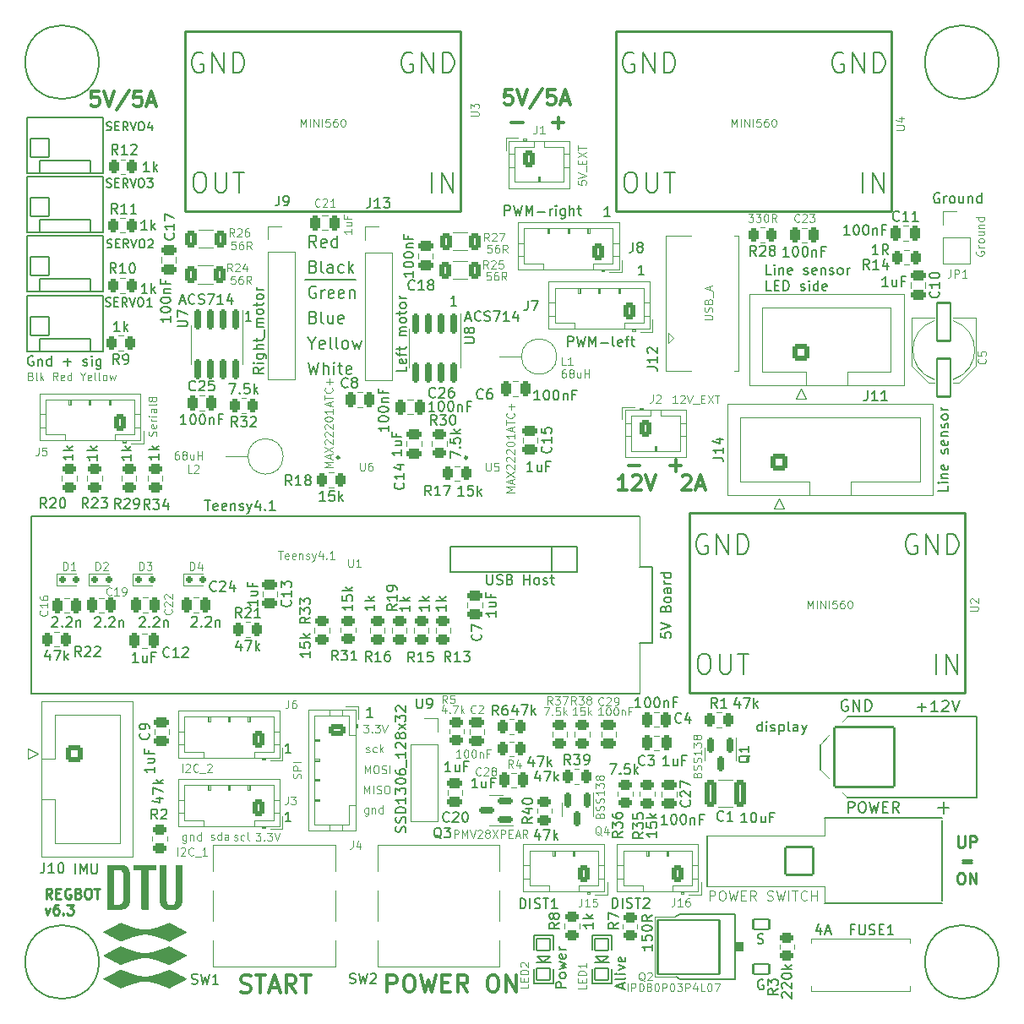
<source format=gto>
%TF.GenerationSoftware,KiCad,Pcbnew,7.0.7-7.0.7~ubuntu22.04.1*%
%TF.CreationDate,2023-09-24T13:34:32+02:00*%
%TF.ProjectId,Regbot,52656762-6f74-42e6-9b69-6361645f7063,v5.0*%
%TF.SameCoordinates,Original*%
%TF.FileFunction,Legend,Top*%
%TF.FilePolarity,Positive*%
%FSLAX46Y46*%
G04 Gerber Fmt 4.6, Leading zero omitted, Abs format (unit mm)*
G04 Created by KiCad (PCBNEW 7.0.7-7.0.7~ubuntu22.04.1) date 2023-09-24 13:34:32*
%MOMM*%
%LPD*%
G01*
G04 APERTURE LIST*
G04 Aperture macros list*
%AMRoundRect*
0 Rectangle with rounded corners*
0 $1 Rounding radius*
0 $2 $3 $4 $5 $6 $7 $8 $9 X,Y pos of 4 corners*
0 Add a 4 corners polygon primitive as box body*
4,1,4,$2,$3,$4,$5,$6,$7,$8,$9,$2,$3,0*
0 Add four circle primitives for the rounded corners*
1,1,$1+$1,$2,$3*
1,1,$1+$1,$4,$5*
1,1,$1+$1,$6,$7*
1,1,$1+$1,$8,$9*
0 Add four rect primitives between the rounded corners*
20,1,$1+$1,$2,$3,$4,$5,0*
20,1,$1+$1,$4,$5,$6,$7,0*
20,1,$1+$1,$6,$7,$8,$9,0*
20,1,$1+$1,$8,$9,$2,$3,0*%
G04 Aperture macros list end*
%ADD10C,0.152400*%
%ADD11C,0.200000*%
%ADD12C,0.150000*%
%ADD13C,0.120000*%
%ADD14C,0.304800*%
%ADD15C,0.300000*%
%ADD16C,0.190500*%
%ADD17C,0.228600*%
%ADD18C,0.127000*%
%ADD19C,0.250000*%
%ADD20C,0.125000*%
%ADD21C,0.203200*%
%ADD22C,0.254000*%
%ADD23C,0.101600*%
%ADD24C,3.100000*%
%ADD25RoundRect,0.250000X0.475000X-0.250000X0.475000X0.250000X-0.475000X0.250000X-0.475000X-0.250000X0*%
%ADD26R,0.300000X0.800000*%
%ADD27R,2.600000X1.800000*%
%ADD28RoundRect,0.250000X-0.250000X-0.475000X0.250000X-0.475000X0.250000X0.475000X-0.250000X0.475000X0*%
%ADD29RoundRect,0.250000X-0.475000X0.250000X-0.475000X-0.250000X0.475000X-0.250000X0.475000X0.250000X0*%
%ADD30RoundRect,0.250000X0.262500X0.450000X-0.262500X0.450000X-0.262500X-0.450000X0.262500X-0.450000X0*%
%ADD31RoundRect,0.250000X-0.262500X-0.450000X0.262500X-0.450000X0.262500X0.450000X-0.262500X0.450000X0*%
%ADD32C,1.600000*%
%ADD33O,1.600000X1.600000*%
%ADD34RoundRect,0.150000X-0.150000X0.825000X-0.150000X-0.825000X0.150000X-0.825000X0.150000X0.825000X0*%
%ADD35RoundRect,0.250000X-0.350000X-0.625000X0.350000X-0.625000X0.350000X0.625000X-0.350000X0.625000X0*%
%ADD36O,1.200000X1.750000*%
%ADD37RoundRect,0.101600X-0.700000X0.600000X-0.700000X-0.600000X0.700000X-0.600000X0.700000X0.600000X0*%
%ADD38RoundRect,0.250000X0.450000X-0.262500X0.450000X0.262500X-0.450000X0.262500X-0.450000X-0.262500X0*%
%ADD39RoundRect,0.150000X0.587500X0.150000X-0.587500X0.150000X-0.587500X-0.150000X0.587500X-0.150000X0*%
%ADD40R,1.700000X1.700000*%
%ADD41O,1.700000X1.700000*%
%ADD42RoundRect,0.250000X-0.450000X0.262500X-0.450000X-0.262500X0.450000X-0.262500X0.450000X0.262500X0*%
%ADD43C,2.700000*%
%ADD44R,2.000000X1.800000*%
%ADD45RoundRect,0.101600X1.387500X-1.387500X1.387500X1.387500X-1.387500X1.387500X-1.387500X-1.387500X0*%
%ADD46C,2.978200*%
%ADD47R,1.600000X1.600000*%
%ADD48RoundRect,0.250000X0.250000X0.475000X-0.250000X0.475000X-0.250000X-0.475000X0.250000X-0.475000X0*%
%ADD49RoundRect,0.250000X0.325000X1.100000X-0.325000X1.100000X-0.325000X-1.100000X0.325000X-1.100000X0*%
%ADD50RoundRect,0.250000X0.350000X0.625000X-0.350000X0.625000X-0.350000X-0.625000X0.350000X-0.625000X0*%
%ADD51RoundRect,0.250000X-0.312500X-0.625000X0.312500X-0.625000X0.312500X0.625000X-0.312500X0.625000X0*%
%ADD52RoundRect,0.250000X-0.625000X0.350000X-0.625000X-0.350000X0.625000X-0.350000X0.625000X0.350000X0*%
%ADD53O,1.750000X1.200000*%
%ADD54R,4.240000X3.810000*%
%ADD55R,1.524000X1.524000*%
%ADD56C,1.524000*%
%ADD57C,3.530000*%
%ADD58RoundRect,0.101600X-0.939800X-0.939800X0.939800X-0.939800X0.939800X0.939800X-0.939800X0.939800X0*%
%ADD59C,2.082800*%
%ADD60RoundRect,0.250000X0.600000X-0.600000X0.600000X0.600000X-0.600000X0.600000X-0.600000X-0.600000X0*%
%ADD61C,1.700000*%
%ADD62R,1.800000X1.600000*%
%ADD63RoundRect,0.150000X0.150000X0.200000X-0.150000X0.200000X-0.150000X-0.200000X0.150000X-0.200000X0*%
%ADD64RoundRect,0.101600X-2.999993X2.999993X-2.999993X-2.999993X2.999993X-2.999993X2.999993X2.999993X0*%
%ADD65C,6.203187*%
%ADD66RoundRect,0.101600X0.800000X-0.500000X0.800000X0.500000X-0.800000X0.500000X-0.800000X-0.500000X0*%
%ADD67RoundRect,0.101600X3.100000X-2.700000X3.100000X2.700000X-3.100000X2.700000X-3.100000X-2.700000X0*%
%ADD68RoundRect,0.150000X-0.150000X0.587500X-0.150000X-0.587500X0.150000X-0.587500X0.150000X0.587500X0*%
%ADD69RoundRect,0.250000X-0.600000X-0.600000X0.600000X-0.600000X0.600000X0.600000X-0.600000X0.600000X0*%
%ADD70RoundRect,0.101600X-0.700000X1.906400X-0.700000X-1.906400X0.700000X-1.906400X0.700000X1.906400X0*%
G04 APERTURE END LIST*
D10*
X107116100Y-150088600D02*
G75*
G03*
X107116100Y-150088600I-3700000J0D01*
G01*
D11*
X127735437Y-81746583D02*
X132815437Y-81746583D01*
D10*
X197286100Y-150088600D02*
G75*
G03*
X197286100Y-150088600I-3700000J0D01*
G01*
X197286100Y-59918600D02*
G75*
G03*
X197286100Y-59918600I-3700000J0D01*
G01*
X107116100Y-59918600D02*
G75*
G03*
X107116100Y-59918600I-3700000J0D01*
G01*
D12*
X159587211Y-152702406D02*
X159587211Y-152226216D01*
X159872926Y-152797644D02*
X158872926Y-152464311D01*
X158872926Y-152464311D02*
X159872926Y-152130978D01*
X159872926Y-151654787D02*
X159825307Y-151750025D01*
X159825307Y-151750025D02*
X159730068Y-151797644D01*
X159730068Y-151797644D02*
X158872926Y-151797644D01*
X159872926Y-151273834D02*
X159206259Y-151273834D01*
X158872926Y-151273834D02*
X158920545Y-151321453D01*
X158920545Y-151321453D02*
X158968164Y-151273834D01*
X158968164Y-151273834D02*
X158920545Y-151226215D01*
X158920545Y-151226215D02*
X158872926Y-151273834D01*
X158872926Y-151273834D02*
X158968164Y-151273834D01*
X159206259Y-150892882D02*
X159872926Y-150654787D01*
X159872926Y-150654787D02*
X159206259Y-150416692D01*
X159825307Y-149654787D02*
X159872926Y-149750025D01*
X159872926Y-149750025D02*
X159872926Y-149940501D01*
X159872926Y-149940501D02*
X159825307Y-150035739D01*
X159825307Y-150035739D02*
X159730068Y-150083358D01*
X159730068Y-150083358D02*
X159349116Y-150083358D01*
X159349116Y-150083358D02*
X159253878Y-150035739D01*
X159253878Y-150035739D02*
X159206259Y-149940501D01*
X159206259Y-149940501D02*
X159206259Y-149750025D01*
X159206259Y-149750025D02*
X159253878Y-149654787D01*
X159253878Y-149654787D02*
X159349116Y-149607168D01*
X159349116Y-149607168D02*
X159444354Y-149607168D01*
X159444354Y-149607168D02*
X159539592Y-150083358D01*
D13*
X168280098Y-143949527D02*
X168280098Y-142949527D01*
X168280098Y-142949527D02*
X168661050Y-142949527D01*
X168661050Y-142949527D02*
X168756288Y-142997146D01*
X168756288Y-142997146D02*
X168803907Y-143044765D01*
X168803907Y-143044765D02*
X168851526Y-143140003D01*
X168851526Y-143140003D02*
X168851526Y-143282860D01*
X168851526Y-143282860D02*
X168803907Y-143378098D01*
X168803907Y-143378098D02*
X168756288Y-143425717D01*
X168756288Y-143425717D02*
X168661050Y-143473336D01*
X168661050Y-143473336D02*
X168280098Y-143473336D01*
X169470574Y-142949527D02*
X169661050Y-142949527D01*
X169661050Y-142949527D02*
X169756288Y-142997146D01*
X169756288Y-142997146D02*
X169851526Y-143092384D01*
X169851526Y-143092384D02*
X169899145Y-143282860D01*
X169899145Y-143282860D02*
X169899145Y-143616193D01*
X169899145Y-143616193D02*
X169851526Y-143806669D01*
X169851526Y-143806669D02*
X169756288Y-143901908D01*
X169756288Y-143901908D02*
X169661050Y-143949527D01*
X169661050Y-143949527D02*
X169470574Y-143949527D01*
X169470574Y-143949527D02*
X169375336Y-143901908D01*
X169375336Y-143901908D02*
X169280098Y-143806669D01*
X169280098Y-143806669D02*
X169232479Y-143616193D01*
X169232479Y-143616193D02*
X169232479Y-143282860D01*
X169232479Y-143282860D02*
X169280098Y-143092384D01*
X169280098Y-143092384D02*
X169375336Y-142997146D01*
X169375336Y-142997146D02*
X169470574Y-142949527D01*
X170232479Y-142949527D02*
X170470574Y-143949527D01*
X170470574Y-143949527D02*
X170661050Y-143235241D01*
X170661050Y-143235241D02*
X170851526Y-143949527D01*
X170851526Y-143949527D02*
X171089622Y-142949527D01*
X171470574Y-143425717D02*
X171803907Y-143425717D01*
X171946764Y-143949527D02*
X171470574Y-143949527D01*
X171470574Y-143949527D02*
X171470574Y-142949527D01*
X171470574Y-142949527D02*
X171946764Y-142949527D01*
X172946764Y-143949527D02*
X172613431Y-143473336D01*
X172375336Y-143949527D02*
X172375336Y-142949527D01*
X172375336Y-142949527D02*
X172756288Y-142949527D01*
X172756288Y-142949527D02*
X172851526Y-142997146D01*
X172851526Y-142997146D02*
X172899145Y-143044765D01*
X172899145Y-143044765D02*
X172946764Y-143140003D01*
X172946764Y-143140003D02*
X172946764Y-143282860D01*
X172946764Y-143282860D02*
X172899145Y-143378098D01*
X172899145Y-143378098D02*
X172851526Y-143425717D01*
X172851526Y-143425717D02*
X172756288Y-143473336D01*
X172756288Y-143473336D02*
X172375336Y-143473336D01*
X174089622Y-143901908D02*
X174232479Y-143949527D01*
X174232479Y-143949527D02*
X174470574Y-143949527D01*
X174470574Y-143949527D02*
X174565812Y-143901908D01*
X174565812Y-143901908D02*
X174613431Y-143854288D01*
X174613431Y-143854288D02*
X174661050Y-143759050D01*
X174661050Y-143759050D02*
X174661050Y-143663812D01*
X174661050Y-143663812D02*
X174613431Y-143568574D01*
X174613431Y-143568574D02*
X174565812Y-143520955D01*
X174565812Y-143520955D02*
X174470574Y-143473336D01*
X174470574Y-143473336D02*
X174280098Y-143425717D01*
X174280098Y-143425717D02*
X174184860Y-143378098D01*
X174184860Y-143378098D02*
X174137241Y-143330479D01*
X174137241Y-143330479D02*
X174089622Y-143235241D01*
X174089622Y-143235241D02*
X174089622Y-143140003D01*
X174089622Y-143140003D02*
X174137241Y-143044765D01*
X174137241Y-143044765D02*
X174184860Y-142997146D01*
X174184860Y-142997146D02*
X174280098Y-142949527D01*
X174280098Y-142949527D02*
X174518193Y-142949527D01*
X174518193Y-142949527D02*
X174661050Y-142997146D01*
X174994384Y-142949527D02*
X175232479Y-143949527D01*
X175232479Y-143949527D02*
X175422955Y-143235241D01*
X175422955Y-143235241D02*
X175613431Y-143949527D01*
X175613431Y-143949527D02*
X175851527Y-142949527D01*
X176232479Y-143949527D02*
X176232479Y-142949527D01*
X176565812Y-142949527D02*
X177137240Y-142949527D01*
X176851526Y-143949527D02*
X176851526Y-142949527D01*
X178042002Y-143854288D02*
X177994383Y-143901908D01*
X177994383Y-143901908D02*
X177851526Y-143949527D01*
X177851526Y-143949527D02*
X177756288Y-143949527D01*
X177756288Y-143949527D02*
X177613431Y-143901908D01*
X177613431Y-143901908D02*
X177518193Y-143806669D01*
X177518193Y-143806669D02*
X177470574Y-143711431D01*
X177470574Y-143711431D02*
X177422955Y-143520955D01*
X177422955Y-143520955D02*
X177422955Y-143378098D01*
X177422955Y-143378098D02*
X177470574Y-143187622D01*
X177470574Y-143187622D02*
X177518193Y-143092384D01*
X177518193Y-143092384D02*
X177613431Y-142997146D01*
X177613431Y-142997146D02*
X177756288Y-142949527D01*
X177756288Y-142949527D02*
X177851526Y-142949527D01*
X177851526Y-142949527D02*
X177994383Y-142997146D01*
X177994383Y-142997146D02*
X178042002Y-143044765D01*
X178470574Y-143949527D02*
X178470574Y-142949527D01*
X178470574Y-143425717D02*
X179042002Y-143425717D01*
X179042002Y-143949527D02*
X179042002Y-142949527D01*
D12*
X143889911Y-85577645D02*
X144366101Y-85577645D01*
X143794673Y-85863360D02*
X144128006Y-84863360D01*
X144128006Y-84863360D02*
X144461339Y-85863360D01*
X145366101Y-85768121D02*
X145318482Y-85815741D01*
X145318482Y-85815741D02*
X145175625Y-85863360D01*
X145175625Y-85863360D02*
X145080387Y-85863360D01*
X145080387Y-85863360D02*
X144937530Y-85815741D01*
X144937530Y-85815741D02*
X144842292Y-85720502D01*
X144842292Y-85720502D02*
X144794673Y-85625264D01*
X144794673Y-85625264D02*
X144747054Y-85434788D01*
X144747054Y-85434788D02*
X144747054Y-85291931D01*
X144747054Y-85291931D02*
X144794673Y-85101455D01*
X144794673Y-85101455D02*
X144842292Y-85006217D01*
X144842292Y-85006217D02*
X144937530Y-84910979D01*
X144937530Y-84910979D02*
X145080387Y-84863360D01*
X145080387Y-84863360D02*
X145175625Y-84863360D01*
X145175625Y-84863360D02*
X145318482Y-84910979D01*
X145318482Y-84910979D02*
X145366101Y-84958598D01*
X145747054Y-85815741D02*
X145889911Y-85863360D01*
X145889911Y-85863360D02*
X146128006Y-85863360D01*
X146128006Y-85863360D02*
X146223244Y-85815741D01*
X146223244Y-85815741D02*
X146270863Y-85768121D01*
X146270863Y-85768121D02*
X146318482Y-85672883D01*
X146318482Y-85672883D02*
X146318482Y-85577645D01*
X146318482Y-85577645D02*
X146270863Y-85482407D01*
X146270863Y-85482407D02*
X146223244Y-85434788D01*
X146223244Y-85434788D02*
X146128006Y-85387169D01*
X146128006Y-85387169D02*
X145937530Y-85339550D01*
X145937530Y-85339550D02*
X145842292Y-85291931D01*
X145842292Y-85291931D02*
X145794673Y-85244312D01*
X145794673Y-85244312D02*
X145747054Y-85149074D01*
X145747054Y-85149074D02*
X145747054Y-85053836D01*
X145747054Y-85053836D02*
X145794673Y-84958598D01*
X145794673Y-84958598D02*
X145842292Y-84910979D01*
X145842292Y-84910979D02*
X145937530Y-84863360D01*
X145937530Y-84863360D02*
X146175625Y-84863360D01*
X146175625Y-84863360D02*
X146318482Y-84910979D01*
X146651816Y-84863360D02*
X147318482Y-84863360D01*
X147318482Y-84863360D02*
X146889911Y-85863360D01*
X148223244Y-85863360D02*
X147651816Y-85863360D01*
X147937530Y-85863360D02*
X147937530Y-84863360D01*
X147937530Y-84863360D02*
X147842292Y-85006217D01*
X147842292Y-85006217D02*
X147747054Y-85101455D01*
X147747054Y-85101455D02*
X147651816Y-85149074D01*
X149080387Y-85196693D02*
X149080387Y-85863360D01*
X148842292Y-84815741D02*
X148604197Y-85530026D01*
X148604197Y-85530026D02*
X149223244Y-85530026D01*
D10*
X107874490Y-66721242D02*
X107997861Y-66762365D01*
X107997861Y-66762365D02*
X108203480Y-66762365D01*
X108203480Y-66762365D02*
X108285728Y-66721242D01*
X108285728Y-66721242D02*
X108326852Y-66680118D01*
X108326852Y-66680118D02*
X108367975Y-66597870D01*
X108367975Y-66597870D02*
X108367975Y-66515622D01*
X108367975Y-66515622D02*
X108326852Y-66433375D01*
X108326852Y-66433375D02*
X108285728Y-66392251D01*
X108285728Y-66392251D02*
X108203480Y-66351127D01*
X108203480Y-66351127D02*
X108038985Y-66310003D01*
X108038985Y-66310003D02*
X107956737Y-66268880D01*
X107956737Y-66268880D02*
X107915614Y-66227756D01*
X107915614Y-66227756D02*
X107874490Y-66145508D01*
X107874490Y-66145508D02*
X107874490Y-66063261D01*
X107874490Y-66063261D02*
X107915614Y-65981013D01*
X107915614Y-65981013D02*
X107956737Y-65939889D01*
X107956737Y-65939889D02*
X108038985Y-65898765D01*
X108038985Y-65898765D02*
X108244604Y-65898765D01*
X108244604Y-65898765D02*
X108367975Y-65939889D01*
X108738090Y-66310003D02*
X109025956Y-66310003D01*
X109149328Y-66762365D02*
X108738090Y-66762365D01*
X108738090Y-66762365D02*
X108738090Y-65898765D01*
X108738090Y-65898765D02*
X109149328Y-65898765D01*
X110012927Y-66762365D02*
X109725061Y-66351127D01*
X109519442Y-66762365D02*
X109519442Y-65898765D01*
X109519442Y-65898765D02*
X109848432Y-65898765D01*
X109848432Y-65898765D02*
X109930680Y-65939889D01*
X109930680Y-65939889D02*
X109971803Y-65981013D01*
X109971803Y-65981013D02*
X110012927Y-66063261D01*
X110012927Y-66063261D02*
X110012927Y-66186632D01*
X110012927Y-66186632D02*
X109971803Y-66268880D01*
X109971803Y-66268880D02*
X109930680Y-66310003D01*
X109930680Y-66310003D02*
X109848432Y-66351127D01*
X109848432Y-66351127D02*
X109519442Y-66351127D01*
X110259670Y-65898765D02*
X110547537Y-66762365D01*
X110547537Y-66762365D02*
X110835403Y-65898765D01*
X111287766Y-65898765D02*
X111452261Y-65898765D01*
X111452261Y-65898765D02*
X111534509Y-65939889D01*
X111534509Y-65939889D02*
X111616756Y-66022137D01*
X111616756Y-66022137D02*
X111657880Y-66186632D01*
X111657880Y-66186632D02*
X111657880Y-66474499D01*
X111657880Y-66474499D02*
X111616756Y-66638994D01*
X111616756Y-66638994D02*
X111534509Y-66721242D01*
X111534509Y-66721242D02*
X111452261Y-66762365D01*
X111452261Y-66762365D02*
X111287766Y-66762365D01*
X111287766Y-66762365D02*
X111205518Y-66721242D01*
X111205518Y-66721242D02*
X111123271Y-66638994D01*
X111123271Y-66638994D02*
X111082147Y-66474499D01*
X111082147Y-66474499D02*
X111082147Y-66186632D01*
X111082147Y-66186632D02*
X111123271Y-66022137D01*
X111123271Y-66022137D02*
X111205518Y-65939889D01*
X111205518Y-65939889D02*
X111287766Y-65898765D01*
X112398109Y-66186632D02*
X112398109Y-66762365D01*
X112192490Y-65857642D02*
X111986871Y-66474499D01*
X111986871Y-66474499D02*
X112521480Y-66474499D01*
D14*
X121338824Y-153081127D02*
X121585567Y-153163374D01*
X121585567Y-153163374D02*
X121996805Y-153163374D01*
X121996805Y-153163374D02*
X122161300Y-153081127D01*
X122161300Y-153081127D02*
X122243548Y-152998879D01*
X122243548Y-152998879D02*
X122325795Y-152834384D01*
X122325795Y-152834384D02*
X122325795Y-152669888D01*
X122325795Y-152669888D02*
X122243548Y-152505393D01*
X122243548Y-152505393D02*
X122161300Y-152423146D01*
X122161300Y-152423146D02*
X121996805Y-152340898D01*
X121996805Y-152340898D02*
X121667814Y-152258650D01*
X121667814Y-152258650D02*
X121503319Y-152176403D01*
X121503319Y-152176403D02*
X121421072Y-152094155D01*
X121421072Y-152094155D02*
X121338824Y-151929660D01*
X121338824Y-151929660D02*
X121338824Y-151765165D01*
X121338824Y-151765165D02*
X121421072Y-151600669D01*
X121421072Y-151600669D02*
X121503319Y-151518422D01*
X121503319Y-151518422D02*
X121667814Y-151436174D01*
X121667814Y-151436174D02*
X122079053Y-151436174D01*
X122079053Y-151436174D02*
X122325795Y-151518422D01*
X122819281Y-151436174D02*
X123806252Y-151436174D01*
X123312766Y-153163374D02*
X123312766Y-151436174D01*
X124299738Y-152669888D02*
X125122214Y-152669888D01*
X124135243Y-153163374D02*
X124710976Y-151436174D01*
X124710976Y-151436174D02*
X125286709Y-153163374D01*
X126849414Y-153163374D02*
X126273681Y-152340898D01*
X125862443Y-153163374D02*
X125862443Y-151436174D01*
X125862443Y-151436174D02*
X126520424Y-151436174D01*
X126520424Y-151436174D02*
X126684919Y-151518422D01*
X126684919Y-151518422D02*
X126767166Y-151600669D01*
X126767166Y-151600669D02*
X126849414Y-151765165D01*
X126849414Y-151765165D02*
X126849414Y-152011907D01*
X126849414Y-152011907D02*
X126767166Y-152176403D01*
X126767166Y-152176403D02*
X126684919Y-152258650D01*
X126684919Y-152258650D02*
X126520424Y-152340898D01*
X126520424Y-152340898D02*
X125862443Y-152340898D01*
X127342900Y-151436174D02*
X128329871Y-151436174D01*
X127836385Y-153163374D02*
X127836385Y-151436174D01*
D13*
X133703488Y-133217280D02*
X133703488Y-132417280D01*
X133703488Y-132417280D02*
X133970154Y-132988708D01*
X133970154Y-132988708D02*
X134236821Y-132417280D01*
X134236821Y-132417280D02*
X134236821Y-133217280D01*
X134617774Y-133217280D02*
X134617774Y-132417280D01*
X134960630Y-133179185D02*
X135074916Y-133217280D01*
X135074916Y-133217280D02*
X135265392Y-133217280D01*
X135265392Y-133217280D02*
X135341583Y-133179185D01*
X135341583Y-133179185D02*
X135379678Y-133141089D01*
X135379678Y-133141089D02*
X135417773Y-133064899D01*
X135417773Y-133064899D02*
X135417773Y-132988708D01*
X135417773Y-132988708D02*
X135379678Y-132912518D01*
X135379678Y-132912518D02*
X135341583Y-132874423D01*
X135341583Y-132874423D02*
X135265392Y-132836327D01*
X135265392Y-132836327D02*
X135113011Y-132798232D01*
X135113011Y-132798232D02*
X135036821Y-132760137D01*
X135036821Y-132760137D02*
X134998726Y-132722042D01*
X134998726Y-132722042D02*
X134960630Y-132645851D01*
X134960630Y-132645851D02*
X134960630Y-132569661D01*
X134960630Y-132569661D02*
X134998726Y-132493470D01*
X134998726Y-132493470D02*
X135036821Y-132455375D01*
X135036821Y-132455375D02*
X135113011Y-132417280D01*
X135113011Y-132417280D02*
X135303488Y-132417280D01*
X135303488Y-132417280D02*
X135417773Y-132455375D01*
X135913012Y-132417280D02*
X136065393Y-132417280D01*
X136065393Y-132417280D02*
X136141583Y-132455375D01*
X136141583Y-132455375D02*
X136217774Y-132531565D01*
X136217774Y-132531565D02*
X136255869Y-132683946D01*
X136255869Y-132683946D02*
X136255869Y-132950613D01*
X136255869Y-132950613D02*
X136217774Y-133102994D01*
X136217774Y-133102994D02*
X136141583Y-133179185D01*
X136141583Y-133179185D02*
X136065393Y-133217280D01*
X136065393Y-133217280D02*
X135913012Y-133217280D01*
X135913012Y-133217280D02*
X135836821Y-133179185D01*
X135836821Y-133179185D02*
X135760631Y-133102994D01*
X135760631Y-133102994D02*
X135722535Y-132950613D01*
X135722535Y-132950613D02*
X135722535Y-132683946D01*
X135722535Y-132683946D02*
X135760631Y-132531565D01*
X135760631Y-132531565D02*
X135836821Y-132455375D01*
X135836821Y-132455375D02*
X135913012Y-132417280D01*
D15*
X159999805Y-102804641D02*
X159142662Y-102804641D01*
X159571233Y-102804641D02*
X159571233Y-101304641D01*
X159571233Y-101304641D02*
X159428376Y-101518927D01*
X159428376Y-101518927D02*
X159285519Y-101661784D01*
X159285519Y-101661784D02*
X159142662Y-101733213D01*
X160571233Y-101447498D02*
X160642661Y-101376070D01*
X160642661Y-101376070D02*
X160785519Y-101304641D01*
X160785519Y-101304641D02*
X161142661Y-101304641D01*
X161142661Y-101304641D02*
X161285519Y-101376070D01*
X161285519Y-101376070D02*
X161356947Y-101447498D01*
X161356947Y-101447498D02*
X161428376Y-101590355D01*
X161428376Y-101590355D02*
X161428376Y-101733213D01*
X161428376Y-101733213D02*
X161356947Y-101947498D01*
X161356947Y-101947498D02*
X160499804Y-102804641D01*
X160499804Y-102804641D02*
X161428376Y-102804641D01*
X161856947Y-101304641D02*
X162356947Y-102804641D01*
X162356947Y-102804641D02*
X162856947Y-101304641D01*
X165571232Y-101447498D02*
X165642660Y-101376070D01*
X165642660Y-101376070D02*
X165785518Y-101304641D01*
X165785518Y-101304641D02*
X166142660Y-101304641D01*
X166142660Y-101304641D02*
X166285518Y-101376070D01*
X166285518Y-101376070D02*
X166356946Y-101447498D01*
X166356946Y-101447498D02*
X166428375Y-101590355D01*
X166428375Y-101590355D02*
X166428375Y-101733213D01*
X166428375Y-101733213D02*
X166356946Y-101947498D01*
X166356946Y-101947498D02*
X165499803Y-102804641D01*
X165499803Y-102804641D02*
X166428375Y-102804641D01*
X166999803Y-102376070D02*
X167714089Y-102376070D01*
X166856946Y-102804641D02*
X167356946Y-101304641D01*
X167356946Y-101304641D02*
X167856946Y-102804641D01*
D12*
X158558360Y-144675781D02*
X158558360Y-143675781D01*
X158558360Y-143675781D02*
X158796455Y-143675781D01*
X158796455Y-143675781D02*
X158939312Y-143723400D01*
X158939312Y-143723400D02*
X159034550Y-143818638D01*
X159034550Y-143818638D02*
X159082169Y-143913876D01*
X159082169Y-143913876D02*
X159129788Y-144104352D01*
X159129788Y-144104352D02*
X159129788Y-144247209D01*
X159129788Y-144247209D02*
X159082169Y-144437685D01*
X159082169Y-144437685D02*
X159034550Y-144532923D01*
X159034550Y-144532923D02*
X158939312Y-144628162D01*
X158939312Y-144628162D02*
X158796455Y-144675781D01*
X158796455Y-144675781D02*
X158558360Y-144675781D01*
X159558360Y-144675781D02*
X159558360Y-143675781D01*
X159986931Y-144628162D02*
X160129788Y-144675781D01*
X160129788Y-144675781D02*
X160367883Y-144675781D01*
X160367883Y-144675781D02*
X160463121Y-144628162D01*
X160463121Y-144628162D02*
X160510740Y-144580542D01*
X160510740Y-144580542D02*
X160558359Y-144485304D01*
X160558359Y-144485304D02*
X160558359Y-144390066D01*
X160558359Y-144390066D02*
X160510740Y-144294828D01*
X160510740Y-144294828D02*
X160463121Y-144247209D01*
X160463121Y-144247209D02*
X160367883Y-144199590D01*
X160367883Y-144199590D02*
X160177407Y-144151971D01*
X160177407Y-144151971D02*
X160082169Y-144104352D01*
X160082169Y-144104352D02*
X160034550Y-144056733D01*
X160034550Y-144056733D02*
X159986931Y-143961495D01*
X159986931Y-143961495D02*
X159986931Y-143866257D01*
X159986931Y-143866257D02*
X160034550Y-143771019D01*
X160034550Y-143771019D02*
X160082169Y-143723400D01*
X160082169Y-143723400D02*
X160177407Y-143675781D01*
X160177407Y-143675781D02*
X160415502Y-143675781D01*
X160415502Y-143675781D02*
X160558359Y-143723400D01*
X160844074Y-143675781D02*
X161415502Y-143675781D01*
X161129788Y-144675781D02*
X161129788Y-143675781D01*
X161701217Y-143771019D02*
X161748836Y-143723400D01*
X161748836Y-143723400D02*
X161844074Y-143675781D01*
X161844074Y-143675781D02*
X162082169Y-143675781D01*
X162082169Y-143675781D02*
X162177407Y-143723400D01*
X162177407Y-143723400D02*
X162225026Y-143771019D01*
X162225026Y-143771019D02*
X162272645Y-143866257D01*
X162272645Y-143866257D02*
X162272645Y-143961495D01*
X162272645Y-143961495D02*
X162225026Y-144104352D01*
X162225026Y-144104352D02*
X161653598Y-144675781D01*
X161653598Y-144675781D02*
X162272645Y-144675781D01*
X128438655Y-88075386D02*
X128438655Y-88646814D01*
X128038655Y-87446814D02*
X128438655Y-88075386D01*
X128438655Y-88075386D02*
X128838655Y-87446814D01*
X129695798Y-88589672D02*
X129581512Y-88646814D01*
X129581512Y-88646814D02*
X129352941Y-88646814D01*
X129352941Y-88646814D02*
X129238655Y-88589672D01*
X129238655Y-88589672D02*
X129181512Y-88475386D01*
X129181512Y-88475386D02*
X129181512Y-88018243D01*
X129181512Y-88018243D02*
X129238655Y-87903957D01*
X129238655Y-87903957D02*
X129352941Y-87846814D01*
X129352941Y-87846814D02*
X129581512Y-87846814D01*
X129581512Y-87846814D02*
X129695798Y-87903957D01*
X129695798Y-87903957D02*
X129752941Y-88018243D01*
X129752941Y-88018243D02*
X129752941Y-88132529D01*
X129752941Y-88132529D02*
X129181512Y-88246814D01*
X130438654Y-88646814D02*
X130324369Y-88589672D01*
X130324369Y-88589672D02*
X130267226Y-88475386D01*
X130267226Y-88475386D02*
X130267226Y-87446814D01*
X131067225Y-88646814D02*
X130952940Y-88589672D01*
X130952940Y-88589672D02*
X130895797Y-88475386D01*
X130895797Y-88475386D02*
X130895797Y-87446814D01*
X131695796Y-88646814D02*
X131581511Y-88589672D01*
X131581511Y-88589672D02*
X131524368Y-88532529D01*
X131524368Y-88532529D02*
X131467225Y-88418243D01*
X131467225Y-88418243D02*
X131467225Y-88075386D01*
X131467225Y-88075386D02*
X131524368Y-87961100D01*
X131524368Y-87961100D02*
X131581511Y-87903957D01*
X131581511Y-87903957D02*
X131695796Y-87846814D01*
X131695796Y-87846814D02*
X131867225Y-87846814D01*
X131867225Y-87846814D02*
X131981511Y-87903957D01*
X131981511Y-87903957D02*
X132038654Y-87961100D01*
X132038654Y-87961100D02*
X132095796Y-88075386D01*
X132095796Y-88075386D02*
X132095796Y-88418243D01*
X132095796Y-88418243D02*
X132038654Y-88532529D01*
X132038654Y-88532529D02*
X131981511Y-88589672D01*
X131981511Y-88589672D02*
X131867225Y-88646814D01*
X131867225Y-88646814D02*
X131695796Y-88646814D01*
X132495796Y-87846814D02*
X132724368Y-88646814D01*
X132724368Y-88646814D02*
X132952939Y-88075386D01*
X132952939Y-88075386D02*
X133181510Y-88646814D01*
X133181510Y-88646814D02*
X133410082Y-87846814D01*
X115234557Y-83871935D02*
X115710747Y-83871935D01*
X115139319Y-84157650D02*
X115472652Y-83157650D01*
X115472652Y-83157650D02*
X115805985Y-84157650D01*
X116710747Y-84062411D02*
X116663128Y-84110031D01*
X116663128Y-84110031D02*
X116520271Y-84157650D01*
X116520271Y-84157650D02*
X116425033Y-84157650D01*
X116425033Y-84157650D02*
X116282176Y-84110031D01*
X116282176Y-84110031D02*
X116186938Y-84014792D01*
X116186938Y-84014792D02*
X116139319Y-83919554D01*
X116139319Y-83919554D02*
X116091700Y-83729078D01*
X116091700Y-83729078D02*
X116091700Y-83586221D01*
X116091700Y-83586221D02*
X116139319Y-83395745D01*
X116139319Y-83395745D02*
X116186938Y-83300507D01*
X116186938Y-83300507D02*
X116282176Y-83205269D01*
X116282176Y-83205269D02*
X116425033Y-83157650D01*
X116425033Y-83157650D02*
X116520271Y-83157650D01*
X116520271Y-83157650D02*
X116663128Y-83205269D01*
X116663128Y-83205269D02*
X116710747Y-83252888D01*
X117091700Y-84110031D02*
X117234557Y-84157650D01*
X117234557Y-84157650D02*
X117472652Y-84157650D01*
X117472652Y-84157650D02*
X117567890Y-84110031D01*
X117567890Y-84110031D02*
X117615509Y-84062411D01*
X117615509Y-84062411D02*
X117663128Y-83967173D01*
X117663128Y-83967173D02*
X117663128Y-83871935D01*
X117663128Y-83871935D02*
X117615509Y-83776697D01*
X117615509Y-83776697D02*
X117567890Y-83729078D01*
X117567890Y-83729078D02*
X117472652Y-83681459D01*
X117472652Y-83681459D02*
X117282176Y-83633840D01*
X117282176Y-83633840D02*
X117186938Y-83586221D01*
X117186938Y-83586221D02*
X117139319Y-83538602D01*
X117139319Y-83538602D02*
X117091700Y-83443364D01*
X117091700Y-83443364D02*
X117091700Y-83348126D01*
X117091700Y-83348126D02*
X117139319Y-83252888D01*
X117139319Y-83252888D02*
X117186938Y-83205269D01*
X117186938Y-83205269D02*
X117282176Y-83157650D01*
X117282176Y-83157650D02*
X117520271Y-83157650D01*
X117520271Y-83157650D02*
X117663128Y-83205269D01*
X117996462Y-83157650D02*
X118663128Y-83157650D01*
X118663128Y-83157650D02*
X118234557Y-84157650D01*
X119567890Y-84157650D02*
X118996462Y-84157650D01*
X119282176Y-84157650D02*
X119282176Y-83157650D01*
X119282176Y-83157650D02*
X119186938Y-83300507D01*
X119186938Y-83300507D02*
X119091700Y-83395745D01*
X119091700Y-83395745D02*
X118996462Y-83443364D01*
X120425033Y-83490983D02*
X120425033Y-84157650D01*
X120186938Y-83110031D02*
X119948843Y-83824316D01*
X119948843Y-83824316D02*
X120567890Y-83824316D01*
X117712888Y-103824125D02*
X118284316Y-103824125D01*
X117998602Y-104824125D02*
X117998602Y-103824125D01*
X118998602Y-104776506D02*
X118903364Y-104824125D01*
X118903364Y-104824125D02*
X118712888Y-104824125D01*
X118712888Y-104824125D02*
X118617650Y-104776506D01*
X118617650Y-104776506D02*
X118570031Y-104681267D01*
X118570031Y-104681267D02*
X118570031Y-104300315D01*
X118570031Y-104300315D02*
X118617650Y-104205077D01*
X118617650Y-104205077D02*
X118712888Y-104157458D01*
X118712888Y-104157458D02*
X118903364Y-104157458D01*
X118903364Y-104157458D02*
X118998602Y-104205077D01*
X118998602Y-104205077D02*
X119046221Y-104300315D01*
X119046221Y-104300315D02*
X119046221Y-104395553D01*
X119046221Y-104395553D02*
X118570031Y-104490791D01*
X119855745Y-104776506D02*
X119760507Y-104824125D01*
X119760507Y-104824125D02*
X119570031Y-104824125D01*
X119570031Y-104824125D02*
X119474793Y-104776506D01*
X119474793Y-104776506D02*
X119427174Y-104681267D01*
X119427174Y-104681267D02*
X119427174Y-104300315D01*
X119427174Y-104300315D02*
X119474793Y-104205077D01*
X119474793Y-104205077D02*
X119570031Y-104157458D01*
X119570031Y-104157458D02*
X119760507Y-104157458D01*
X119760507Y-104157458D02*
X119855745Y-104205077D01*
X119855745Y-104205077D02*
X119903364Y-104300315D01*
X119903364Y-104300315D02*
X119903364Y-104395553D01*
X119903364Y-104395553D02*
X119427174Y-104490791D01*
X120331936Y-104157458D02*
X120331936Y-104824125D01*
X120331936Y-104252696D02*
X120379555Y-104205077D01*
X120379555Y-104205077D02*
X120474793Y-104157458D01*
X120474793Y-104157458D02*
X120617650Y-104157458D01*
X120617650Y-104157458D02*
X120712888Y-104205077D01*
X120712888Y-104205077D02*
X120760507Y-104300315D01*
X120760507Y-104300315D02*
X120760507Y-104824125D01*
X121189079Y-104776506D02*
X121284317Y-104824125D01*
X121284317Y-104824125D02*
X121474793Y-104824125D01*
X121474793Y-104824125D02*
X121570031Y-104776506D01*
X121570031Y-104776506D02*
X121617650Y-104681267D01*
X121617650Y-104681267D02*
X121617650Y-104633648D01*
X121617650Y-104633648D02*
X121570031Y-104538410D01*
X121570031Y-104538410D02*
X121474793Y-104490791D01*
X121474793Y-104490791D02*
X121331936Y-104490791D01*
X121331936Y-104490791D02*
X121236698Y-104443172D01*
X121236698Y-104443172D02*
X121189079Y-104347934D01*
X121189079Y-104347934D02*
X121189079Y-104300315D01*
X121189079Y-104300315D02*
X121236698Y-104205077D01*
X121236698Y-104205077D02*
X121331936Y-104157458D01*
X121331936Y-104157458D02*
X121474793Y-104157458D01*
X121474793Y-104157458D02*
X121570031Y-104205077D01*
X121950984Y-104157458D02*
X122189079Y-104824125D01*
X122427174Y-104157458D02*
X122189079Y-104824125D01*
X122189079Y-104824125D02*
X122093841Y-105062220D01*
X122093841Y-105062220D02*
X122046222Y-105109839D01*
X122046222Y-105109839D02*
X121950984Y-105157458D01*
X123236698Y-104157458D02*
X123236698Y-104824125D01*
X122998603Y-103776506D02*
X122760508Y-104490791D01*
X122760508Y-104490791D02*
X123379555Y-104490791D01*
X123760508Y-104728886D02*
X123808127Y-104776506D01*
X123808127Y-104776506D02*
X123760508Y-104824125D01*
X123760508Y-104824125D02*
X123712889Y-104776506D01*
X123712889Y-104776506D02*
X123760508Y-104728886D01*
X123760508Y-104728886D02*
X123760508Y-104824125D01*
X124760507Y-104824125D02*
X124189079Y-104824125D01*
X124474793Y-104824125D02*
X124474793Y-103824125D01*
X124474793Y-103824125D02*
X124379555Y-103966982D01*
X124379555Y-103966982D02*
X124284317Y-104062220D01*
X124284317Y-104062220D02*
X124189079Y-104109839D01*
D16*
X182230134Y-135117371D02*
X182230134Y-134037871D01*
X182230134Y-134037871D02*
X182641372Y-134037871D01*
X182641372Y-134037871D02*
X182744182Y-134089276D01*
X182744182Y-134089276D02*
X182795587Y-134140681D01*
X182795587Y-134140681D02*
X182846991Y-134243490D01*
X182846991Y-134243490D02*
X182846991Y-134397705D01*
X182846991Y-134397705D02*
X182795587Y-134500514D01*
X182795587Y-134500514D02*
X182744182Y-134551919D01*
X182744182Y-134551919D02*
X182641372Y-134603324D01*
X182641372Y-134603324D02*
X182230134Y-134603324D01*
X183515253Y-134037871D02*
X183720872Y-134037871D01*
X183720872Y-134037871D02*
X183823682Y-134089276D01*
X183823682Y-134089276D02*
X183926491Y-134192086D01*
X183926491Y-134192086D02*
X183977896Y-134397705D01*
X183977896Y-134397705D02*
X183977896Y-134757538D01*
X183977896Y-134757538D02*
X183926491Y-134963157D01*
X183926491Y-134963157D02*
X183823682Y-135065967D01*
X183823682Y-135065967D02*
X183720872Y-135117371D01*
X183720872Y-135117371D02*
X183515253Y-135117371D01*
X183515253Y-135117371D02*
X183412444Y-135065967D01*
X183412444Y-135065967D02*
X183309634Y-134963157D01*
X183309634Y-134963157D02*
X183258230Y-134757538D01*
X183258230Y-134757538D02*
X183258230Y-134397705D01*
X183258230Y-134397705D02*
X183309634Y-134192086D01*
X183309634Y-134192086D02*
X183412444Y-134089276D01*
X183412444Y-134089276D02*
X183515253Y-134037871D01*
X184337730Y-134037871D02*
X184594754Y-135117371D01*
X184594754Y-135117371D02*
X184800373Y-134346300D01*
X184800373Y-134346300D02*
X185005992Y-135117371D01*
X185005992Y-135117371D02*
X185263016Y-134037871D01*
X185674253Y-134551919D02*
X186034087Y-134551919D01*
X186188301Y-135117371D02*
X185674253Y-135117371D01*
X185674253Y-135117371D02*
X185674253Y-134037871D01*
X185674253Y-134037871D02*
X186188301Y-134037871D01*
X187267800Y-135117371D02*
X186907967Y-134603324D01*
X186650943Y-135117371D02*
X186650943Y-134037871D01*
X186650943Y-134037871D02*
X187062181Y-134037871D01*
X187062181Y-134037871D02*
X187164991Y-134089276D01*
X187164991Y-134089276D02*
X187216396Y-134140681D01*
X187216396Y-134140681D02*
X187267800Y-134243490D01*
X187267800Y-134243490D02*
X187267800Y-134397705D01*
X187267800Y-134397705D02*
X187216396Y-134500514D01*
X187216396Y-134500514D02*
X187164991Y-134551919D01*
X187164991Y-134551919D02*
X187062181Y-134603324D01*
X187062181Y-134603324D02*
X186650943Y-134603324D01*
D13*
X100283862Y-91369556D02*
X100398148Y-91407651D01*
X100398148Y-91407651D02*
X100436243Y-91445747D01*
X100436243Y-91445747D02*
X100474339Y-91521937D01*
X100474339Y-91521937D02*
X100474339Y-91636223D01*
X100474339Y-91636223D02*
X100436243Y-91712413D01*
X100436243Y-91712413D02*
X100398148Y-91750509D01*
X100398148Y-91750509D02*
X100321958Y-91788604D01*
X100321958Y-91788604D02*
X100017196Y-91788604D01*
X100017196Y-91788604D02*
X100017196Y-90988604D01*
X100017196Y-90988604D02*
X100283862Y-90988604D01*
X100283862Y-90988604D02*
X100360053Y-91026699D01*
X100360053Y-91026699D02*
X100398148Y-91064794D01*
X100398148Y-91064794D02*
X100436243Y-91140985D01*
X100436243Y-91140985D02*
X100436243Y-91217175D01*
X100436243Y-91217175D02*
X100398148Y-91293366D01*
X100398148Y-91293366D02*
X100360053Y-91331461D01*
X100360053Y-91331461D02*
X100283862Y-91369556D01*
X100283862Y-91369556D02*
X100017196Y-91369556D01*
X100931481Y-91788604D02*
X100855291Y-91750509D01*
X100855291Y-91750509D02*
X100817196Y-91674318D01*
X100817196Y-91674318D02*
X100817196Y-90988604D01*
X101236244Y-91788604D02*
X101236244Y-90988604D01*
X101312434Y-91483842D02*
X101541006Y-91788604D01*
X101541006Y-91255270D02*
X101236244Y-91560032D01*
X102950530Y-91788604D02*
X102683863Y-91407651D01*
X102493387Y-91788604D02*
X102493387Y-90988604D01*
X102493387Y-90988604D02*
X102798149Y-90988604D01*
X102798149Y-90988604D02*
X102874339Y-91026699D01*
X102874339Y-91026699D02*
X102912434Y-91064794D01*
X102912434Y-91064794D02*
X102950530Y-91140985D01*
X102950530Y-91140985D02*
X102950530Y-91255270D01*
X102950530Y-91255270D02*
X102912434Y-91331461D01*
X102912434Y-91331461D02*
X102874339Y-91369556D01*
X102874339Y-91369556D02*
X102798149Y-91407651D01*
X102798149Y-91407651D02*
X102493387Y-91407651D01*
X103598149Y-91750509D02*
X103521958Y-91788604D01*
X103521958Y-91788604D02*
X103369577Y-91788604D01*
X103369577Y-91788604D02*
X103293387Y-91750509D01*
X103293387Y-91750509D02*
X103255291Y-91674318D01*
X103255291Y-91674318D02*
X103255291Y-91369556D01*
X103255291Y-91369556D02*
X103293387Y-91293366D01*
X103293387Y-91293366D02*
X103369577Y-91255270D01*
X103369577Y-91255270D02*
X103521958Y-91255270D01*
X103521958Y-91255270D02*
X103598149Y-91293366D01*
X103598149Y-91293366D02*
X103636244Y-91369556D01*
X103636244Y-91369556D02*
X103636244Y-91445747D01*
X103636244Y-91445747D02*
X103255291Y-91521937D01*
X104321958Y-91788604D02*
X104321958Y-90988604D01*
X104321958Y-91750509D02*
X104245767Y-91788604D01*
X104245767Y-91788604D02*
X104093386Y-91788604D01*
X104093386Y-91788604D02*
X104017196Y-91750509D01*
X104017196Y-91750509D02*
X103979101Y-91712413D01*
X103979101Y-91712413D02*
X103941005Y-91636223D01*
X103941005Y-91636223D02*
X103941005Y-91407651D01*
X103941005Y-91407651D02*
X103979101Y-91331461D01*
X103979101Y-91331461D02*
X104017196Y-91293366D01*
X104017196Y-91293366D02*
X104093386Y-91255270D01*
X104093386Y-91255270D02*
X104245767Y-91255270D01*
X104245767Y-91255270D02*
X104321958Y-91293366D01*
X105464816Y-91407651D02*
X105464816Y-91788604D01*
X105198149Y-90988604D02*
X105464816Y-91407651D01*
X105464816Y-91407651D02*
X105731482Y-90988604D01*
X106302911Y-91750509D02*
X106226720Y-91788604D01*
X106226720Y-91788604D02*
X106074339Y-91788604D01*
X106074339Y-91788604D02*
X105998149Y-91750509D01*
X105998149Y-91750509D02*
X105960053Y-91674318D01*
X105960053Y-91674318D02*
X105960053Y-91369556D01*
X105960053Y-91369556D02*
X105998149Y-91293366D01*
X105998149Y-91293366D02*
X106074339Y-91255270D01*
X106074339Y-91255270D02*
X106226720Y-91255270D01*
X106226720Y-91255270D02*
X106302911Y-91293366D01*
X106302911Y-91293366D02*
X106341006Y-91369556D01*
X106341006Y-91369556D02*
X106341006Y-91445747D01*
X106341006Y-91445747D02*
X105960053Y-91521937D01*
X106798148Y-91788604D02*
X106721958Y-91750509D01*
X106721958Y-91750509D02*
X106683863Y-91674318D01*
X106683863Y-91674318D02*
X106683863Y-90988604D01*
X107217196Y-91788604D02*
X107141006Y-91750509D01*
X107141006Y-91750509D02*
X107102911Y-91674318D01*
X107102911Y-91674318D02*
X107102911Y-90988604D01*
X107636244Y-91788604D02*
X107560054Y-91750509D01*
X107560054Y-91750509D02*
X107521959Y-91712413D01*
X107521959Y-91712413D02*
X107483863Y-91636223D01*
X107483863Y-91636223D02*
X107483863Y-91407651D01*
X107483863Y-91407651D02*
X107521959Y-91331461D01*
X107521959Y-91331461D02*
X107560054Y-91293366D01*
X107560054Y-91293366D02*
X107636244Y-91255270D01*
X107636244Y-91255270D02*
X107750530Y-91255270D01*
X107750530Y-91255270D02*
X107826721Y-91293366D01*
X107826721Y-91293366D02*
X107864816Y-91331461D01*
X107864816Y-91331461D02*
X107902911Y-91407651D01*
X107902911Y-91407651D02*
X107902911Y-91636223D01*
X107902911Y-91636223D02*
X107864816Y-91712413D01*
X107864816Y-91712413D02*
X107826721Y-91750509D01*
X107826721Y-91750509D02*
X107750530Y-91788604D01*
X107750530Y-91788604D02*
X107636244Y-91788604D01*
X108169578Y-91255270D02*
X108321959Y-91788604D01*
X108321959Y-91788604D02*
X108474340Y-91407651D01*
X108474340Y-91407651D02*
X108626721Y-91788604D01*
X108626721Y-91788604D02*
X108779102Y-91255270D01*
D12*
X161748979Y-81240997D02*
X161177551Y-81240997D01*
X161463265Y-81240997D02*
X161463265Y-80240997D01*
X161463265Y-80240997D02*
X161368027Y-80383854D01*
X161368027Y-80383854D02*
X161272789Y-80479092D01*
X161272789Y-80479092D02*
X161177551Y-80526711D01*
X100526903Y-89396383D02*
X100431665Y-89348764D01*
X100431665Y-89348764D02*
X100288808Y-89348764D01*
X100288808Y-89348764D02*
X100145951Y-89396383D01*
X100145951Y-89396383D02*
X100050713Y-89491621D01*
X100050713Y-89491621D02*
X100003094Y-89586859D01*
X100003094Y-89586859D02*
X99955475Y-89777335D01*
X99955475Y-89777335D02*
X99955475Y-89920192D01*
X99955475Y-89920192D02*
X100003094Y-90110668D01*
X100003094Y-90110668D02*
X100050713Y-90205906D01*
X100050713Y-90205906D02*
X100145951Y-90301145D01*
X100145951Y-90301145D02*
X100288808Y-90348764D01*
X100288808Y-90348764D02*
X100384046Y-90348764D01*
X100384046Y-90348764D02*
X100526903Y-90301145D01*
X100526903Y-90301145D02*
X100574522Y-90253525D01*
X100574522Y-90253525D02*
X100574522Y-89920192D01*
X100574522Y-89920192D02*
X100384046Y-89920192D01*
X101003094Y-89682097D02*
X101003094Y-90348764D01*
X101003094Y-89777335D02*
X101050713Y-89729716D01*
X101050713Y-89729716D02*
X101145951Y-89682097D01*
X101145951Y-89682097D02*
X101288808Y-89682097D01*
X101288808Y-89682097D02*
X101384046Y-89729716D01*
X101384046Y-89729716D02*
X101431665Y-89824954D01*
X101431665Y-89824954D02*
X101431665Y-90348764D01*
X102336427Y-90348764D02*
X102336427Y-89348764D01*
X102336427Y-90301145D02*
X102241189Y-90348764D01*
X102241189Y-90348764D02*
X102050713Y-90348764D01*
X102050713Y-90348764D02*
X101955475Y-90301145D01*
X101955475Y-90301145D02*
X101907856Y-90253525D01*
X101907856Y-90253525D02*
X101860237Y-90158287D01*
X101860237Y-90158287D02*
X101860237Y-89872573D01*
X101860237Y-89872573D02*
X101907856Y-89777335D01*
X101907856Y-89777335D02*
X101955475Y-89729716D01*
X101955475Y-89729716D02*
X102050713Y-89682097D01*
X102050713Y-89682097D02*
X102241189Y-89682097D01*
X102241189Y-89682097D02*
X102336427Y-89729716D01*
X103574523Y-89967811D02*
X104336428Y-89967811D01*
X103955475Y-90348764D02*
X103955475Y-89586859D01*
X105526904Y-90301145D02*
X105622142Y-90348764D01*
X105622142Y-90348764D02*
X105812618Y-90348764D01*
X105812618Y-90348764D02*
X105907856Y-90301145D01*
X105907856Y-90301145D02*
X105955475Y-90205906D01*
X105955475Y-90205906D02*
X105955475Y-90158287D01*
X105955475Y-90158287D02*
X105907856Y-90063049D01*
X105907856Y-90063049D02*
X105812618Y-90015430D01*
X105812618Y-90015430D02*
X105669761Y-90015430D01*
X105669761Y-90015430D02*
X105574523Y-89967811D01*
X105574523Y-89967811D02*
X105526904Y-89872573D01*
X105526904Y-89872573D02*
X105526904Y-89824954D01*
X105526904Y-89824954D02*
X105574523Y-89729716D01*
X105574523Y-89729716D02*
X105669761Y-89682097D01*
X105669761Y-89682097D02*
X105812618Y-89682097D01*
X105812618Y-89682097D02*
X105907856Y-89729716D01*
X106384047Y-90348764D02*
X106384047Y-89682097D01*
X106384047Y-89348764D02*
X106336428Y-89396383D01*
X106336428Y-89396383D02*
X106384047Y-89444002D01*
X106384047Y-89444002D02*
X106431666Y-89396383D01*
X106431666Y-89396383D02*
X106384047Y-89348764D01*
X106384047Y-89348764D02*
X106384047Y-89444002D01*
X107288808Y-89682097D02*
X107288808Y-90491621D01*
X107288808Y-90491621D02*
X107241189Y-90586859D01*
X107241189Y-90586859D02*
X107193570Y-90634478D01*
X107193570Y-90634478D02*
X107098332Y-90682097D01*
X107098332Y-90682097D02*
X106955475Y-90682097D01*
X106955475Y-90682097D02*
X106860237Y-90634478D01*
X107288808Y-90301145D02*
X107193570Y-90348764D01*
X107193570Y-90348764D02*
X107003094Y-90348764D01*
X107003094Y-90348764D02*
X106907856Y-90301145D01*
X106907856Y-90301145D02*
X106860237Y-90253525D01*
X106860237Y-90253525D02*
X106812618Y-90158287D01*
X106812618Y-90158287D02*
X106812618Y-89872573D01*
X106812618Y-89872573D02*
X106860237Y-89777335D01*
X106860237Y-89777335D02*
X106907856Y-89729716D01*
X106907856Y-89729716D02*
X107003094Y-89682097D01*
X107003094Y-89682097D02*
X107193570Y-89682097D01*
X107193570Y-89682097D02*
X107288808Y-89729716D01*
X128095798Y-89986814D02*
X128381512Y-91186814D01*
X128381512Y-91186814D02*
X128610084Y-90329672D01*
X128610084Y-90329672D02*
X128838655Y-91186814D01*
X128838655Y-91186814D02*
X129124370Y-89986814D01*
X129581513Y-91186814D02*
X129581513Y-89986814D01*
X130095799Y-91186814D02*
X130095799Y-90558243D01*
X130095799Y-90558243D02*
X130038656Y-90443957D01*
X130038656Y-90443957D02*
X129924370Y-90386814D01*
X129924370Y-90386814D02*
X129752941Y-90386814D01*
X129752941Y-90386814D02*
X129638656Y-90443957D01*
X129638656Y-90443957D02*
X129581513Y-90501100D01*
X130667227Y-91186814D02*
X130667227Y-90386814D01*
X130667227Y-89986814D02*
X130610084Y-90043957D01*
X130610084Y-90043957D02*
X130667227Y-90101100D01*
X130667227Y-90101100D02*
X130724370Y-90043957D01*
X130724370Y-90043957D02*
X130667227Y-89986814D01*
X130667227Y-89986814D02*
X130667227Y-90101100D01*
X131067227Y-90386814D02*
X131524370Y-90386814D01*
X131238656Y-89986814D02*
X131238656Y-91015386D01*
X131238656Y-91015386D02*
X131295799Y-91129672D01*
X131295799Y-91129672D02*
X131410084Y-91186814D01*
X131410084Y-91186814D02*
X131524370Y-91186814D01*
X132381513Y-91129672D02*
X132267227Y-91186814D01*
X132267227Y-91186814D02*
X132038656Y-91186814D01*
X132038656Y-91186814D02*
X131924370Y-91129672D01*
X131924370Y-91129672D02*
X131867227Y-91015386D01*
X131867227Y-91015386D02*
X131867227Y-90558243D01*
X131867227Y-90558243D02*
X131924370Y-90443957D01*
X131924370Y-90443957D02*
X132038656Y-90386814D01*
X132038656Y-90386814D02*
X132267227Y-90386814D01*
X132267227Y-90386814D02*
X132381513Y-90443957D01*
X132381513Y-90443957D02*
X132438656Y-90558243D01*
X132438656Y-90558243D02*
X132438656Y-90672529D01*
X132438656Y-90672529D02*
X131867227Y-90786814D01*
D13*
X133898159Y-129041101D02*
X133974350Y-129079196D01*
X133974350Y-129079196D02*
X134126731Y-129079196D01*
X134126731Y-129079196D02*
X134202921Y-129041101D01*
X134202921Y-129041101D02*
X134241017Y-128964910D01*
X134241017Y-128964910D02*
X134241017Y-128926815D01*
X134241017Y-128926815D02*
X134202921Y-128850624D01*
X134202921Y-128850624D02*
X134126731Y-128812529D01*
X134126731Y-128812529D02*
X134012445Y-128812529D01*
X134012445Y-128812529D02*
X133936255Y-128774434D01*
X133936255Y-128774434D02*
X133898159Y-128698243D01*
X133898159Y-128698243D02*
X133898159Y-128660148D01*
X133898159Y-128660148D02*
X133936255Y-128583958D01*
X133936255Y-128583958D02*
X134012445Y-128545862D01*
X134012445Y-128545862D02*
X134126731Y-128545862D01*
X134126731Y-128545862D02*
X134202921Y-128583958D01*
X134926731Y-129041101D02*
X134850540Y-129079196D01*
X134850540Y-129079196D02*
X134698159Y-129079196D01*
X134698159Y-129079196D02*
X134621969Y-129041101D01*
X134621969Y-129041101D02*
X134583874Y-129003005D01*
X134583874Y-129003005D02*
X134545778Y-128926815D01*
X134545778Y-128926815D02*
X134545778Y-128698243D01*
X134545778Y-128698243D02*
X134583874Y-128622053D01*
X134583874Y-128622053D02*
X134621969Y-128583958D01*
X134621969Y-128583958D02*
X134698159Y-128545862D01*
X134698159Y-128545862D02*
X134850540Y-128545862D01*
X134850540Y-128545862D02*
X134926731Y-128583958D01*
X135269588Y-129079196D02*
X135269588Y-128279196D01*
X135345778Y-128774434D02*
X135574350Y-129079196D01*
X135574350Y-128545862D02*
X135269588Y-128850624D01*
D17*
X193196028Y-137462255D02*
X193196028Y-138387541D01*
X193196028Y-138387541D02*
X193250457Y-138496398D01*
X193250457Y-138496398D02*
X193304886Y-138550827D01*
X193304886Y-138550827D02*
X193413743Y-138605255D01*
X193413743Y-138605255D02*
X193631457Y-138605255D01*
X193631457Y-138605255D02*
X193740314Y-138550827D01*
X193740314Y-138550827D02*
X193794743Y-138496398D01*
X193794743Y-138496398D02*
X193849171Y-138387541D01*
X193849171Y-138387541D02*
X193849171Y-137462255D01*
X194393457Y-138605255D02*
X194393457Y-137462255D01*
X194393457Y-137462255D02*
X194828886Y-137462255D01*
X194828886Y-137462255D02*
X194937743Y-137516684D01*
X194937743Y-137516684D02*
X194992172Y-137571112D01*
X194992172Y-137571112D02*
X195046600Y-137679969D01*
X195046600Y-137679969D02*
X195046600Y-137843255D01*
X195046600Y-137843255D02*
X194992172Y-137952112D01*
X194992172Y-137952112D02*
X194937743Y-138006541D01*
X194937743Y-138006541D02*
X194828886Y-138060969D01*
X194828886Y-138060969D02*
X194393457Y-138060969D01*
X193658671Y-139846771D02*
X194529529Y-139846771D01*
X194529529Y-140173342D02*
X193658671Y-140173342D01*
X193386528Y-141142715D02*
X193604242Y-141142715D01*
X193604242Y-141142715D02*
X193713099Y-141197144D01*
X193713099Y-141197144D02*
X193821956Y-141306001D01*
X193821956Y-141306001D02*
X193876385Y-141523715D01*
X193876385Y-141523715D02*
X193876385Y-141904715D01*
X193876385Y-141904715D02*
X193821956Y-142122429D01*
X193821956Y-142122429D02*
X193713099Y-142231287D01*
X193713099Y-142231287D02*
X193604242Y-142285715D01*
X193604242Y-142285715D02*
X193386528Y-142285715D01*
X193386528Y-142285715D02*
X193277671Y-142231287D01*
X193277671Y-142231287D02*
X193168813Y-142122429D01*
X193168813Y-142122429D02*
X193114385Y-141904715D01*
X193114385Y-141904715D02*
X193114385Y-141523715D01*
X193114385Y-141523715D02*
X193168813Y-141306001D01*
X193168813Y-141306001D02*
X193277671Y-141197144D01*
X193277671Y-141197144D02*
X193386528Y-141142715D01*
X194366242Y-142285715D02*
X194366242Y-141142715D01*
X194366242Y-141142715D02*
X195019385Y-142285715D01*
X195019385Y-142285715D02*
X195019385Y-141142715D01*
D15*
X107088057Y-62827016D02*
X106373771Y-62827016D01*
X106373771Y-62827016D02*
X106302343Y-63541302D01*
X106302343Y-63541302D02*
X106373771Y-63469873D01*
X106373771Y-63469873D02*
X106516629Y-63398445D01*
X106516629Y-63398445D02*
X106873771Y-63398445D01*
X106873771Y-63398445D02*
X107016629Y-63469873D01*
X107016629Y-63469873D02*
X107088057Y-63541302D01*
X107088057Y-63541302D02*
X107159486Y-63684159D01*
X107159486Y-63684159D02*
X107159486Y-64041302D01*
X107159486Y-64041302D02*
X107088057Y-64184159D01*
X107088057Y-64184159D02*
X107016629Y-64255588D01*
X107016629Y-64255588D02*
X106873771Y-64327016D01*
X106873771Y-64327016D02*
X106516629Y-64327016D01*
X106516629Y-64327016D02*
X106373771Y-64255588D01*
X106373771Y-64255588D02*
X106302343Y-64184159D01*
X107588057Y-62827016D02*
X108088057Y-64327016D01*
X108088057Y-64327016D02*
X108588057Y-62827016D01*
X110159485Y-62755588D02*
X108873771Y-64684159D01*
X111373771Y-62827016D02*
X110659485Y-62827016D01*
X110659485Y-62827016D02*
X110588057Y-63541302D01*
X110588057Y-63541302D02*
X110659485Y-63469873D01*
X110659485Y-63469873D02*
X110802343Y-63398445D01*
X110802343Y-63398445D02*
X111159485Y-63398445D01*
X111159485Y-63398445D02*
X111302343Y-63469873D01*
X111302343Y-63469873D02*
X111373771Y-63541302D01*
X111373771Y-63541302D02*
X111445200Y-63684159D01*
X111445200Y-63684159D02*
X111445200Y-64041302D01*
X111445200Y-64041302D02*
X111373771Y-64184159D01*
X111373771Y-64184159D02*
X111302343Y-64255588D01*
X111302343Y-64255588D02*
X111159485Y-64327016D01*
X111159485Y-64327016D02*
X110802343Y-64327016D01*
X110802343Y-64327016D02*
X110659485Y-64255588D01*
X110659485Y-64255588D02*
X110588057Y-64184159D01*
X112016628Y-63898445D02*
X112730914Y-63898445D01*
X111873771Y-64327016D02*
X112373771Y-62827016D01*
X112373771Y-62827016D02*
X112873771Y-64327016D01*
D11*
X192217191Y-102403148D02*
X192217191Y-102879338D01*
X192217191Y-102879338D02*
X191217191Y-102879338D01*
X192217191Y-102069814D02*
X191550524Y-102069814D01*
X191217191Y-102069814D02*
X191264810Y-102117433D01*
X191264810Y-102117433D02*
X191312429Y-102069814D01*
X191312429Y-102069814D02*
X191264810Y-102022195D01*
X191264810Y-102022195D02*
X191217191Y-102069814D01*
X191217191Y-102069814D02*
X191312429Y-102069814D01*
X191550524Y-101593624D02*
X192217191Y-101593624D01*
X191645762Y-101593624D02*
X191598143Y-101546005D01*
X191598143Y-101546005D02*
X191550524Y-101450767D01*
X191550524Y-101450767D02*
X191550524Y-101307910D01*
X191550524Y-101307910D02*
X191598143Y-101212672D01*
X191598143Y-101212672D02*
X191693381Y-101165053D01*
X191693381Y-101165053D02*
X192217191Y-101165053D01*
X192169572Y-100307910D02*
X192217191Y-100403148D01*
X192217191Y-100403148D02*
X192217191Y-100593624D01*
X192217191Y-100593624D02*
X192169572Y-100688862D01*
X192169572Y-100688862D02*
X192074333Y-100736481D01*
X192074333Y-100736481D02*
X191693381Y-100736481D01*
X191693381Y-100736481D02*
X191598143Y-100688862D01*
X191598143Y-100688862D02*
X191550524Y-100593624D01*
X191550524Y-100593624D02*
X191550524Y-100403148D01*
X191550524Y-100403148D02*
X191598143Y-100307910D01*
X191598143Y-100307910D02*
X191693381Y-100260291D01*
X191693381Y-100260291D02*
X191788619Y-100260291D01*
X191788619Y-100260291D02*
X191883857Y-100736481D01*
X192169572Y-99117433D02*
X192217191Y-99022195D01*
X192217191Y-99022195D02*
X192217191Y-98831719D01*
X192217191Y-98831719D02*
X192169572Y-98736481D01*
X192169572Y-98736481D02*
X192074333Y-98688862D01*
X192074333Y-98688862D02*
X192026714Y-98688862D01*
X192026714Y-98688862D02*
X191931476Y-98736481D01*
X191931476Y-98736481D02*
X191883857Y-98831719D01*
X191883857Y-98831719D02*
X191883857Y-98974576D01*
X191883857Y-98974576D02*
X191836238Y-99069814D01*
X191836238Y-99069814D02*
X191741000Y-99117433D01*
X191741000Y-99117433D02*
X191693381Y-99117433D01*
X191693381Y-99117433D02*
X191598143Y-99069814D01*
X191598143Y-99069814D02*
X191550524Y-98974576D01*
X191550524Y-98974576D02*
X191550524Y-98831719D01*
X191550524Y-98831719D02*
X191598143Y-98736481D01*
X192169572Y-97879338D02*
X192217191Y-97974576D01*
X192217191Y-97974576D02*
X192217191Y-98165052D01*
X192217191Y-98165052D02*
X192169572Y-98260290D01*
X192169572Y-98260290D02*
X192074333Y-98307909D01*
X192074333Y-98307909D02*
X191693381Y-98307909D01*
X191693381Y-98307909D02*
X191598143Y-98260290D01*
X191598143Y-98260290D02*
X191550524Y-98165052D01*
X191550524Y-98165052D02*
X191550524Y-97974576D01*
X191550524Y-97974576D02*
X191598143Y-97879338D01*
X191598143Y-97879338D02*
X191693381Y-97831719D01*
X191693381Y-97831719D02*
X191788619Y-97831719D01*
X191788619Y-97831719D02*
X191883857Y-98307909D01*
X191550524Y-97403147D02*
X192217191Y-97403147D01*
X191645762Y-97403147D02*
X191598143Y-97355528D01*
X191598143Y-97355528D02*
X191550524Y-97260290D01*
X191550524Y-97260290D02*
X191550524Y-97117433D01*
X191550524Y-97117433D02*
X191598143Y-97022195D01*
X191598143Y-97022195D02*
X191693381Y-96974576D01*
X191693381Y-96974576D02*
X192217191Y-96974576D01*
X192169572Y-96546004D02*
X192217191Y-96450766D01*
X192217191Y-96450766D02*
X192217191Y-96260290D01*
X192217191Y-96260290D02*
X192169572Y-96165052D01*
X192169572Y-96165052D02*
X192074333Y-96117433D01*
X192074333Y-96117433D02*
X192026714Y-96117433D01*
X192026714Y-96117433D02*
X191931476Y-96165052D01*
X191931476Y-96165052D02*
X191883857Y-96260290D01*
X191883857Y-96260290D02*
X191883857Y-96403147D01*
X191883857Y-96403147D02*
X191836238Y-96498385D01*
X191836238Y-96498385D02*
X191741000Y-96546004D01*
X191741000Y-96546004D02*
X191693381Y-96546004D01*
X191693381Y-96546004D02*
X191598143Y-96498385D01*
X191598143Y-96498385D02*
X191550524Y-96403147D01*
X191550524Y-96403147D02*
X191550524Y-96260290D01*
X191550524Y-96260290D02*
X191598143Y-96165052D01*
X192217191Y-95546004D02*
X192169572Y-95641242D01*
X192169572Y-95641242D02*
X192121952Y-95688861D01*
X192121952Y-95688861D02*
X192026714Y-95736480D01*
X192026714Y-95736480D02*
X191741000Y-95736480D01*
X191741000Y-95736480D02*
X191645762Y-95688861D01*
X191645762Y-95688861D02*
X191598143Y-95641242D01*
X191598143Y-95641242D02*
X191550524Y-95546004D01*
X191550524Y-95546004D02*
X191550524Y-95403147D01*
X191550524Y-95403147D02*
X191598143Y-95307909D01*
X191598143Y-95307909D02*
X191645762Y-95260290D01*
X191645762Y-95260290D02*
X191741000Y-95212671D01*
X191741000Y-95212671D02*
X192026714Y-95212671D01*
X192026714Y-95212671D02*
X192121952Y-95260290D01*
X192121952Y-95260290D02*
X192169572Y-95307909D01*
X192169572Y-95307909D02*
X192217191Y-95403147D01*
X192217191Y-95403147D02*
X192217191Y-95546004D01*
X192217191Y-94784099D02*
X191550524Y-94784099D01*
X191741000Y-94784099D02*
X191645762Y-94736480D01*
X191645762Y-94736480D02*
X191598143Y-94688861D01*
X191598143Y-94688861D02*
X191550524Y-94593623D01*
X191550524Y-94593623D02*
X191550524Y-94498385D01*
D18*
X189158886Y-124585938D02*
X190029744Y-124585938D01*
X189594315Y-125021366D02*
X189594315Y-124150509D01*
X191172744Y-125021366D02*
X190519601Y-125021366D01*
X190846172Y-125021366D02*
X190846172Y-123878366D01*
X190846172Y-123878366D02*
X190737315Y-124041652D01*
X190737315Y-124041652D02*
X190628458Y-124150509D01*
X190628458Y-124150509D02*
X190519601Y-124204938D01*
X191608172Y-123987223D02*
X191662600Y-123932795D01*
X191662600Y-123932795D02*
X191771458Y-123878366D01*
X191771458Y-123878366D02*
X192043600Y-123878366D01*
X192043600Y-123878366D02*
X192152458Y-123932795D01*
X192152458Y-123932795D02*
X192206886Y-123987223D01*
X192206886Y-123987223D02*
X192261315Y-124096080D01*
X192261315Y-124096080D02*
X192261315Y-124204938D01*
X192261315Y-124204938D02*
X192206886Y-124368223D01*
X192206886Y-124368223D02*
X191553743Y-125021366D01*
X191553743Y-125021366D02*
X192261315Y-125021366D01*
X192587886Y-123878366D02*
X192968886Y-125021366D01*
X192968886Y-125021366D02*
X193349886Y-123878366D01*
D12*
X158340588Y-75375172D02*
X157769160Y-75375172D01*
X158054874Y-75375172D02*
X158054874Y-74375172D01*
X158054874Y-74375172D02*
X157959636Y-74518029D01*
X157959636Y-74518029D02*
X157864398Y-74613267D01*
X157864398Y-74613267D02*
X157769160Y-74660886D01*
X137801818Y-137077613D02*
X137849437Y-136934756D01*
X137849437Y-136934756D02*
X137849437Y-136696661D01*
X137849437Y-136696661D02*
X137801818Y-136601423D01*
X137801818Y-136601423D02*
X137754198Y-136553804D01*
X137754198Y-136553804D02*
X137658960Y-136506185D01*
X137658960Y-136506185D02*
X137563722Y-136506185D01*
X137563722Y-136506185D02*
X137468484Y-136553804D01*
X137468484Y-136553804D02*
X137420865Y-136601423D01*
X137420865Y-136601423D02*
X137373246Y-136696661D01*
X137373246Y-136696661D02*
X137325627Y-136887137D01*
X137325627Y-136887137D02*
X137278008Y-136982375D01*
X137278008Y-136982375D02*
X137230389Y-137029994D01*
X137230389Y-137029994D02*
X137135151Y-137077613D01*
X137135151Y-137077613D02*
X137039913Y-137077613D01*
X137039913Y-137077613D02*
X136944675Y-137029994D01*
X136944675Y-137029994D02*
X136897056Y-136982375D01*
X136897056Y-136982375D02*
X136849437Y-136887137D01*
X136849437Y-136887137D02*
X136849437Y-136649042D01*
X136849437Y-136649042D02*
X136897056Y-136506185D01*
X137801818Y-136125232D02*
X137849437Y-135982375D01*
X137849437Y-135982375D02*
X137849437Y-135744280D01*
X137849437Y-135744280D02*
X137801818Y-135649042D01*
X137801818Y-135649042D02*
X137754198Y-135601423D01*
X137754198Y-135601423D02*
X137658960Y-135553804D01*
X137658960Y-135553804D02*
X137563722Y-135553804D01*
X137563722Y-135553804D02*
X137468484Y-135601423D01*
X137468484Y-135601423D02*
X137420865Y-135649042D01*
X137420865Y-135649042D02*
X137373246Y-135744280D01*
X137373246Y-135744280D02*
X137325627Y-135934756D01*
X137325627Y-135934756D02*
X137278008Y-136029994D01*
X137278008Y-136029994D02*
X137230389Y-136077613D01*
X137230389Y-136077613D02*
X137135151Y-136125232D01*
X137135151Y-136125232D02*
X137039913Y-136125232D01*
X137039913Y-136125232D02*
X136944675Y-136077613D01*
X136944675Y-136077613D02*
X136897056Y-136029994D01*
X136897056Y-136029994D02*
X136849437Y-135934756D01*
X136849437Y-135934756D02*
X136849437Y-135696661D01*
X136849437Y-135696661D02*
X136897056Y-135553804D01*
X137849437Y-135125232D02*
X136849437Y-135125232D01*
X136849437Y-135125232D02*
X136849437Y-134887137D01*
X136849437Y-134887137D02*
X136897056Y-134744280D01*
X136897056Y-134744280D02*
X136992294Y-134649042D01*
X136992294Y-134649042D02*
X137087532Y-134601423D01*
X137087532Y-134601423D02*
X137278008Y-134553804D01*
X137278008Y-134553804D02*
X137420865Y-134553804D01*
X137420865Y-134553804D02*
X137611341Y-134601423D01*
X137611341Y-134601423D02*
X137706579Y-134649042D01*
X137706579Y-134649042D02*
X137801818Y-134744280D01*
X137801818Y-134744280D02*
X137849437Y-134887137D01*
X137849437Y-134887137D02*
X137849437Y-135125232D01*
X137849437Y-133601423D02*
X137849437Y-134172851D01*
X137849437Y-133887137D02*
X136849437Y-133887137D01*
X136849437Y-133887137D02*
X136992294Y-133982375D01*
X136992294Y-133982375D02*
X137087532Y-134077613D01*
X137087532Y-134077613D02*
X137135151Y-134172851D01*
X136849437Y-133268089D02*
X136849437Y-132649042D01*
X136849437Y-132649042D02*
X137230389Y-132982375D01*
X137230389Y-132982375D02*
X137230389Y-132839518D01*
X137230389Y-132839518D02*
X137278008Y-132744280D01*
X137278008Y-132744280D02*
X137325627Y-132696661D01*
X137325627Y-132696661D02*
X137420865Y-132649042D01*
X137420865Y-132649042D02*
X137658960Y-132649042D01*
X137658960Y-132649042D02*
X137754198Y-132696661D01*
X137754198Y-132696661D02*
X137801818Y-132744280D01*
X137801818Y-132744280D02*
X137849437Y-132839518D01*
X137849437Y-132839518D02*
X137849437Y-133125232D01*
X137849437Y-133125232D02*
X137801818Y-133220470D01*
X137801818Y-133220470D02*
X137754198Y-133268089D01*
X136849437Y-132029994D02*
X136849437Y-131934756D01*
X136849437Y-131934756D02*
X136897056Y-131839518D01*
X136897056Y-131839518D02*
X136944675Y-131791899D01*
X136944675Y-131791899D02*
X137039913Y-131744280D01*
X137039913Y-131744280D02*
X137230389Y-131696661D01*
X137230389Y-131696661D02*
X137468484Y-131696661D01*
X137468484Y-131696661D02*
X137658960Y-131744280D01*
X137658960Y-131744280D02*
X137754198Y-131791899D01*
X137754198Y-131791899D02*
X137801818Y-131839518D01*
X137801818Y-131839518D02*
X137849437Y-131934756D01*
X137849437Y-131934756D02*
X137849437Y-132029994D01*
X137849437Y-132029994D02*
X137801818Y-132125232D01*
X137801818Y-132125232D02*
X137754198Y-132172851D01*
X137754198Y-132172851D02*
X137658960Y-132220470D01*
X137658960Y-132220470D02*
X137468484Y-132268089D01*
X137468484Y-132268089D02*
X137230389Y-132268089D01*
X137230389Y-132268089D02*
X137039913Y-132220470D01*
X137039913Y-132220470D02*
X136944675Y-132172851D01*
X136944675Y-132172851D02*
X136897056Y-132125232D01*
X136897056Y-132125232D02*
X136849437Y-132029994D01*
X136849437Y-130839518D02*
X136849437Y-131029994D01*
X136849437Y-131029994D02*
X136897056Y-131125232D01*
X136897056Y-131125232D02*
X136944675Y-131172851D01*
X136944675Y-131172851D02*
X137087532Y-131268089D01*
X137087532Y-131268089D02*
X137278008Y-131315708D01*
X137278008Y-131315708D02*
X137658960Y-131315708D01*
X137658960Y-131315708D02*
X137754198Y-131268089D01*
X137754198Y-131268089D02*
X137801818Y-131220470D01*
X137801818Y-131220470D02*
X137849437Y-131125232D01*
X137849437Y-131125232D02*
X137849437Y-130934756D01*
X137849437Y-130934756D02*
X137801818Y-130839518D01*
X137801818Y-130839518D02*
X137754198Y-130791899D01*
X137754198Y-130791899D02*
X137658960Y-130744280D01*
X137658960Y-130744280D02*
X137420865Y-130744280D01*
X137420865Y-130744280D02*
X137325627Y-130791899D01*
X137325627Y-130791899D02*
X137278008Y-130839518D01*
X137278008Y-130839518D02*
X137230389Y-130934756D01*
X137230389Y-130934756D02*
X137230389Y-131125232D01*
X137230389Y-131125232D02*
X137278008Y-131220470D01*
X137278008Y-131220470D02*
X137325627Y-131268089D01*
X137325627Y-131268089D02*
X137420865Y-131315708D01*
X137944675Y-130553804D02*
X137944675Y-129791899D01*
X137849437Y-129029994D02*
X137849437Y-129601422D01*
X137849437Y-129315708D02*
X136849437Y-129315708D01*
X136849437Y-129315708D02*
X136992294Y-129410946D01*
X136992294Y-129410946D02*
X137087532Y-129506184D01*
X137087532Y-129506184D02*
X137135151Y-129601422D01*
X136944675Y-128649041D02*
X136897056Y-128601422D01*
X136897056Y-128601422D02*
X136849437Y-128506184D01*
X136849437Y-128506184D02*
X136849437Y-128268089D01*
X136849437Y-128268089D02*
X136897056Y-128172851D01*
X136897056Y-128172851D02*
X136944675Y-128125232D01*
X136944675Y-128125232D02*
X137039913Y-128077613D01*
X137039913Y-128077613D02*
X137135151Y-128077613D01*
X137135151Y-128077613D02*
X137278008Y-128125232D01*
X137278008Y-128125232D02*
X137849437Y-128696660D01*
X137849437Y-128696660D02*
X137849437Y-128077613D01*
X137278008Y-127506184D02*
X137230389Y-127601422D01*
X137230389Y-127601422D02*
X137182770Y-127649041D01*
X137182770Y-127649041D02*
X137087532Y-127696660D01*
X137087532Y-127696660D02*
X137039913Y-127696660D01*
X137039913Y-127696660D02*
X136944675Y-127649041D01*
X136944675Y-127649041D02*
X136897056Y-127601422D01*
X136897056Y-127601422D02*
X136849437Y-127506184D01*
X136849437Y-127506184D02*
X136849437Y-127315708D01*
X136849437Y-127315708D02*
X136897056Y-127220470D01*
X136897056Y-127220470D02*
X136944675Y-127172851D01*
X136944675Y-127172851D02*
X137039913Y-127125232D01*
X137039913Y-127125232D02*
X137087532Y-127125232D01*
X137087532Y-127125232D02*
X137182770Y-127172851D01*
X137182770Y-127172851D02*
X137230389Y-127220470D01*
X137230389Y-127220470D02*
X137278008Y-127315708D01*
X137278008Y-127315708D02*
X137278008Y-127506184D01*
X137278008Y-127506184D02*
X137325627Y-127601422D01*
X137325627Y-127601422D02*
X137373246Y-127649041D01*
X137373246Y-127649041D02*
X137468484Y-127696660D01*
X137468484Y-127696660D02*
X137658960Y-127696660D01*
X137658960Y-127696660D02*
X137754198Y-127649041D01*
X137754198Y-127649041D02*
X137801818Y-127601422D01*
X137801818Y-127601422D02*
X137849437Y-127506184D01*
X137849437Y-127506184D02*
X137849437Y-127315708D01*
X137849437Y-127315708D02*
X137801818Y-127220470D01*
X137801818Y-127220470D02*
X137754198Y-127172851D01*
X137754198Y-127172851D02*
X137658960Y-127125232D01*
X137658960Y-127125232D02*
X137468484Y-127125232D01*
X137468484Y-127125232D02*
X137373246Y-127172851D01*
X137373246Y-127172851D02*
X137325627Y-127220470D01*
X137325627Y-127220470D02*
X137278008Y-127315708D01*
X137849437Y-126791898D02*
X137182770Y-126268089D01*
X137182770Y-126791898D02*
X137849437Y-126268089D01*
X136849437Y-125982374D02*
X136849437Y-125363327D01*
X136849437Y-125363327D02*
X137230389Y-125696660D01*
X137230389Y-125696660D02*
X137230389Y-125553803D01*
X137230389Y-125553803D02*
X137278008Y-125458565D01*
X137278008Y-125458565D02*
X137325627Y-125410946D01*
X137325627Y-125410946D02*
X137420865Y-125363327D01*
X137420865Y-125363327D02*
X137658960Y-125363327D01*
X137658960Y-125363327D02*
X137754198Y-125410946D01*
X137754198Y-125410946D02*
X137801818Y-125458565D01*
X137801818Y-125458565D02*
X137849437Y-125553803D01*
X137849437Y-125553803D02*
X137849437Y-125839517D01*
X137849437Y-125839517D02*
X137801818Y-125934755D01*
X137801818Y-125934755D02*
X137754198Y-125982374D01*
X136944675Y-124982374D02*
X136897056Y-124934755D01*
X136897056Y-124934755D02*
X136849437Y-124839517D01*
X136849437Y-124839517D02*
X136849437Y-124601422D01*
X136849437Y-124601422D02*
X136897056Y-124506184D01*
X136897056Y-124506184D02*
X136944675Y-124458565D01*
X136944675Y-124458565D02*
X137039913Y-124410946D01*
X137039913Y-124410946D02*
X137135151Y-124410946D01*
X137135151Y-124410946D02*
X137278008Y-124458565D01*
X137278008Y-124458565D02*
X137849437Y-125029993D01*
X137849437Y-125029993D02*
X137849437Y-124410946D01*
D11*
X174465895Y-81204044D02*
X173989705Y-81204044D01*
X173989705Y-81204044D02*
X173989705Y-80204044D01*
X174799229Y-81204044D02*
X174799229Y-80537377D01*
X174799229Y-80204044D02*
X174751610Y-80251663D01*
X174751610Y-80251663D02*
X174799229Y-80299282D01*
X174799229Y-80299282D02*
X174846848Y-80251663D01*
X174846848Y-80251663D02*
X174799229Y-80204044D01*
X174799229Y-80204044D02*
X174799229Y-80299282D01*
X175275419Y-80537377D02*
X175275419Y-81204044D01*
X175275419Y-80632615D02*
X175323038Y-80584996D01*
X175323038Y-80584996D02*
X175418276Y-80537377D01*
X175418276Y-80537377D02*
X175561133Y-80537377D01*
X175561133Y-80537377D02*
X175656371Y-80584996D01*
X175656371Y-80584996D02*
X175703990Y-80680234D01*
X175703990Y-80680234D02*
X175703990Y-81204044D01*
X176561133Y-81156425D02*
X176465895Y-81204044D01*
X176465895Y-81204044D02*
X176275419Y-81204044D01*
X176275419Y-81204044D02*
X176180181Y-81156425D01*
X176180181Y-81156425D02*
X176132562Y-81061186D01*
X176132562Y-81061186D02*
X176132562Y-80680234D01*
X176132562Y-80680234D02*
X176180181Y-80584996D01*
X176180181Y-80584996D02*
X176275419Y-80537377D01*
X176275419Y-80537377D02*
X176465895Y-80537377D01*
X176465895Y-80537377D02*
X176561133Y-80584996D01*
X176561133Y-80584996D02*
X176608752Y-80680234D01*
X176608752Y-80680234D02*
X176608752Y-80775472D01*
X176608752Y-80775472D02*
X176132562Y-80870710D01*
X177751610Y-81156425D02*
X177846848Y-81204044D01*
X177846848Y-81204044D02*
X178037324Y-81204044D01*
X178037324Y-81204044D02*
X178132562Y-81156425D01*
X178132562Y-81156425D02*
X178180181Y-81061186D01*
X178180181Y-81061186D02*
X178180181Y-81013567D01*
X178180181Y-81013567D02*
X178132562Y-80918329D01*
X178132562Y-80918329D02*
X178037324Y-80870710D01*
X178037324Y-80870710D02*
X177894467Y-80870710D01*
X177894467Y-80870710D02*
X177799229Y-80823091D01*
X177799229Y-80823091D02*
X177751610Y-80727853D01*
X177751610Y-80727853D02*
X177751610Y-80680234D01*
X177751610Y-80680234D02*
X177799229Y-80584996D01*
X177799229Y-80584996D02*
X177894467Y-80537377D01*
X177894467Y-80537377D02*
X178037324Y-80537377D01*
X178037324Y-80537377D02*
X178132562Y-80584996D01*
X178989705Y-81156425D02*
X178894467Y-81204044D01*
X178894467Y-81204044D02*
X178703991Y-81204044D01*
X178703991Y-81204044D02*
X178608753Y-81156425D01*
X178608753Y-81156425D02*
X178561134Y-81061186D01*
X178561134Y-81061186D02*
X178561134Y-80680234D01*
X178561134Y-80680234D02*
X178608753Y-80584996D01*
X178608753Y-80584996D02*
X178703991Y-80537377D01*
X178703991Y-80537377D02*
X178894467Y-80537377D01*
X178894467Y-80537377D02*
X178989705Y-80584996D01*
X178989705Y-80584996D02*
X179037324Y-80680234D01*
X179037324Y-80680234D02*
X179037324Y-80775472D01*
X179037324Y-80775472D02*
X178561134Y-80870710D01*
X179465896Y-80537377D02*
X179465896Y-81204044D01*
X179465896Y-80632615D02*
X179513515Y-80584996D01*
X179513515Y-80584996D02*
X179608753Y-80537377D01*
X179608753Y-80537377D02*
X179751610Y-80537377D01*
X179751610Y-80537377D02*
X179846848Y-80584996D01*
X179846848Y-80584996D02*
X179894467Y-80680234D01*
X179894467Y-80680234D02*
X179894467Y-81204044D01*
X180323039Y-81156425D02*
X180418277Y-81204044D01*
X180418277Y-81204044D02*
X180608753Y-81204044D01*
X180608753Y-81204044D02*
X180703991Y-81156425D01*
X180703991Y-81156425D02*
X180751610Y-81061186D01*
X180751610Y-81061186D02*
X180751610Y-81013567D01*
X180751610Y-81013567D02*
X180703991Y-80918329D01*
X180703991Y-80918329D02*
X180608753Y-80870710D01*
X180608753Y-80870710D02*
X180465896Y-80870710D01*
X180465896Y-80870710D02*
X180370658Y-80823091D01*
X180370658Y-80823091D02*
X180323039Y-80727853D01*
X180323039Y-80727853D02*
X180323039Y-80680234D01*
X180323039Y-80680234D02*
X180370658Y-80584996D01*
X180370658Y-80584996D02*
X180465896Y-80537377D01*
X180465896Y-80537377D02*
X180608753Y-80537377D01*
X180608753Y-80537377D02*
X180703991Y-80584996D01*
X181323039Y-81204044D02*
X181227801Y-81156425D01*
X181227801Y-81156425D02*
X181180182Y-81108805D01*
X181180182Y-81108805D02*
X181132563Y-81013567D01*
X181132563Y-81013567D02*
X181132563Y-80727853D01*
X181132563Y-80727853D02*
X181180182Y-80632615D01*
X181180182Y-80632615D02*
X181227801Y-80584996D01*
X181227801Y-80584996D02*
X181323039Y-80537377D01*
X181323039Y-80537377D02*
X181465896Y-80537377D01*
X181465896Y-80537377D02*
X181561134Y-80584996D01*
X181561134Y-80584996D02*
X181608753Y-80632615D01*
X181608753Y-80632615D02*
X181656372Y-80727853D01*
X181656372Y-80727853D02*
X181656372Y-81013567D01*
X181656372Y-81013567D02*
X181608753Y-81108805D01*
X181608753Y-81108805D02*
X181561134Y-81156425D01*
X181561134Y-81156425D02*
X181465896Y-81204044D01*
X181465896Y-81204044D02*
X181323039Y-81204044D01*
X182084944Y-81204044D02*
X182084944Y-80537377D01*
X182084944Y-80727853D02*
X182132563Y-80632615D01*
X182132563Y-80632615D02*
X182180182Y-80584996D01*
X182180182Y-80584996D02*
X182275420Y-80537377D01*
X182275420Y-80537377D02*
X182370658Y-80537377D01*
X174465895Y-82814044D02*
X173989705Y-82814044D01*
X173989705Y-82814044D02*
X173989705Y-81814044D01*
X174799229Y-82290234D02*
X175132562Y-82290234D01*
X175275419Y-82814044D02*
X174799229Y-82814044D01*
X174799229Y-82814044D02*
X174799229Y-81814044D01*
X174799229Y-81814044D02*
X175275419Y-81814044D01*
X175703991Y-82814044D02*
X175703991Y-81814044D01*
X175703991Y-81814044D02*
X175942086Y-81814044D01*
X175942086Y-81814044D02*
X176084943Y-81861663D01*
X176084943Y-81861663D02*
X176180181Y-81956901D01*
X176180181Y-81956901D02*
X176227800Y-82052139D01*
X176227800Y-82052139D02*
X176275419Y-82242615D01*
X176275419Y-82242615D02*
X176275419Y-82385472D01*
X176275419Y-82385472D02*
X176227800Y-82575948D01*
X176227800Y-82575948D02*
X176180181Y-82671186D01*
X176180181Y-82671186D02*
X176084943Y-82766425D01*
X176084943Y-82766425D02*
X175942086Y-82814044D01*
X175942086Y-82814044D02*
X175703991Y-82814044D01*
X177418277Y-82766425D02*
X177513515Y-82814044D01*
X177513515Y-82814044D02*
X177703991Y-82814044D01*
X177703991Y-82814044D02*
X177799229Y-82766425D01*
X177799229Y-82766425D02*
X177846848Y-82671186D01*
X177846848Y-82671186D02*
X177846848Y-82623567D01*
X177846848Y-82623567D02*
X177799229Y-82528329D01*
X177799229Y-82528329D02*
X177703991Y-82480710D01*
X177703991Y-82480710D02*
X177561134Y-82480710D01*
X177561134Y-82480710D02*
X177465896Y-82433091D01*
X177465896Y-82433091D02*
X177418277Y-82337853D01*
X177418277Y-82337853D02*
X177418277Y-82290234D01*
X177418277Y-82290234D02*
X177465896Y-82194996D01*
X177465896Y-82194996D02*
X177561134Y-82147377D01*
X177561134Y-82147377D02*
X177703991Y-82147377D01*
X177703991Y-82147377D02*
X177799229Y-82194996D01*
X178275420Y-82814044D02*
X178275420Y-82147377D01*
X178275420Y-81814044D02*
X178227801Y-81861663D01*
X178227801Y-81861663D02*
X178275420Y-81909282D01*
X178275420Y-81909282D02*
X178323039Y-81861663D01*
X178323039Y-81861663D02*
X178275420Y-81814044D01*
X178275420Y-81814044D02*
X178275420Y-81909282D01*
X179180181Y-82814044D02*
X179180181Y-81814044D01*
X179180181Y-82766425D02*
X179084943Y-82814044D01*
X179084943Y-82814044D02*
X178894467Y-82814044D01*
X178894467Y-82814044D02*
X178799229Y-82766425D01*
X178799229Y-82766425D02*
X178751610Y-82718805D01*
X178751610Y-82718805D02*
X178703991Y-82623567D01*
X178703991Y-82623567D02*
X178703991Y-82337853D01*
X178703991Y-82337853D02*
X178751610Y-82242615D01*
X178751610Y-82242615D02*
X178799229Y-82194996D01*
X178799229Y-82194996D02*
X178894467Y-82147377D01*
X178894467Y-82147377D02*
X179084943Y-82147377D01*
X179084943Y-82147377D02*
X179180181Y-82194996D01*
X180037324Y-82766425D02*
X179942086Y-82814044D01*
X179942086Y-82814044D02*
X179751610Y-82814044D01*
X179751610Y-82814044D02*
X179656372Y-82766425D01*
X179656372Y-82766425D02*
X179608753Y-82671186D01*
X179608753Y-82671186D02*
X179608753Y-82290234D01*
X179608753Y-82290234D02*
X179656372Y-82194996D01*
X179656372Y-82194996D02*
X179751610Y-82147377D01*
X179751610Y-82147377D02*
X179942086Y-82147377D01*
X179942086Y-82147377D02*
X180037324Y-82194996D01*
X180037324Y-82194996D02*
X180084943Y-82290234D01*
X180084943Y-82290234D02*
X180084943Y-82385472D01*
X180084943Y-82385472D02*
X179608753Y-82480710D01*
D19*
X102393217Y-143740904D02*
X102059884Y-143264713D01*
X101821789Y-143740904D02*
X101821789Y-142740904D01*
X101821789Y-142740904D02*
X102202741Y-142740904D01*
X102202741Y-142740904D02*
X102297979Y-142788523D01*
X102297979Y-142788523D02*
X102345598Y-142836142D01*
X102345598Y-142836142D02*
X102393217Y-142931380D01*
X102393217Y-142931380D02*
X102393217Y-143074237D01*
X102393217Y-143074237D02*
X102345598Y-143169475D01*
X102345598Y-143169475D02*
X102297979Y-143217094D01*
X102297979Y-143217094D02*
X102202741Y-143264713D01*
X102202741Y-143264713D02*
X101821789Y-143264713D01*
X102821789Y-143217094D02*
X103155122Y-143217094D01*
X103297979Y-143740904D02*
X102821789Y-143740904D01*
X102821789Y-143740904D02*
X102821789Y-142740904D01*
X102821789Y-142740904D02*
X103297979Y-142740904D01*
X104250360Y-142788523D02*
X104155122Y-142740904D01*
X104155122Y-142740904D02*
X104012265Y-142740904D01*
X104012265Y-142740904D02*
X103869408Y-142788523D01*
X103869408Y-142788523D02*
X103774170Y-142883761D01*
X103774170Y-142883761D02*
X103726551Y-142978999D01*
X103726551Y-142978999D02*
X103678932Y-143169475D01*
X103678932Y-143169475D02*
X103678932Y-143312332D01*
X103678932Y-143312332D02*
X103726551Y-143502808D01*
X103726551Y-143502808D02*
X103774170Y-143598046D01*
X103774170Y-143598046D02*
X103869408Y-143693285D01*
X103869408Y-143693285D02*
X104012265Y-143740904D01*
X104012265Y-143740904D02*
X104107503Y-143740904D01*
X104107503Y-143740904D02*
X104250360Y-143693285D01*
X104250360Y-143693285D02*
X104297979Y-143645665D01*
X104297979Y-143645665D02*
X104297979Y-143312332D01*
X104297979Y-143312332D02*
X104107503Y-143312332D01*
X105059884Y-143217094D02*
X105202741Y-143264713D01*
X105202741Y-143264713D02*
X105250360Y-143312332D01*
X105250360Y-143312332D02*
X105297979Y-143407570D01*
X105297979Y-143407570D02*
X105297979Y-143550427D01*
X105297979Y-143550427D02*
X105250360Y-143645665D01*
X105250360Y-143645665D02*
X105202741Y-143693285D01*
X105202741Y-143693285D02*
X105107503Y-143740904D01*
X105107503Y-143740904D02*
X104726551Y-143740904D01*
X104726551Y-143740904D02*
X104726551Y-142740904D01*
X104726551Y-142740904D02*
X105059884Y-142740904D01*
X105059884Y-142740904D02*
X105155122Y-142788523D01*
X105155122Y-142788523D02*
X105202741Y-142836142D01*
X105202741Y-142836142D02*
X105250360Y-142931380D01*
X105250360Y-142931380D02*
X105250360Y-143026618D01*
X105250360Y-143026618D02*
X105202741Y-143121856D01*
X105202741Y-143121856D02*
X105155122Y-143169475D01*
X105155122Y-143169475D02*
X105059884Y-143217094D01*
X105059884Y-143217094D02*
X104726551Y-143217094D01*
X105917027Y-142740904D02*
X106107503Y-142740904D01*
X106107503Y-142740904D02*
X106202741Y-142788523D01*
X106202741Y-142788523D02*
X106297979Y-142883761D01*
X106297979Y-142883761D02*
X106345598Y-143074237D01*
X106345598Y-143074237D02*
X106345598Y-143407570D01*
X106345598Y-143407570D02*
X106297979Y-143598046D01*
X106297979Y-143598046D02*
X106202741Y-143693285D01*
X106202741Y-143693285D02*
X106107503Y-143740904D01*
X106107503Y-143740904D02*
X105917027Y-143740904D01*
X105917027Y-143740904D02*
X105821789Y-143693285D01*
X105821789Y-143693285D02*
X105726551Y-143598046D01*
X105726551Y-143598046D02*
X105678932Y-143407570D01*
X105678932Y-143407570D02*
X105678932Y-143074237D01*
X105678932Y-143074237D02*
X105726551Y-142883761D01*
X105726551Y-142883761D02*
X105821789Y-142788523D01*
X105821789Y-142788523D02*
X105917027Y-142740904D01*
X106631313Y-142740904D02*
X107202741Y-142740904D01*
X106917027Y-143740904D02*
X106917027Y-142740904D01*
X101726551Y-144684237D02*
X101964646Y-145350904D01*
X101964646Y-145350904D02*
X102202741Y-144684237D01*
X103012265Y-144350904D02*
X102821789Y-144350904D01*
X102821789Y-144350904D02*
X102726551Y-144398523D01*
X102726551Y-144398523D02*
X102678932Y-144446142D01*
X102678932Y-144446142D02*
X102583694Y-144588999D01*
X102583694Y-144588999D02*
X102536075Y-144779475D01*
X102536075Y-144779475D02*
X102536075Y-145160427D01*
X102536075Y-145160427D02*
X102583694Y-145255665D01*
X102583694Y-145255665D02*
X102631313Y-145303285D01*
X102631313Y-145303285D02*
X102726551Y-145350904D01*
X102726551Y-145350904D02*
X102917027Y-145350904D01*
X102917027Y-145350904D02*
X103012265Y-145303285D01*
X103012265Y-145303285D02*
X103059884Y-145255665D01*
X103059884Y-145255665D02*
X103107503Y-145160427D01*
X103107503Y-145160427D02*
X103107503Y-144922332D01*
X103107503Y-144922332D02*
X103059884Y-144827094D01*
X103059884Y-144827094D02*
X103012265Y-144779475D01*
X103012265Y-144779475D02*
X102917027Y-144731856D01*
X102917027Y-144731856D02*
X102726551Y-144731856D01*
X102726551Y-144731856D02*
X102631313Y-144779475D01*
X102631313Y-144779475D02*
X102583694Y-144827094D01*
X102583694Y-144827094D02*
X102536075Y-144922332D01*
X103536075Y-145255665D02*
X103583694Y-145303285D01*
X103583694Y-145303285D02*
X103536075Y-145350904D01*
X103536075Y-145350904D02*
X103488456Y-145303285D01*
X103488456Y-145303285D02*
X103536075Y-145255665D01*
X103536075Y-145255665D02*
X103536075Y-145350904D01*
X103917027Y-144350904D02*
X104536074Y-144350904D01*
X104536074Y-144350904D02*
X104202741Y-144731856D01*
X104202741Y-144731856D02*
X104345598Y-144731856D01*
X104345598Y-144731856D02*
X104440836Y-144779475D01*
X104440836Y-144779475D02*
X104488455Y-144827094D01*
X104488455Y-144827094D02*
X104536074Y-144922332D01*
X104536074Y-144922332D02*
X104536074Y-145160427D01*
X104536074Y-145160427D02*
X104488455Y-145255665D01*
X104488455Y-145255665D02*
X104440836Y-145303285D01*
X104440836Y-145303285D02*
X104345598Y-145350904D01*
X104345598Y-145350904D02*
X104059884Y-145350904D01*
X104059884Y-145350904D02*
X103964646Y-145303285D01*
X103964646Y-145303285D02*
X103917027Y-145255665D01*
D13*
X133627297Y-126313606D02*
X134122535Y-126313606D01*
X134122535Y-126313606D02*
X133855869Y-126618368D01*
X133855869Y-126618368D02*
X133970154Y-126618368D01*
X133970154Y-126618368D02*
X134046345Y-126656463D01*
X134046345Y-126656463D02*
X134084440Y-126694558D01*
X134084440Y-126694558D02*
X134122535Y-126770749D01*
X134122535Y-126770749D02*
X134122535Y-126961225D01*
X134122535Y-126961225D02*
X134084440Y-127037415D01*
X134084440Y-127037415D02*
X134046345Y-127075511D01*
X134046345Y-127075511D02*
X133970154Y-127113606D01*
X133970154Y-127113606D02*
X133741583Y-127113606D01*
X133741583Y-127113606D02*
X133665392Y-127075511D01*
X133665392Y-127075511D02*
X133627297Y-127037415D01*
X134465393Y-127037415D02*
X134503488Y-127075511D01*
X134503488Y-127075511D02*
X134465393Y-127113606D01*
X134465393Y-127113606D02*
X134427297Y-127075511D01*
X134427297Y-127075511D02*
X134465393Y-127037415D01*
X134465393Y-127037415D02*
X134465393Y-127113606D01*
X134770154Y-126313606D02*
X135265392Y-126313606D01*
X135265392Y-126313606D02*
X134998726Y-126618368D01*
X134998726Y-126618368D02*
X135113011Y-126618368D01*
X135113011Y-126618368D02*
X135189202Y-126656463D01*
X135189202Y-126656463D02*
X135227297Y-126694558D01*
X135227297Y-126694558D02*
X135265392Y-126770749D01*
X135265392Y-126770749D02*
X135265392Y-126961225D01*
X135265392Y-126961225D02*
X135227297Y-127037415D01*
X135227297Y-127037415D02*
X135189202Y-127075511D01*
X135189202Y-127075511D02*
X135113011Y-127113606D01*
X135113011Y-127113606D02*
X134884440Y-127113606D01*
X134884440Y-127113606D02*
X134808249Y-127075511D01*
X134808249Y-127075511D02*
X134770154Y-127037415D01*
X135493964Y-126313606D02*
X135760631Y-127113606D01*
X135760631Y-127113606D02*
X136027297Y-126313606D01*
D12*
X163437219Y-117088895D02*
X163437219Y-117565085D01*
X163437219Y-117565085D02*
X163913409Y-117612704D01*
X163913409Y-117612704D02*
X163865790Y-117565085D01*
X163865790Y-117565085D02*
X163818171Y-117469847D01*
X163818171Y-117469847D02*
X163818171Y-117231752D01*
X163818171Y-117231752D02*
X163865790Y-117136514D01*
X163865790Y-117136514D02*
X163913409Y-117088895D01*
X163913409Y-117088895D02*
X164008647Y-117041276D01*
X164008647Y-117041276D02*
X164246742Y-117041276D01*
X164246742Y-117041276D02*
X164341980Y-117088895D01*
X164341980Y-117088895D02*
X164389600Y-117136514D01*
X164389600Y-117136514D02*
X164437219Y-117231752D01*
X164437219Y-117231752D02*
X164437219Y-117469847D01*
X164437219Y-117469847D02*
X164389600Y-117565085D01*
X164389600Y-117565085D02*
X164341980Y-117612704D01*
X163437219Y-116755561D02*
X164437219Y-116422228D01*
X164437219Y-116422228D02*
X163437219Y-116088895D01*
X163913409Y-114660323D02*
X163961028Y-114517466D01*
X163961028Y-114517466D02*
X164008647Y-114469847D01*
X164008647Y-114469847D02*
X164103885Y-114422228D01*
X164103885Y-114422228D02*
X164246742Y-114422228D01*
X164246742Y-114422228D02*
X164341980Y-114469847D01*
X164341980Y-114469847D02*
X164389600Y-114517466D01*
X164389600Y-114517466D02*
X164437219Y-114612704D01*
X164437219Y-114612704D02*
X164437219Y-114993656D01*
X164437219Y-114993656D02*
X163437219Y-114993656D01*
X163437219Y-114993656D02*
X163437219Y-114660323D01*
X163437219Y-114660323D02*
X163484838Y-114565085D01*
X163484838Y-114565085D02*
X163532457Y-114517466D01*
X163532457Y-114517466D02*
X163627695Y-114469847D01*
X163627695Y-114469847D02*
X163722933Y-114469847D01*
X163722933Y-114469847D02*
X163818171Y-114517466D01*
X163818171Y-114517466D02*
X163865790Y-114565085D01*
X163865790Y-114565085D02*
X163913409Y-114660323D01*
X163913409Y-114660323D02*
X163913409Y-114993656D01*
X164437219Y-113850799D02*
X164389600Y-113946037D01*
X164389600Y-113946037D02*
X164341980Y-113993656D01*
X164341980Y-113993656D02*
X164246742Y-114041275D01*
X164246742Y-114041275D02*
X163961028Y-114041275D01*
X163961028Y-114041275D02*
X163865790Y-113993656D01*
X163865790Y-113993656D02*
X163818171Y-113946037D01*
X163818171Y-113946037D02*
X163770552Y-113850799D01*
X163770552Y-113850799D02*
X163770552Y-113707942D01*
X163770552Y-113707942D02*
X163818171Y-113612704D01*
X163818171Y-113612704D02*
X163865790Y-113565085D01*
X163865790Y-113565085D02*
X163961028Y-113517466D01*
X163961028Y-113517466D02*
X164246742Y-113517466D01*
X164246742Y-113517466D02*
X164341980Y-113565085D01*
X164341980Y-113565085D02*
X164389600Y-113612704D01*
X164389600Y-113612704D02*
X164437219Y-113707942D01*
X164437219Y-113707942D02*
X164437219Y-113850799D01*
X164437219Y-112660323D02*
X163913409Y-112660323D01*
X163913409Y-112660323D02*
X163818171Y-112707942D01*
X163818171Y-112707942D02*
X163770552Y-112803180D01*
X163770552Y-112803180D02*
X163770552Y-112993656D01*
X163770552Y-112993656D02*
X163818171Y-113088894D01*
X164389600Y-112660323D02*
X164437219Y-112755561D01*
X164437219Y-112755561D02*
X164437219Y-112993656D01*
X164437219Y-112993656D02*
X164389600Y-113088894D01*
X164389600Y-113088894D02*
X164294361Y-113136513D01*
X164294361Y-113136513D02*
X164199123Y-113136513D01*
X164199123Y-113136513D02*
X164103885Y-113088894D01*
X164103885Y-113088894D02*
X164056266Y-112993656D01*
X164056266Y-112993656D02*
X164056266Y-112755561D01*
X164056266Y-112755561D02*
X164008647Y-112660323D01*
X164437219Y-112184132D02*
X163770552Y-112184132D01*
X163961028Y-112184132D02*
X163865790Y-112136513D01*
X163865790Y-112136513D02*
X163818171Y-112088894D01*
X163818171Y-112088894D02*
X163770552Y-111993656D01*
X163770552Y-111993656D02*
X163770552Y-111898418D01*
X164437219Y-111136513D02*
X163437219Y-111136513D01*
X164389600Y-111136513D02*
X164437219Y-111231751D01*
X164437219Y-111231751D02*
X164437219Y-111422227D01*
X164437219Y-111422227D02*
X164389600Y-111517465D01*
X164389600Y-111517465D02*
X164341980Y-111565084D01*
X164341980Y-111565084D02*
X164246742Y-111612703D01*
X164246742Y-111612703D02*
X163961028Y-111612703D01*
X163961028Y-111612703D02*
X163865790Y-111565084D01*
X163865790Y-111565084D02*
X163818171Y-111517465D01*
X163818171Y-111517465D02*
X163770552Y-111422227D01*
X163770552Y-111422227D02*
X163770552Y-111231751D01*
X163770552Y-111231751D02*
X163818171Y-111136513D01*
X128610084Y-85478243D02*
X128781512Y-85535386D01*
X128781512Y-85535386D02*
X128838655Y-85592529D01*
X128838655Y-85592529D02*
X128895798Y-85706814D01*
X128895798Y-85706814D02*
X128895798Y-85878243D01*
X128895798Y-85878243D02*
X128838655Y-85992529D01*
X128838655Y-85992529D02*
X128781512Y-86049672D01*
X128781512Y-86049672D02*
X128667227Y-86106814D01*
X128667227Y-86106814D02*
X128210084Y-86106814D01*
X128210084Y-86106814D02*
X128210084Y-84906814D01*
X128210084Y-84906814D02*
X128610084Y-84906814D01*
X128610084Y-84906814D02*
X128724370Y-84963957D01*
X128724370Y-84963957D02*
X128781512Y-85021100D01*
X128781512Y-85021100D02*
X128838655Y-85135386D01*
X128838655Y-85135386D02*
X128838655Y-85249672D01*
X128838655Y-85249672D02*
X128781512Y-85363957D01*
X128781512Y-85363957D02*
X128724370Y-85421100D01*
X128724370Y-85421100D02*
X128610084Y-85478243D01*
X128610084Y-85478243D02*
X128210084Y-85478243D01*
X129581512Y-86106814D02*
X129467227Y-86049672D01*
X129467227Y-86049672D02*
X129410084Y-85935386D01*
X129410084Y-85935386D02*
X129410084Y-84906814D01*
X130552941Y-85306814D02*
X130552941Y-86106814D01*
X130038655Y-85306814D02*
X130038655Y-85935386D01*
X130038655Y-85935386D02*
X130095798Y-86049672D01*
X130095798Y-86049672D02*
X130210083Y-86106814D01*
X130210083Y-86106814D02*
X130381512Y-86106814D01*
X130381512Y-86106814D02*
X130495798Y-86049672D01*
X130495798Y-86049672D02*
X130552941Y-85992529D01*
X131581512Y-86049672D02*
X131467226Y-86106814D01*
X131467226Y-86106814D02*
X131238655Y-86106814D01*
X131238655Y-86106814D02*
X131124369Y-86049672D01*
X131124369Y-86049672D02*
X131067226Y-85935386D01*
X131067226Y-85935386D02*
X131067226Y-85478243D01*
X131067226Y-85478243D02*
X131124369Y-85363957D01*
X131124369Y-85363957D02*
X131238655Y-85306814D01*
X131238655Y-85306814D02*
X131467226Y-85306814D01*
X131467226Y-85306814D02*
X131581512Y-85363957D01*
X131581512Y-85363957D02*
X131638655Y-85478243D01*
X131638655Y-85478243D02*
X131638655Y-85592529D01*
X131638655Y-85592529D02*
X131067226Y-85706814D01*
X128610084Y-80398243D02*
X128781512Y-80455386D01*
X128781512Y-80455386D02*
X128838655Y-80512529D01*
X128838655Y-80512529D02*
X128895798Y-80626814D01*
X128895798Y-80626814D02*
X128895798Y-80798243D01*
X128895798Y-80798243D02*
X128838655Y-80912529D01*
X128838655Y-80912529D02*
X128781512Y-80969672D01*
X128781512Y-80969672D02*
X128667227Y-81026814D01*
X128667227Y-81026814D02*
X128210084Y-81026814D01*
X128210084Y-81026814D02*
X128210084Y-79826814D01*
X128210084Y-79826814D02*
X128610084Y-79826814D01*
X128610084Y-79826814D02*
X128724370Y-79883957D01*
X128724370Y-79883957D02*
X128781512Y-79941100D01*
X128781512Y-79941100D02*
X128838655Y-80055386D01*
X128838655Y-80055386D02*
X128838655Y-80169672D01*
X128838655Y-80169672D02*
X128781512Y-80283957D01*
X128781512Y-80283957D02*
X128724370Y-80341100D01*
X128724370Y-80341100D02*
X128610084Y-80398243D01*
X128610084Y-80398243D02*
X128210084Y-80398243D01*
X129581512Y-81026814D02*
X129467227Y-80969672D01*
X129467227Y-80969672D02*
X129410084Y-80855386D01*
X129410084Y-80855386D02*
X129410084Y-79826814D01*
X130552941Y-81026814D02*
X130552941Y-80398243D01*
X130552941Y-80398243D02*
X130495798Y-80283957D01*
X130495798Y-80283957D02*
X130381512Y-80226814D01*
X130381512Y-80226814D02*
X130152941Y-80226814D01*
X130152941Y-80226814D02*
X130038655Y-80283957D01*
X130552941Y-80969672D02*
X130438655Y-81026814D01*
X130438655Y-81026814D02*
X130152941Y-81026814D01*
X130152941Y-81026814D02*
X130038655Y-80969672D01*
X130038655Y-80969672D02*
X129981512Y-80855386D01*
X129981512Y-80855386D02*
X129981512Y-80741100D01*
X129981512Y-80741100D02*
X130038655Y-80626814D01*
X130038655Y-80626814D02*
X130152941Y-80569672D01*
X130152941Y-80569672D02*
X130438655Y-80569672D01*
X130438655Y-80569672D02*
X130552941Y-80512529D01*
X131638655Y-80969672D02*
X131524369Y-81026814D01*
X131524369Y-81026814D02*
X131295797Y-81026814D01*
X131295797Y-81026814D02*
X131181512Y-80969672D01*
X131181512Y-80969672D02*
X131124369Y-80912529D01*
X131124369Y-80912529D02*
X131067226Y-80798243D01*
X131067226Y-80798243D02*
X131067226Y-80455386D01*
X131067226Y-80455386D02*
X131124369Y-80341100D01*
X131124369Y-80341100D02*
X131181512Y-80283957D01*
X131181512Y-80283957D02*
X131295797Y-80226814D01*
X131295797Y-80226814D02*
X131524369Y-80226814D01*
X131524369Y-80226814D02*
X131638655Y-80283957D01*
X132152940Y-81026814D02*
X132152940Y-79826814D01*
X132267226Y-80569672D02*
X132610083Y-81026814D01*
X132610083Y-80226814D02*
X132152940Y-80683957D01*
X173112612Y-148221768D02*
X173255469Y-148269387D01*
X173255469Y-148269387D02*
X173493564Y-148269387D01*
X173493564Y-148269387D02*
X173588802Y-148221768D01*
X173588802Y-148221768D02*
X173636421Y-148174148D01*
X173636421Y-148174148D02*
X173684040Y-148078910D01*
X173684040Y-148078910D02*
X173684040Y-147983672D01*
X173684040Y-147983672D02*
X173636421Y-147888434D01*
X173636421Y-147888434D02*
X173588802Y-147840815D01*
X173588802Y-147840815D02*
X173493564Y-147793196D01*
X173493564Y-147793196D02*
X173303088Y-147745577D01*
X173303088Y-147745577D02*
X173207850Y-147697958D01*
X173207850Y-147697958D02*
X173160231Y-147650339D01*
X173160231Y-147650339D02*
X173112612Y-147555101D01*
X173112612Y-147555101D02*
X173112612Y-147459863D01*
X173112612Y-147459863D02*
X173160231Y-147364625D01*
X173160231Y-147364625D02*
X173207850Y-147317006D01*
X173207850Y-147317006D02*
X173303088Y-147269387D01*
X173303088Y-147269387D02*
X173541183Y-147269387D01*
X173541183Y-147269387D02*
X173684040Y-147317006D01*
X128895798Y-78486814D02*
X128495798Y-77915386D01*
X128210084Y-78486814D02*
X128210084Y-77286814D01*
X128210084Y-77286814D02*
X128667227Y-77286814D01*
X128667227Y-77286814D02*
X128781512Y-77343957D01*
X128781512Y-77343957D02*
X128838655Y-77401100D01*
X128838655Y-77401100D02*
X128895798Y-77515386D01*
X128895798Y-77515386D02*
X128895798Y-77686814D01*
X128895798Y-77686814D02*
X128838655Y-77801100D01*
X128838655Y-77801100D02*
X128781512Y-77858243D01*
X128781512Y-77858243D02*
X128667227Y-77915386D01*
X128667227Y-77915386D02*
X128210084Y-77915386D01*
X129867227Y-78429672D02*
X129752941Y-78486814D01*
X129752941Y-78486814D02*
X129524370Y-78486814D01*
X129524370Y-78486814D02*
X129410084Y-78429672D01*
X129410084Y-78429672D02*
X129352941Y-78315386D01*
X129352941Y-78315386D02*
X129352941Y-77858243D01*
X129352941Y-77858243D02*
X129410084Y-77743957D01*
X129410084Y-77743957D02*
X129524370Y-77686814D01*
X129524370Y-77686814D02*
X129752941Y-77686814D01*
X129752941Y-77686814D02*
X129867227Y-77743957D01*
X129867227Y-77743957D02*
X129924370Y-77858243D01*
X129924370Y-77858243D02*
X129924370Y-77972529D01*
X129924370Y-77972529D02*
X129352941Y-78086814D01*
X130952941Y-78486814D02*
X130952941Y-77286814D01*
X130952941Y-78429672D02*
X130838655Y-78486814D01*
X130838655Y-78486814D02*
X130610083Y-78486814D01*
X130610083Y-78486814D02*
X130495798Y-78429672D01*
X130495798Y-78429672D02*
X130438655Y-78372529D01*
X130438655Y-78372529D02*
X130381512Y-78258243D01*
X130381512Y-78258243D02*
X130381512Y-77915386D01*
X130381512Y-77915386D02*
X130438655Y-77801100D01*
X130438655Y-77801100D02*
X130495798Y-77743957D01*
X130495798Y-77743957D02*
X130610083Y-77686814D01*
X130610083Y-77686814D02*
X130838655Y-77686814D01*
X130838655Y-77686814D02*
X130952941Y-77743957D01*
D10*
X107874490Y-72420025D02*
X107997861Y-72461148D01*
X107997861Y-72461148D02*
X108203480Y-72461148D01*
X108203480Y-72461148D02*
X108285728Y-72420025D01*
X108285728Y-72420025D02*
X108326852Y-72378901D01*
X108326852Y-72378901D02*
X108367975Y-72296653D01*
X108367975Y-72296653D02*
X108367975Y-72214405D01*
X108367975Y-72214405D02*
X108326852Y-72132158D01*
X108326852Y-72132158D02*
X108285728Y-72091034D01*
X108285728Y-72091034D02*
X108203480Y-72049910D01*
X108203480Y-72049910D02*
X108038985Y-72008786D01*
X108038985Y-72008786D02*
X107956737Y-71967663D01*
X107956737Y-71967663D02*
X107915614Y-71926539D01*
X107915614Y-71926539D02*
X107874490Y-71844291D01*
X107874490Y-71844291D02*
X107874490Y-71762044D01*
X107874490Y-71762044D02*
X107915614Y-71679796D01*
X107915614Y-71679796D02*
X107956737Y-71638672D01*
X107956737Y-71638672D02*
X108038985Y-71597548D01*
X108038985Y-71597548D02*
X108244604Y-71597548D01*
X108244604Y-71597548D02*
X108367975Y-71638672D01*
X108738090Y-72008786D02*
X109025956Y-72008786D01*
X109149328Y-72461148D02*
X108738090Y-72461148D01*
X108738090Y-72461148D02*
X108738090Y-71597548D01*
X108738090Y-71597548D02*
X109149328Y-71597548D01*
X110012927Y-72461148D02*
X109725061Y-72049910D01*
X109519442Y-72461148D02*
X109519442Y-71597548D01*
X109519442Y-71597548D02*
X109848432Y-71597548D01*
X109848432Y-71597548D02*
X109930680Y-71638672D01*
X109930680Y-71638672D02*
X109971803Y-71679796D01*
X109971803Y-71679796D02*
X110012927Y-71762044D01*
X110012927Y-71762044D02*
X110012927Y-71885415D01*
X110012927Y-71885415D02*
X109971803Y-71967663D01*
X109971803Y-71967663D02*
X109930680Y-72008786D01*
X109930680Y-72008786D02*
X109848432Y-72049910D01*
X109848432Y-72049910D02*
X109519442Y-72049910D01*
X110259670Y-71597548D02*
X110547537Y-72461148D01*
X110547537Y-72461148D02*
X110835403Y-71597548D01*
X111287766Y-71597548D02*
X111452261Y-71597548D01*
X111452261Y-71597548D02*
X111534509Y-71638672D01*
X111534509Y-71638672D02*
X111616756Y-71720920D01*
X111616756Y-71720920D02*
X111657880Y-71885415D01*
X111657880Y-71885415D02*
X111657880Y-72173282D01*
X111657880Y-72173282D02*
X111616756Y-72337777D01*
X111616756Y-72337777D02*
X111534509Y-72420025D01*
X111534509Y-72420025D02*
X111452261Y-72461148D01*
X111452261Y-72461148D02*
X111287766Y-72461148D01*
X111287766Y-72461148D02*
X111205518Y-72420025D01*
X111205518Y-72420025D02*
X111123271Y-72337777D01*
X111123271Y-72337777D02*
X111082147Y-72173282D01*
X111082147Y-72173282D02*
X111082147Y-71885415D01*
X111082147Y-71885415D02*
X111123271Y-71720920D01*
X111123271Y-71720920D02*
X111205518Y-71638672D01*
X111205518Y-71638672D02*
X111287766Y-71597548D01*
X111945747Y-71597548D02*
X112480356Y-71597548D01*
X112480356Y-71597548D02*
X112192490Y-71926539D01*
X112192490Y-71926539D02*
X112315861Y-71926539D01*
X112315861Y-71926539D02*
X112398109Y-71967663D01*
X112398109Y-71967663D02*
X112439233Y-72008786D01*
X112439233Y-72008786D02*
X112480356Y-72091034D01*
X112480356Y-72091034D02*
X112480356Y-72296653D01*
X112480356Y-72296653D02*
X112439233Y-72378901D01*
X112439233Y-72378901D02*
X112398109Y-72420025D01*
X112398109Y-72420025D02*
X112315861Y-72461148D01*
X112315861Y-72461148D02*
X112069118Y-72461148D01*
X112069118Y-72461148D02*
X111986871Y-72420025D01*
X111986871Y-72420025D02*
X111945747Y-72378901D01*
D13*
X134098071Y-134675399D02*
X134098071Y-135323018D01*
X134098071Y-135323018D02*
X134059976Y-135399209D01*
X134059976Y-135399209D02*
X134021880Y-135437304D01*
X134021880Y-135437304D02*
X133945690Y-135475399D01*
X133945690Y-135475399D02*
X133831404Y-135475399D01*
X133831404Y-135475399D02*
X133755214Y-135437304D01*
X134098071Y-135170638D02*
X134021880Y-135208733D01*
X134021880Y-135208733D02*
X133869499Y-135208733D01*
X133869499Y-135208733D02*
X133793309Y-135170638D01*
X133793309Y-135170638D02*
X133755214Y-135132542D01*
X133755214Y-135132542D02*
X133717118Y-135056352D01*
X133717118Y-135056352D02*
X133717118Y-134827780D01*
X133717118Y-134827780D02*
X133755214Y-134751590D01*
X133755214Y-134751590D02*
X133793309Y-134713495D01*
X133793309Y-134713495D02*
X133869499Y-134675399D01*
X133869499Y-134675399D02*
X134021880Y-134675399D01*
X134021880Y-134675399D02*
X134098071Y-134713495D01*
X134479024Y-134675399D02*
X134479024Y-135208733D01*
X134479024Y-134751590D02*
X134517119Y-134713495D01*
X134517119Y-134713495D02*
X134593309Y-134675399D01*
X134593309Y-134675399D02*
X134707595Y-134675399D01*
X134707595Y-134675399D02*
X134783786Y-134713495D01*
X134783786Y-134713495D02*
X134821881Y-134789685D01*
X134821881Y-134789685D02*
X134821881Y-135208733D01*
X135545691Y-135208733D02*
X135545691Y-134408733D01*
X135545691Y-135170638D02*
X135469500Y-135208733D01*
X135469500Y-135208733D02*
X135317119Y-135208733D01*
X135317119Y-135208733D02*
X135240929Y-135170638D01*
X135240929Y-135170638D02*
X135202834Y-135132542D01*
X135202834Y-135132542D02*
X135164738Y-135056352D01*
X135164738Y-135056352D02*
X135164738Y-134827780D01*
X135164738Y-134827780D02*
X135202834Y-134751590D01*
X135202834Y-134751590D02*
X135240929Y-134713495D01*
X135240929Y-134713495D02*
X135317119Y-134675399D01*
X135317119Y-134675399D02*
X135469500Y-134675399D01*
X135469500Y-134675399D02*
X135545691Y-134713495D01*
D12*
X191170386Y-134648341D02*
X192313244Y-134648341D01*
X191741815Y-135219769D02*
X191741815Y-134076912D01*
X153909218Y-152654787D02*
X152909218Y-152654787D01*
X152909218Y-152654787D02*
X152909218Y-152273835D01*
X152909218Y-152273835D02*
X152956837Y-152178597D01*
X152956837Y-152178597D02*
X153004456Y-152130978D01*
X153004456Y-152130978D02*
X153099694Y-152083359D01*
X153099694Y-152083359D02*
X153242551Y-152083359D01*
X153242551Y-152083359D02*
X153337789Y-152130978D01*
X153337789Y-152130978D02*
X153385408Y-152178597D01*
X153385408Y-152178597D02*
X153433027Y-152273835D01*
X153433027Y-152273835D02*
X153433027Y-152654787D01*
X153909218Y-151511930D02*
X153861599Y-151607168D01*
X153861599Y-151607168D02*
X153813979Y-151654787D01*
X153813979Y-151654787D02*
X153718741Y-151702406D01*
X153718741Y-151702406D02*
X153433027Y-151702406D01*
X153433027Y-151702406D02*
X153337789Y-151654787D01*
X153337789Y-151654787D02*
X153290170Y-151607168D01*
X153290170Y-151607168D02*
X153242551Y-151511930D01*
X153242551Y-151511930D02*
X153242551Y-151369073D01*
X153242551Y-151369073D02*
X153290170Y-151273835D01*
X153290170Y-151273835D02*
X153337789Y-151226216D01*
X153337789Y-151226216D02*
X153433027Y-151178597D01*
X153433027Y-151178597D02*
X153718741Y-151178597D01*
X153718741Y-151178597D02*
X153813979Y-151226216D01*
X153813979Y-151226216D02*
X153861599Y-151273835D01*
X153861599Y-151273835D02*
X153909218Y-151369073D01*
X153909218Y-151369073D02*
X153909218Y-151511930D01*
X153242551Y-150845263D02*
X153909218Y-150654787D01*
X153909218Y-150654787D02*
X153433027Y-150464311D01*
X153433027Y-150464311D02*
X153909218Y-150273835D01*
X153909218Y-150273835D02*
X153242551Y-150083359D01*
X153861599Y-149321454D02*
X153909218Y-149416692D01*
X153909218Y-149416692D02*
X153909218Y-149607168D01*
X153909218Y-149607168D02*
X153861599Y-149702406D01*
X153861599Y-149702406D02*
X153766360Y-149750025D01*
X153766360Y-149750025D02*
X153385408Y-149750025D01*
X153385408Y-149750025D02*
X153290170Y-149702406D01*
X153290170Y-149702406D02*
X153242551Y-149607168D01*
X153242551Y-149607168D02*
X153242551Y-149416692D01*
X153242551Y-149416692D02*
X153290170Y-149321454D01*
X153290170Y-149321454D02*
X153385408Y-149273835D01*
X153385408Y-149273835D02*
X153480646Y-149273835D01*
X153480646Y-149273835D02*
X153575884Y-149750025D01*
X153909218Y-148845263D02*
X153242551Y-148845263D01*
X153433027Y-148845263D02*
X153337789Y-148797644D01*
X153337789Y-148797644D02*
X153290170Y-148750025D01*
X153290170Y-148750025D02*
X153242551Y-148654787D01*
X153242551Y-148654787D02*
X153242551Y-148559549D01*
D15*
X148520005Y-62678328D02*
X147805719Y-62678328D01*
X147805719Y-62678328D02*
X147734291Y-63392614D01*
X147734291Y-63392614D02*
X147805719Y-63321185D01*
X147805719Y-63321185D02*
X147948577Y-63249757D01*
X147948577Y-63249757D02*
X148305719Y-63249757D01*
X148305719Y-63249757D02*
X148448577Y-63321185D01*
X148448577Y-63321185D02*
X148520005Y-63392614D01*
X148520005Y-63392614D02*
X148591434Y-63535471D01*
X148591434Y-63535471D02*
X148591434Y-63892614D01*
X148591434Y-63892614D02*
X148520005Y-64035471D01*
X148520005Y-64035471D02*
X148448577Y-64106900D01*
X148448577Y-64106900D02*
X148305719Y-64178328D01*
X148305719Y-64178328D02*
X147948577Y-64178328D01*
X147948577Y-64178328D02*
X147805719Y-64106900D01*
X147805719Y-64106900D02*
X147734291Y-64035471D01*
X149020005Y-62678328D02*
X149520005Y-64178328D01*
X149520005Y-64178328D02*
X150020005Y-62678328D01*
X151591433Y-62606900D02*
X150305719Y-64535471D01*
X152805719Y-62678328D02*
X152091433Y-62678328D01*
X152091433Y-62678328D02*
X152020005Y-63392614D01*
X152020005Y-63392614D02*
X152091433Y-63321185D01*
X152091433Y-63321185D02*
X152234291Y-63249757D01*
X152234291Y-63249757D02*
X152591433Y-63249757D01*
X152591433Y-63249757D02*
X152734291Y-63321185D01*
X152734291Y-63321185D02*
X152805719Y-63392614D01*
X152805719Y-63392614D02*
X152877148Y-63535471D01*
X152877148Y-63535471D02*
X152877148Y-63892614D01*
X152877148Y-63892614D02*
X152805719Y-64035471D01*
X152805719Y-64035471D02*
X152734291Y-64106900D01*
X152734291Y-64106900D02*
X152591433Y-64178328D01*
X152591433Y-64178328D02*
X152234291Y-64178328D01*
X152234291Y-64178328D02*
X152091433Y-64106900D01*
X152091433Y-64106900D02*
X152020005Y-64035471D01*
X153448576Y-63749757D02*
X154162862Y-63749757D01*
X153305719Y-64178328D02*
X153805719Y-62678328D01*
X153805719Y-62678328D02*
X154305719Y-64178328D01*
D13*
X120656291Y-137860392D02*
X120732482Y-137898487D01*
X120732482Y-137898487D02*
X120884863Y-137898487D01*
X120884863Y-137898487D02*
X120961053Y-137860392D01*
X120961053Y-137860392D02*
X120999149Y-137784201D01*
X120999149Y-137784201D02*
X120999149Y-137746106D01*
X120999149Y-137746106D02*
X120961053Y-137669915D01*
X120961053Y-137669915D02*
X120884863Y-137631820D01*
X120884863Y-137631820D02*
X120770577Y-137631820D01*
X120770577Y-137631820D02*
X120694387Y-137593725D01*
X120694387Y-137593725D02*
X120656291Y-137517534D01*
X120656291Y-137517534D02*
X120656291Y-137479439D01*
X120656291Y-137479439D02*
X120694387Y-137403249D01*
X120694387Y-137403249D02*
X120770577Y-137365153D01*
X120770577Y-137365153D02*
X120884863Y-137365153D01*
X120884863Y-137365153D02*
X120961053Y-137403249D01*
X121684863Y-137860392D02*
X121608672Y-137898487D01*
X121608672Y-137898487D02*
X121456291Y-137898487D01*
X121456291Y-137898487D02*
X121380101Y-137860392D01*
X121380101Y-137860392D02*
X121342006Y-137822296D01*
X121342006Y-137822296D02*
X121303910Y-137746106D01*
X121303910Y-137746106D02*
X121303910Y-137517534D01*
X121303910Y-137517534D02*
X121342006Y-137441344D01*
X121342006Y-137441344D02*
X121380101Y-137403249D01*
X121380101Y-137403249D02*
X121456291Y-137365153D01*
X121456291Y-137365153D02*
X121608672Y-137365153D01*
X121608672Y-137365153D02*
X121684863Y-137403249D01*
X122142005Y-137898487D02*
X122065815Y-137860392D01*
X122065815Y-137860392D02*
X122027720Y-137784201D01*
X122027720Y-137784201D02*
X122027720Y-137098487D01*
X118328618Y-137834529D02*
X118404809Y-137872624D01*
X118404809Y-137872624D02*
X118557190Y-137872624D01*
X118557190Y-137872624D02*
X118633380Y-137834529D01*
X118633380Y-137834529D02*
X118671476Y-137758338D01*
X118671476Y-137758338D02*
X118671476Y-137720243D01*
X118671476Y-137720243D02*
X118633380Y-137644052D01*
X118633380Y-137644052D02*
X118557190Y-137605957D01*
X118557190Y-137605957D02*
X118442904Y-137605957D01*
X118442904Y-137605957D02*
X118366714Y-137567862D01*
X118366714Y-137567862D02*
X118328618Y-137491671D01*
X118328618Y-137491671D02*
X118328618Y-137453576D01*
X118328618Y-137453576D02*
X118366714Y-137377386D01*
X118366714Y-137377386D02*
X118442904Y-137339290D01*
X118442904Y-137339290D02*
X118557190Y-137339290D01*
X118557190Y-137339290D02*
X118633380Y-137377386D01*
X119357190Y-137872624D02*
X119357190Y-137072624D01*
X119357190Y-137834529D02*
X119280999Y-137872624D01*
X119280999Y-137872624D02*
X119128618Y-137872624D01*
X119128618Y-137872624D02*
X119052428Y-137834529D01*
X119052428Y-137834529D02*
X119014333Y-137796433D01*
X119014333Y-137796433D02*
X118976237Y-137720243D01*
X118976237Y-137720243D02*
X118976237Y-137491671D01*
X118976237Y-137491671D02*
X119014333Y-137415481D01*
X119014333Y-137415481D02*
X119052428Y-137377386D01*
X119052428Y-137377386D02*
X119128618Y-137339290D01*
X119128618Y-137339290D02*
X119280999Y-137339290D01*
X119280999Y-137339290D02*
X119357190Y-137377386D01*
X120081000Y-137872624D02*
X120081000Y-137453576D01*
X120081000Y-137453576D02*
X120042905Y-137377386D01*
X120042905Y-137377386D02*
X119966714Y-137339290D01*
X119966714Y-137339290D02*
X119814333Y-137339290D01*
X119814333Y-137339290D02*
X119738143Y-137377386D01*
X120081000Y-137834529D02*
X120004809Y-137872624D01*
X120004809Y-137872624D02*
X119814333Y-137872624D01*
X119814333Y-137872624D02*
X119738143Y-137834529D01*
X119738143Y-137834529D02*
X119700047Y-137758338D01*
X119700047Y-137758338D02*
X119700047Y-137682148D01*
X119700047Y-137682148D02*
X119738143Y-137605957D01*
X119738143Y-137605957D02*
X119814333Y-137567862D01*
X119814333Y-137567862D02*
X120004809Y-137567862D01*
X120004809Y-137567862D02*
X120081000Y-137529767D01*
D12*
X154083176Y-88406947D02*
X154083176Y-87406947D01*
X154083176Y-87406947D02*
X154464128Y-87406947D01*
X154464128Y-87406947D02*
X154559366Y-87454566D01*
X154559366Y-87454566D02*
X154606985Y-87502185D01*
X154606985Y-87502185D02*
X154654604Y-87597423D01*
X154654604Y-87597423D02*
X154654604Y-87740280D01*
X154654604Y-87740280D02*
X154606985Y-87835518D01*
X154606985Y-87835518D02*
X154559366Y-87883137D01*
X154559366Y-87883137D02*
X154464128Y-87930756D01*
X154464128Y-87930756D02*
X154083176Y-87930756D01*
X154987938Y-87406947D02*
X155226033Y-88406947D01*
X155226033Y-88406947D02*
X155416509Y-87692661D01*
X155416509Y-87692661D02*
X155606985Y-88406947D01*
X155606985Y-88406947D02*
X155845081Y-87406947D01*
X156226033Y-88406947D02*
X156226033Y-87406947D01*
X156226033Y-87406947D02*
X156559366Y-88121232D01*
X156559366Y-88121232D02*
X156892699Y-87406947D01*
X156892699Y-87406947D02*
X156892699Y-88406947D01*
X157368890Y-88025994D02*
X158130795Y-88025994D01*
X158749842Y-88406947D02*
X158654604Y-88359328D01*
X158654604Y-88359328D02*
X158606985Y-88264089D01*
X158606985Y-88264089D02*
X158606985Y-87406947D01*
X159511747Y-88359328D02*
X159416509Y-88406947D01*
X159416509Y-88406947D02*
X159226033Y-88406947D01*
X159226033Y-88406947D02*
X159130795Y-88359328D01*
X159130795Y-88359328D02*
X159083176Y-88264089D01*
X159083176Y-88264089D02*
X159083176Y-87883137D01*
X159083176Y-87883137D02*
X159130795Y-87787899D01*
X159130795Y-87787899D02*
X159226033Y-87740280D01*
X159226033Y-87740280D02*
X159416509Y-87740280D01*
X159416509Y-87740280D02*
X159511747Y-87787899D01*
X159511747Y-87787899D02*
X159559366Y-87883137D01*
X159559366Y-87883137D02*
X159559366Y-87978375D01*
X159559366Y-87978375D02*
X159083176Y-88073613D01*
X159845081Y-87740280D02*
X160226033Y-87740280D01*
X159987938Y-88406947D02*
X159987938Y-87549804D01*
X159987938Y-87549804D02*
X160035557Y-87454566D01*
X160035557Y-87454566D02*
X160130795Y-87406947D01*
X160130795Y-87406947D02*
X160226033Y-87406947D01*
X160416510Y-87740280D02*
X160797462Y-87740280D01*
X160559367Y-87406947D02*
X160559367Y-88264089D01*
X160559367Y-88264089D02*
X160606986Y-88359328D01*
X160606986Y-88359328D02*
X160702224Y-88406947D01*
X160702224Y-88406947D02*
X160797462Y-88406947D01*
X122376479Y-85825010D02*
X121805051Y-85825010D01*
X122090765Y-85825010D02*
X122090765Y-84825010D01*
X122090765Y-84825010D02*
X121995527Y-84967867D01*
X121995527Y-84967867D02*
X121900289Y-85063105D01*
X121900289Y-85063105D02*
X121805051Y-85110724D01*
X126362588Y-129158819D02*
X125791160Y-129158819D01*
X126076874Y-129158819D02*
X126076874Y-128158819D01*
X126076874Y-128158819D02*
X125981636Y-128301676D01*
X125981636Y-128301676D02*
X125886398Y-128396914D01*
X125886398Y-128396914D02*
X125791160Y-128444533D01*
D15*
X160176531Y-100358986D02*
X161319389Y-100358986D01*
X164319388Y-100358986D02*
X165462246Y-100358986D01*
X164890817Y-100930414D02*
X164890817Y-99787557D01*
D12*
X134553283Y-125535788D02*
X133981855Y-125535788D01*
X134267569Y-125535788D02*
X134267569Y-124535788D01*
X134267569Y-124535788D02*
X134172331Y-124678645D01*
X134172331Y-124678645D02*
X134077093Y-124773883D01*
X134077093Y-124773883D02*
X133981855Y-124821502D01*
X128838655Y-82423957D02*
X128724370Y-82366814D01*
X128724370Y-82366814D02*
X128552941Y-82366814D01*
X128552941Y-82366814D02*
X128381512Y-82423957D01*
X128381512Y-82423957D02*
X128267227Y-82538243D01*
X128267227Y-82538243D02*
X128210084Y-82652529D01*
X128210084Y-82652529D02*
X128152941Y-82881100D01*
X128152941Y-82881100D02*
X128152941Y-83052529D01*
X128152941Y-83052529D02*
X128210084Y-83281100D01*
X128210084Y-83281100D02*
X128267227Y-83395386D01*
X128267227Y-83395386D02*
X128381512Y-83509672D01*
X128381512Y-83509672D02*
X128552941Y-83566814D01*
X128552941Y-83566814D02*
X128667227Y-83566814D01*
X128667227Y-83566814D02*
X128838655Y-83509672D01*
X128838655Y-83509672D02*
X128895798Y-83452529D01*
X128895798Y-83452529D02*
X128895798Y-83052529D01*
X128895798Y-83052529D02*
X128667227Y-83052529D01*
X129410084Y-83566814D02*
X129410084Y-82766814D01*
X129410084Y-82995386D02*
X129467227Y-82881100D01*
X129467227Y-82881100D02*
X129524370Y-82823957D01*
X129524370Y-82823957D02*
X129638655Y-82766814D01*
X129638655Y-82766814D02*
X129752941Y-82766814D01*
X130610084Y-83509672D02*
X130495798Y-83566814D01*
X130495798Y-83566814D02*
X130267227Y-83566814D01*
X130267227Y-83566814D02*
X130152941Y-83509672D01*
X130152941Y-83509672D02*
X130095798Y-83395386D01*
X130095798Y-83395386D02*
X130095798Y-82938243D01*
X130095798Y-82938243D02*
X130152941Y-82823957D01*
X130152941Y-82823957D02*
X130267227Y-82766814D01*
X130267227Y-82766814D02*
X130495798Y-82766814D01*
X130495798Y-82766814D02*
X130610084Y-82823957D01*
X130610084Y-82823957D02*
X130667227Y-82938243D01*
X130667227Y-82938243D02*
X130667227Y-83052529D01*
X130667227Y-83052529D02*
X130095798Y-83166814D01*
X131638655Y-83509672D02*
X131524369Y-83566814D01*
X131524369Y-83566814D02*
X131295798Y-83566814D01*
X131295798Y-83566814D02*
X131181512Y-83509672D01*
X131181512Y-83509672D02*
X131124369Y-83395386D01*
X131124369Y-83395386D02*
X131124369Y-82938243D01*
X131124369Y-82938243D02*
X131181512Y-82823957D01*
X131181512Y-82823957D02*
X131295798Y-82766814D01*
X131295798Y-82766814D02*
X131524369Y-82766814D01*
X131524369Y-82766814D02*
X131638655Y-82823957D01*
X131638655Y-82823957D02*
X131695798Y-82938243D01*
X131695798Y-82938243D02*
X131695798Y-83052529D01*
X131695798Y-83052529D02*
X131124369Y-83166814D01*
X132210083Y-82766814D02*
X132210083Y-83566814D01*
X132210083Y-82881100D02*
X132267226Y-82823957D01*
X132267226Y-82823957D02*
X132381511Y-82766814D01*
X132381511Y-82766814D02*
X132552940Y-82766814D01*
X132552940Y-82766814D02*
X132667226Y-82823957D01*
X132667226Y-82823957D02*
X132724369Y-82938243D01*
X132724369Y-82938243D02*
X132724369Y-83566814D01*
D10*
X107790782Y-84348360D02*
X107914153Y-84389483D01*
X107914153Y-84389483D02*
X108119772Y-84389483D01*
X108119772Y-84389483D02*
X108202020Y-84348360D01*
X108202020Y-84348360D02*
X108243144Y-84307236D01*
X108243144Y-84307236D02*
X108284267Y-84224988D01*
X108284267Y-84224988D02*
X108284267Y-84142740D01*
X108284267Y-84142740D02*
X108243144Y-84060493D01*
X108243144Y-84060493D02*
X108202020Y-84019369D01*
X108202020Y-84019369D02*
X108119772Y-83978245D01*
X108119772Y-83978245D02*
X107955277Y-83937121D01*
X107955277Y-83937121D02*
X107873029Y-83895998D01*
X107873029Y-83895998D02*
X107831906Y-83854874D01*
X107831906Y-83854874D02*
X107790782Y-83772626D01*
X107790782Y-83772626D02*
X107790782Y-83690379D01*
X107790782Y-83690379D02*
X107831906Y-83608131D01*
X107831906Y-83608131D02*
X107873029Y-83567007D01*
X107873029Y-83567007D02*
X107955277Y-83525883D01*
X107955277Y-83525883D02*
X108160896Y-83525883D01*
X108160896Y-83525883D02*
X108284267Y-83567007D01*
X108654382Y-83937121D02*
X108942248Y-83937121D01*
X109065620Y-84389483D02*
X108654382Y-84389483D01*
X108654382Y-84389483D02*
X108654382Y-83525883D01*
X108654382Y-83525883D02*
X109065620Y-83525883D01*
X109929219Y-84389483D02*
X109641353Y-83978245D01*
X109435734Y-84389483D02*
X109435734Y-83525883D01*
X109435734Y-83525883D02*
X109764724Y-83525883D01*
X109764724Y-83525883D02*
X109846972Y-83567007D01*
X109846972Y-83567007D02*
X109888095Y-83608131D01*
X109888095Y-83608131D02*
X109929219Y-83690379D01*
X109929219Y-83690379D02*
X109929219Y-83813750D01*
X109929219Y-83813750D02*
X109888095Y-83895998D01*
X109888095Y-83895998D02*
X109846972Y-83937121D01*
X109846972Y-83937121D02*
X109764724Y-83978245D01*
X109764724Y-83978245D02*
X109435734Y-83978245D01*
X110175962Y-83525883D02*
X110463829Y-84389483D01*
X110463829Y-84389483D02*
X110751695Y-83525883D01*
X111204058Y-83525883D02*
X111368553Y-83525883D01*
X111368553Y-83525883D02*
X111450801Y-83567007D01*
X111450801Y-83567007D02*
X111533048Y-83649255D01*
X111533048Y-83649255D02*
X111574172Y-83813750D01*
X111574172Y-83813750D02*
X111574172Y-84101617D01*
X111574172Y-84101617D02*
X111533048Y-84266112D01*
X111533048Y-84266112D02*
X111450801Y-84348360D01*
X111450801Y-84348360D02*
X111368553Y-84389483D01*
X111368553Y-84389483D02*
X111204058Y-84389483D01*
X111204058Y-84389483D02*
X111121810Y-84348360D01*
X111121810Y-84348360D02*
X111039563Y-84266112D01*
X111039563Y-84266112D02*
X110998439Y-84101617D01*
X110998439Y-84101617D02*
X110998439Y-83813750D01*
X110998439Y-83813750D02*
X111039563Y-83649255D01*
X111039563Y-83649255D02*
X111121810Y-83567007D01*
X111121810Y-83567007D02*
X111204058Y-83525883D01*
X112396648Y-84389483D02*
X111903163Y-84389483D01*
X112149906Y-84389483D02*
X112149906Y-83525883D01*
X112149906Y-83525883D02*
X112067658Y-83649255D01*
X112067658Y-83649255D02*
X111985410Y-83731502D01*
X111985410Y-83731502D02*
X111903163Y-83772626D01*
D13*
X122816553Y-137150213D02*
X123311791Y-137150213D01*
X123311791Y-137150213D02*
X123045125Y-137454975D01*
X123045125Y-137454975D02*
X123159410Y-137454975D01*
X123159410Y-137454975D02*
X123235601Y-137493070D01*
X123235601Y-137493070D02*
X123273696Y-137531165D01*
X123273696Y-137531165D02*
X123311791Y-137607356D01*
X123311791Y-137607356D02*
X123311791Y-137797832D01*
X123311791Y-137797832D02*
X123273696Y-137874022D01*
X123273696Y-137874022D02*
X123235601Y-137912118D01*
X123235601Y-137912118D02*
X123159410Y-137950213D01*
X123159410Y-137950213D02*
X122930839Y-137950213D01*
X122930839Y-137950213D02*
X122854648Y-137912118D01*
X122854648Y-137912118D02*
X122816553Y-137874022D01*
X123654649Y-137874022D02*
X123692744Y-137912118D01*
X123692744Y-137912118D02*
X123654649Y-137950213D01*
X123654649Y-137950213D02*
X123616553Y-137912118D01*
X123616553Y-137912118D02*
X123654649Y-137874022D01*
X123654649Y-137874022D02*
X123654649Y-137950213D01*
X123959410Y-137150213D02*
X124454648Y-137150213D01*
X124454648Y-137150213D02*
X124187982Y-137454975D01*
X124187982Y-137454975D02*
X124302267Y-137454975D01*
X124302267Y-137454975D02*
X124378458Y-137493070D01*
X124378458Y-137493070D02*
X124416553Y-137531165D01*
X124416553Y-137531165D02*
X124454648Y-137607356D01*
X124454648Y-137607356D02*
X124454648Y-137797832D01*
X124454648Y-137797832D02*
X124416553Y-137874022D01*
X124416553Y-137874022D02*
X124378458Y-137912118D01*
X124378458Y-137912118D02*
X124302267Y-137950213D01*
X124302267Y-137950213D02*
X124073696Y-137950213D01*
X124073696Y-137950213D02*
X123997505Y-137912118D01*
X123997505Y-137912118D02*
X123959410Y-137874022D01*
X124683220Y-137150213D02*
X124949887Y-137950213D01*
X124949887Y-137950213D02*
X125216553Y-137150213D01*
D12*
X149321538Y-144726603D02*
X149321538Y-143726603D01*
X149321538Y-143726603D02*
X149559633Y-143726603D01*
X149559633Y-143726603D02*
X149702490Y-143774222D01*
X149702490Y-143774222D02*
X149797728Y-143869460D01*
X149797728Y-143869460D02*
X149845347Y-143964698D01*
X149845347Y-143964698D02*
X149892966Y-144155174D01*
X149892966Y-144155174D02*
X149892966Y-144298031D01*
X149892966Y-144298031D02*
X149845347Y-144488507D01*
X149845347Y-144488507D02*
X149797728Y-144583745D01*
X149797728Y-144583745D02*
X149702490Y-144678984D01*
X149702490Y-144678984D02*
X149559633Y-144726603D01*
X149559633Y-144726603D02*
X149321538Y-144726603D01*
X150321538Y-144726603D02*
X150321538Y-143726603D01*
X150750109Y-144678984D02*
X150892966Y-144726603D01*
X150892966Y-144726603D02*
X151131061Y-144726603D01*
X151131061Y-144726603D02*
X151226299Y-144678984D01*
X151226299Y-144678984D02*
X151273918Y-144631364D01*
X151273918Y-144631364D02*
X151321537Y-144536126D01*
X151321537Y-144536126D02*
X151321537Y-144440888D01*
X151321537Y-144440888D02*
X151273918Y-144345650D01*
X151273918Y-144345650D02*
X151226299Y-144298031D01*
X151226299Y-144298031D02*
X151131061Y-144250412D01*
X151131061Y-144250412D02*
X150940585Y-144202793D01*
X150940585Y-144202793D02*
X150845347Y-144155174D01*
X150845347Y-144155174D02*
X150797728Y-144107555D01*
X150797728Y-144107555D02*
X150750109Y-144012317D01*
X150750109Y-144012317D02*
X150750109Y-143917079D01*
X150750109Y-143917079D02*
X150797728Y-143821841D01*
X150797728Y-143821841D02*
X150845347Y-143774222D01*
X150845347Y-143774222D02*
X150940585Y-143726603D01*
X150940585Y-143726603D02*
X151178680Y-143726603D01*
X151178680Y-143726603D02*
X151321537Y-143774222D01*
X151607252Y-143726603D02*
X152178680Y-143726603D01*
X151892966Y-144726603D02*
X151892966Y-143726603D01*
X153035823Y-144726603D02*
X152464395Y-144726603D01*
X152750109Y-144726603D02*
X152750109Y-143726603D01*
X152750109Y-143726603D02*
X152654871Y-143869460D01*
X152654871Y-143869460D02*
X152559633Y-143964698D01*
X152559633Y-143964698D02*
X152464395Y-144012317D01*
X147761126Y-75283993D02*
X147761126Y-74283993D01*
X147761126Y-74283993D02*
X148142078Y-74283993D01*
X148142078Y-74283993D02*
X148237316Y-74331612D01*
X148237316Y-74331612D02*
X148284935Y-74379231D01*
X148284935Y-74379231D02*
X148332554Y-74474469D01*
X148332554Y-74474469D02*
X148332554Y-74617326D01*
X148332554Y-74617326D02*
X148284935Y-74712564D01*
X148284935Y-74712564D02*
X148237316Y-74760183D01*
X148237316Y-74760183D02*
X148142078Y-74807802D01*
X148142078Y-74807802D02*
X147761126Y-74807802D01*
X148665888Y-74283993D02*
X148903983Y-75283993D01*
X148903983Y-75283993D02*
X149094459Y-74569707D01*
X149094459Y-74569707D02*
X149284935Y-75283993D01*
X149284935Y-75283993D02*
X149523031Y-74283993D01*
X149903983Y-75283993D02*
X149903983Y-74283993D01*
X149903983Y-74283993D02*
X150237316Y-74998278D01*
X150237316Y-74998278D02*
X150570649Y-74283993D01*
X150570649Y-74283993D02*
X150570649Y-75283993D01*
X151046840Y-74903040D02*
X151808745Y-74903040D01*
X152284935Y-75283993D02*
X152284935Y-74617326D01*
X152284935Y-74807802D02*
X152332554Y-74712564D01*
X152332554Y-74712564D02*
X152380173Y-74664945D01*
X152380173Y-74664945D02*
X152475411Y-74617326D01*
X152475411Y-74617326D02*
X152570649Y-74617326D01*
X152903983Y-75283993D02*
X152903983Y-74617326D01*
X152903983Y-74283993D02*
X152856364Y-74331612D01*
X152856364Y-74331612D02*
X152903983Y-74379231D01*
X152903983Y-74379231D02*
X152951602Y-74331612D01*
X152951602Y-74331612D02*
X152903983Y-74283993D01*
X152903983Y-74283993D02*
X152903983Y-74379231D01*
X153808744Y-74617326D02*
X153808744Y-75426850D01*
X153808744Y-75426850D02*
X153761125Y-75522088D01*
X153761125Y-75522088D02*
X153713506Y-75569707D01*
X153713506Y-75569707D02*
X153618268Y-75617326D01*
X153618268Y-75617326D02*
X153475411Y-75617326D01*
X153475411Y-75617326D02*
X153380173Y-75569707D01*
X153808744Y-75236374D02*
X153713506Y-75283993D01*
X153713506Y-75283993D02*
X153523030Y-75283993D01*
X153523030Y-75283993D02*
X153427792Y-75236374D01*
X153427792Y-75236374D02*
X153380173Y-75188754D01*
X153380173Y-75188754D02*
X153332554Y-75093516D01*
X153332554Y-75093516D02*
X153332554Y-74807802D01*
X153332554Y-74807802D02*
X153380173Y-74712564D01*
X153380173Y-74712564D02*
X153427792Y-74664945D01*
X153427792Y-74664945D02*
X153523030Y-74617326D01*
X153523030Y-74617326D02*
X153713506Y-74617326D01*
X153713506Y-74617326D02*
X153808744Y-74664945D01*
X154284935Y-75283993D02*
X154284935Y-74283993D01*
X154713506Y-75283993D02*
X154713506Y-74760183D01*
X154713506Y-74760183D02*
X154665887Y-74664945D01*
X154665887Y-74664945D02*
X154570649Y-74617326D01*
X154570649Y-74617326D02*
X154427792Y-74617326D01*
X154427792Y-74617326D02*
X154332554Y-74664945D01*
X154332554Y-74664945D02*
X154284935Y-74712564D01*
X155046840Y-74617326D02*
X155427792Y-74617326D01*
X155189697Y-74283993D02*
X155189697Y-75141135D01*
X155189697Y-75141135D02*
X155237316Y-75236374D01*
X155237316Y-75236374D02*
X155332554Y-75283993D01*
X155332554Y-75283993D02*
X155427792Y-75283993D01*
X142950610Y-84303196D02*
X142379182Y-84303196D01*
X142664896Y-84303196D02*
X142664896Y-83303196D01*
X142664896Y-83303196D02*
X142569658Y-83446053D01*
X142569658Y-83446053D02*
X142474420Y-83541291D01*
X142474420Y-83541291D02*
X142379182Y-83588910D01*
D10*
X107916343Y-78488827D02*
X108039714Y-78529950D01*
X108039714Y-78529950D02*
X108245333Y-78529950D01*
X108245333Y-78529950D02*
X108327581Y-78488827D01*
X108327581Y-78488827D02*
X108368705Y-78447703D01*
X108368705Y-78447703D02*
X108409828Y-78365455D01*
X108409828Y-78365455D02*
X108409828Y-78283207D01*
X108409828Y-78283207D02*
X108368705Y-78200960D01*
X108368705Y-78200960D02*
X108327581Y-78159836D01*
X108327581Y-78159836D02*
X108245333Y-78118712D01*
X108245333Y-78118712D02*
X108080838Y-78077588D01*
X108080838Y-78077588D02*
X107998590Y-78036465D01*
X107998590Y-78036465D02*
X107957467Y-77995341D01*
X107957467Y-77995341D02*
X107916343Y-77913093D01*
X107916343Y-77913093D02*
X107916343Y-77830846D01*
X107916343Y-77830846D02*
X107957467Y-77748598D01*
X107957467Y-77748598D02*
X107998590Y-77707474D01*
X107998590Y-77707474D02*
X108080838Y-77666350D01*
X108080838Y-77666350D02*
X108286457Y-77666350D01*
X108286457Y-77666350D02*
X108409828Y-77707474D01*
X108779943Y-78077588D02*
X109067809Y-78077588D01*
X109191181Y-78529950D02*
X108779943Y-78529950D01*
X108779943Y-78529950D02*
X108779943Y-77666350D01*
X108779943Y-77666350D02*
X109191181Y-77666350D01*
X110054780Y-78529950D02*
X109766914Y-78118712D01*
X109561295Y-78529950D02*
X109561295Y-77666350D01*
X109561295Y-77666350D02*
X109890285Y-77666350D01*
X109890285Y-77666350D02*
X109972533Y-77707474D01*
X109972533Y-77707474D02*
X110013656Y-77748598D01*
X110013656Y-77748598D02*
X110054780Y-77830846D01*
X110054780Y-77830846D02*
X110054780Y-77954217D01*
X110054780Y-77954217D02*
X110013656Y-78036465D01*
X110013656Y-78036465D02*
X109972533Y-78077588D01*
X109972533Y-78077588D02*
X109890285Y-78118712D01*
X109890285Y-78118712D02*
X109561295Y-78118712D01*
X110301523Y-77666350D02*
X110589390Y-78529950D01*
X110589390Y-78529950D02*
X110877256Y-77666350D01*
X111329619Y-77666350D02*
X111494114Y-77666350D01*
X111494114Y-77666350D02*
X111576362Y-77707474D01*
X111576362Y-77707474D02*
X111658609Y-77789722D01*
X111658609Y-77789722D02*
X111699733Y-77954217D01*
X111699733Y-77954217D02*
X111699733Y-78242084D01*
X111699733Y-78242084D02*
X111658609Y-78406579D01*
X111658609Y-78406579D02*
X111576362Y-78488827D01*
X111576362Y-78488827D02*
X111494114Y-78529950D01*
X111494114Y-78529950D02*
X111329619Y-78529950D01*
X111329619Y-78529950D02*
X111247371Y-78488827D01*
X111247371Y-78488827D02*
X111165124Y-78406579D01*
X111165124Y-78406579D02*
X111124000Y-78242084D01*
X111124000Y-78242084D02*
X111124000Y-77954217D01*
X111124000Y-77954217D02*
X111165124Y-77789722D01*
X111165124Y-77789722D02*
X111247371Y-77707474D01*
X111247371Y-77707474D02*
X111329619Y-77666350D01*
X112028724Y-77748598D02*
X112069848Y-77707474D01*
X112069848Y-77707474D02*
X112152095Y-77666350D01*
X112152095Y-77666350D02*
X112357714Y-77666350D01*
X112357714Y-77666350D02*
X112439962Y-77707474D01*
X112439962Y-77707474D02*
X112481086Y-77748598D01*
X112481086Y-77748598D02*
X112522209Y-77830846D01*
X112522209Y-77830846D02*
X112522209Y-77913093D01*
X112522209Y-77913093D02*
X112481086Y-78036465D01*
X112481086Y-78036465D02*
X111987600Y-78529950D01*
X111987600Y-78529950D02*
X112522209Y-78529950D01*
D12*
X173675561Y-151892895D02*
X173580323Y-151845276D01*
X173580323Y-151845276D02*
X173437466Y-151845276D01*
X173437466Y-151845276D02*
X173294609Y-151892895D01*
X173294609Y-151892895D02*
X173199371Y-151988133D01*
X173199371Y-151988133D02*
X173151752Y-152083371D01*
X173151752Y-152083371D02*
X173104133Y-152273847D01*
X173104133Y-152273847D02*
X173104133Y-152416704D01*
X173104133Y-152416704D02*
X173151752Y-152607180D01*
X173151752Y-152607180D02*
X173199371Y-152702418D01*
X173199371Y-152702418D02*
X173294609Y-152797657D01*
X173294609Y-152797657D02*
X173437466Y-152845276D01*
X173437466Y-152845276D02*
X173532704Y-152845276D01*
X173532704Y-152845276D02*
X173675561Y-152797657D01*
X173675561Y-152797657D02*
X173723180Y-152750037D01*
X173723180Y-152750037D02*
X173723180Y-152416704D01*
X173723180Y-152416704D02*
X173532704Y-152416704D01*
X126362588Y-136016819D02*
X125791160Y-136016819D01*
X126076874Y-136016819D02*
X126076874Y-135016819D01*
X126076874Y-135016819D02*
X125981636Y-135159676D01*
X125981636Y-135159676D02*
X125886398Y-135254914D01*
X125886398Y-135254914D02*
X125791160Y-135302533D01*
D13*
X115864639Y-137365153D02*
X115864639Y-138012772D01*
X115864639Y-138012772D02*
X115826544Y-138088963D01*
X115826544Y-138088963D02*
X115788448Y-138127058D01*
X115788448Y-138127058D02*
X115712258Y-138165153D01*
X115712258Y-138165153D02*
X115597972Y-138165153D01*
X115597972Y-138165153D02*
X115521782Y-138127058D01*
X115864639Y-137860392D02*
X115788448Y-137898487D01*
X115788448Y-137898487D02*
X115636067Y-137898487D01*
X115636067Y-137898487D02*
X115559877Y-137860392D01*
X115559877Y-137860392D02*
X115521782Y-137822296D01*
X115521782Y-137822296D02*
X115483686Y-137746106D01*
X115483686Y-137746106D02*
X115483686Y-137517534D01*
X115483686Y-137517534D02*
X115521782Y-137441344D01*
X115521782Y-137441344D02*
X115559877Y-137403249D01*
X115559877Y-137403249D02*
X115636067Y-137365153D01*
X115636067Y-137365153D02*
X115788448Y-137365153D01*
X115788448Y-137365153D02*
X115864639Y-137403249D01*
X116245592Y-137365153D02*
X116245592Y-137898487D01*
X116245592Y-137441344D02*
X116283687Y-137403249D01*
X116283687Y-137403249D02*
X116359877Y-137365153D01*
X116359877Y-137365153D02*
X116474163Y-137365153D01*
X116474163Y-137365153D02*
X116550354Y-137403249D01*
X116550354Y-137403249D02*
X116588449Y-137479439D01*
X116588449Y-137479439D02*
X116588449Y-137898487D01*
X117312259Y-137898487D02*
X117312259Y-137098487D01*
X117312259Y-137860392D02*
X117236068Y-137898487D01*
X117236068Y-137898487D02*
X117083687Y-137898487D01*
X117083687Y-137898487D02*
X117007497Y-137860392D01*
X117007497Y-137860392D02*
X116969402Y-137822296D01*
X116969402Y-137822296D02*
X116931306Y-137746106D01*
X116931306Y-137746106D02*
X116931306Y-137517534D01*
X116931306Y-137517534D02*
X116969402Y-137441344D01*
X116969402Y-137441344D02*
X117007497Y-137403249D01*
X117007497Y-137403249D02*
X117083687Y-137365153D01*
X117083687Y-137365153D02*
X117236068Y-137365153D01*
X117236068Y-137365153D02*
X117312259Y-137403249D01*
D15*
X148423127Y-65994301D02*
X149565985Y-65994301D01*
X152565984Y-65994301D02*
X153708842Y-65994301D01*
X153137413Y-66565729D02*
X153137413Y-65422872D01*
D13*
X133755214Y-131199964D02*
X133755214Y-130399964D01*
X133755214Y-130399964D02*
X134021880Y-130971392D01*
X134021880Y-130971392D02*
X134288547Y-130399964D01*
X134288547Y-130399964D02*
X134288547Y-131199964D01*
X134821881Y-130399964D02*
X134974262Y-130399964D01*
X134974262Y-130399964D02*
X135050452Y-130438059D01*
X135050452Y-130438059D02*
X135126643Y-130514249D01*
X135126643Y-130514249D02*
X135164738Y-130666630D01*
X135164738Y-130666630D02*
X135164738Y-130933297D01*
X135164738Y-130933297D02*
X135126643Y-131085678D01*
X135126643Y-131085678D02*
X135050452Y-131161869D01*
X135050452Y-131161869D02*
X134974262Y-131199964D01*
X134974262Y-131199964D02*
X134821881Y-131199964D01*
X134821881Y-131199964D02*
X134745690Y-131161869D01*
X134745690Y-131161869D02*
X134669500Y-131085678D01*
X134669500Y-131085678D02*
X134631404Y-130933297D01*
X134631404Y-130933297D02*
X134631404Y-130666630D01*
X134631404Y-130666630D02*
X134669500Y-130514249D01*
X134669500Y-130514249D02*
X134745690Y-130438059D01*
X134745690Y-130438059D02*
X134821881Y-130399964D01*
X135469499Y-131161869D02*
X135583785Y-131199964D01*
X135583785Y-131199964D02*
X135774261Y-131199964D01*
X135774261Y-131199964D02*
X135850452Y-131161869D01*
X135850452Y-131161869D02*
X135888547Y-131123773D01*
X135888547Y-131123773D02*
X135926642Y-131047583D01*
X135926642Y-131047583D02*
X135926642Y-130971392D01*
X135926642Y-130971392D02*
X135888547Y-130895202D01*
X135888547Y-130895202D02*
X135850452Y-130857107D01*
X135850452Y-130857107D02*
X135774261Y-130819011D01*
X135774261Y-130819011D02*
X135621880Y-130780916D01*
X135621880Y-130780916D02*
X135545690Y-130742821D01*
X135545690Y-130742821D02*
X135507595Y-130704726D01*
X135507595Y-130704726D02*
X135469499Y-130628535D01*
X135469499Y-130628535D02*
X135469499Y-130552345D01*
X135469499Y-130552345D02*
X135507595Y-130476154D01*
X135507595Y-130476154D02*
X135545690Y-130438059D01*
X135545690Y-130438059D02*
X135621880Y-130399964D01*
X135621880Y-130399964D02*
X135812357Y-130399964D01*
X135812357Y-130399964D02*
X135926642Y-130438059D01*
X136269500Y-131199964D02*
X136269500Y-130399964D01*
D18*
X182136143Y-123859943D02*
X182027286Y-123805514D01*
X182027286Y-123805514D02*
X181864000Y-123805514D01*
X181864000Y-123805514D02*
X181700714Y-123859943D01*
X181700714Y-123859943D02*
X181591857Y-123968800D01*
X181591857Y-123968800D02*
X181537428Y-124077657D01*
X181537428Y-124077657D02*
X181483000Y-124295371D01*
X181483000Y-124295371D02*
X181483000Y-124458657D01*
X181483000Y-124458657D02*
X181537428Y-124676371D01*
X181537428Y-124676371D02*
X181591857Y-124785228D01*
X181591857Y-124785228D02*
X181700714Y-124894086D01*
X181700714Y-124894086D02*
X181864000Y-124948514D01*
X181864000Y-124948514D02*
X181972857Y-124948514D01*
X181972857Y-124948514D02*
X182136143Y-124894086D01*
X182136143Y-124894086D02*
X182190571Y-124839657D01*
X182190571Y-124839657D02*
X182190571Y-124458657D01*
X182190571Y-124458657D02*
X181972857Y-124458657D01*
X182680428Y-124948514D02*
X182680428Y-123805514D01*
X182680428Y-123805514D02*
X183333571Y-124948514D01*
X183333571Y-124948514D02*
X183333571Y-123805514D01*
X183877857Y-124948514D02*
X183877857Y-123805514D01*
X183877857Y-123805514D02*
X184150000Y-123805514D01*
X184150000Y-123805514D02*
X184313286Y-123859943D01*
X184313286Y-123859943D02*
X184422143Y-123968800D01*
X184422143Y-123968800D02*
X184476572Y-124077657D01*
X184476572Y-124077657D02*
X184531000Y-124295371D01*
X184531000Y-124295371D02*
X184531000Y-124458657D01*
X184531000Y-124458657D02*
X184476572Y-124676371D01*
X184476572Y-124676371D02*
X184422143Y-124785228D01*
X184422143Y-124785228D02*
X184313286Y-124894086D01*
X184313286Y-124894086D02*
X184150000Y-124948514D01*
X184150000Y-124948514D02*
X183877857Y-124948514D01*
D12*
X191320751Y-73080309D02*
X191225513Y-73032690D01*
X191225513Y-73032690D02*
X191082656Y-73032690D01*
X191082656Y-73032690D02*
X190939799Y-73080309D01*
X190939799Y-73080309D02*
X190844561Y-73175547D01*
X190844561Y-73175547D02*
X190796942Y-73270785D01*
X190796942Y-73270785D02*
X190749323Y-73461261D01*
X190749323Y-73461261D02*
X190749323Y-73604118D01*
X190749323Y-73604118D02*
X190796942Y-73794594D01*
X190796942Y-73794594D02*
X190844561Y-73889832D01*
X190844561Y-73889832D02*
X190939799Y-73985071D01*
X190939799Y-73985071D02*
X191082656Y-74032690D01*
X191082656Y-74032690D02*
X191177894Y-74032690D01*
X191177894Y-74032690D02*
X191320751Y-73985071D01*
X191320751Y-73985071D02*
X191368370Y-73937451D01*
X191368370Y-73937451D02*
X191368370Y-73604118D01*
X191368370Y-73604118D02*
X191177894Y-73604118D01*
X191796942Y-74032690D02*
X191796942Y-73366023D01*
X191796942Y-73556499D02*
X191844561Y-73461261D01*
X191844561Y-73461261D02*
X191892180Y-73413642D01*
X191892180Y-73413642D02*
X191987418Y-73366023D01*
X191987418Y-73366023D02*
X192082656Y-73366023D01*
X192558847Y-74032690D02*
X192463609Y-73985071D01*
X192463609Y-73985071D02*
X192415990Y-73937451D01*
X192415990Y-73937451D02*
X192368371Y-73842213D01*
X192368371Y-73842213D02*
X192368371Y-73556499D01*
X192368371Y-73556499D02*
X192415990Y-73461261D01*
X192415990Y-73461261D02*
X192463609Y-73413642D01*
X192463609Y-73413642D02*
X192558847Y-73366023D01*
X192558847Y-73366023D02*
X192701704Y-73366023D01*
X192701704Y-73366023D02*
X192796942Y-73413642D01*
X192796942Y-73413642D02*
X192844561Y-73461261D01*
X192844561Y-73461261D02*
X192892180Y-73556499D01*
X192892180Y-73556499D02*
X192892180Y-73842213D01*
X192892180Y-73842213D02*
X192844561Y-73937451D01*
X192844561Y-73937451D02*
X192796942Y-73985071D01*
X192796942Y-73985071D02*
X192701704Y-74032690D01*
X192701704Y-74032690D02*
X192558847Y-74032690D01*
X193749323Y-73366023D02*
X193749323Y-74032690D01*
X193320752Y-73366023D02*
X193320752Y-73889832D01*
X193320752Y-73889832D02*
X193368371Y-73985071D01*
X193368371Y-73985071D02*
X193463609Y-74032690D01*
X193463609Y-74032690D02*
X193606466Y-74032690D01*
X193606466Y-74032690D02*
X193701704Y-73985071D01*
X193701704Y-73985071D02*
X193749323Y-73937451D01*
X194225514Y-73366023D02*
X194225514Y-74032690D01*
X194225514Y-73461261D02*
X194273133Y-73413642D01*
X194273133Y-73413642D02*
X194368371Y-73366023D01*
X194368371Y-73366023D02*
X194511228Y-73366023D01*
X194511228Y-73366023D02*
X194606466Y-73413642D01*
X194606466Y-73413642D02*
X194654085Y-73508880D01*
X194654085Y-73508880D02*
X194654085Y-74032690D01*
X195558847Y-74032690D02*
X195558847Y-73032690D01*
X195558847Y-73985071D02*
X195463609Y-74032690D01*
X195463609Y-74032690D02*
X195273133Y-74032690D01*
X195273133Y-74032690D02*
X195177895Y-73985071D01*
X195177895Y-73985071D02*
X195130276Y-73937451D01*
X195130276Y-73937451D02*
X195082657Y-73842213D01*
X195082657Y-73842213D02*
X195082657Y-73556499D01*
X195082657Y-73556499D02*
X195130276Y-73461261D01*
X195130276Y-73461261D02*
X195177895Y-73413642D01*
X195177895Y-73413642D02*
X195273133Y-73366023D01*
X195273133Y-73366023D02*
X195463609Y-73366023D01*
X195463609Y-73366023D02*
X195558847Y-73413642D01*
D14*
X135998695Y-153104489D02*
X135998695Y-151377289D01*
X135998695Y-151377289D02*
X136656676Y-151377289D01*
X136656676Y-151377289D02*
X136821171Y-151459537D01*
X136821171Y-151459537D02*
X136903418Y-151541784D01*
X136903418Y-151541784D02*
X136985666Y-151706280D01*
X136985666Y-151706280D02*
X136985666Y-151953022D01*
X136985666Y-151953022D02*
X136903418Y-152117518D01*
X136903418Y-152117518D02*
X136821171Y-152199765D01*
X136821171Y-152199765D02*
X136656676Y-152282013D01*
X136656676Y-152282013D02*
X135998695Y-152282013D01*
X138054885Y-151377289D02*
X138383876Y-151377289D01*
X138383876Y-151377289D02*
X138548371Y-151459537D01*
X138548371Y-151459537D02*
X138712866Y-151624032D01*
X138712866Y-151624032D02*
X138795114Y-151953022D01*
X138795114Y-151953022D02*
X138795114Y-152528756D01*
X138795114Y-152528756D02*
X138712866Y-152857746D01*
X138712866Y-152857746D02*
X138548371Y-153022242D01*
X138548371Y-153022242D02*
X138383876Y-153104489D01*
X138383876Y-153104489D02*
X138054885Y-153104489D01*
X138054885Y-153104489D02*
X137890390Y-153022242D01*
X137890390Y-153022242D02*
X137725895Y-152857746D01*
X137725895Y-152857746D02*
X137643647Y-152528756D01*
X137643647Y-152528756D02*
X137643647Y-151953022D01*
X137643647Y-151953022D02*
X137725895Y-151624032D01*
X137725895Y-151624032D02*
X137890390Y-151459537D01*
X137890390Y-151459537D02*
X138054885Y-151377289D01*
X139370847Y-151377289D02*
X139782085Y-153104489D01*
X139782085Y-153104489D02*
X140111076Y-151870775D01*
X140111076Y-151870775D02*
X140440066Y-153104489D01*
X140440066Y-153104489D02*
X140851305Y-151377289D01*
X141509286Y-152199765D02*
X142085019Y-152199765D01*
X142331762Y-153104489D02*
X141509286Y-153104489D01*
X141509286Y-153104489D02*
X141509286Y-151377289D01*
X141509286Y-151377289D02*
X142331762Y-151377289D01*
X144058962Y-153104489D02*
X143483229Y-152282013D01*
X143071991Y-153104489D02*
X143071991Y-151377289D01*
X143071991Y-151377289D02*
X143729972Y-151377289D01*
X143729972Y-151377289D02*
X143894467Y-151459537D01*
X143894467Y-151459537D02*
X143976714Y-151541784D01*
X143976714Y-151541784D02*
X144058962Y-151706280D01*
X144058962Y-151706280D02*
X144058962Y-151953022D01*
X144058962Y-151953022D02*
X143976714Y-152117518D01*
X143976714Y-152117518D02*
X143894467Y-152199765D01*
X143894467Y-152199765D02*
X143729972Y-152282013D01*
X143729972Y-152282013D02*
X143071991Y-152282013D01*
X146444143Y-151377289D02*
X146773134Y-151377289D01*
X146773134Y-151377289D02*
X146937629Y-151459537D01*
X146937629Y-151459537D02*
X147102124Y-151624032D01*
X147102124Y-151624032D02*
X147184372Y-151953022D01*
X147184372Y-151953022D02*
X147184372Y-152528756D01*
X147184372Y-152528756D02*
X147102124Y-152857746D01*
X147102124Y-152857746D02*
X146937629Y-153022242D01*
X146937629Y-153022242D02*
X146773134Y-153104489D01*
X146773134Y-153104489D02*
X146444143Y-153104489D01*
X146444143Y-153104489D02*
X146279648Y-153022242D01*
X146279648Y-153022242D02*
X146115153Y-152857746D01*
X146115153Y-152857746D02*
X146032905Y-152528756D01*
X146032905Y-152528756D02*
X146032905Y-151953022D01*
X146032905Y-151953022D02*
X146115153Y-151624032D01*
X146115153Y-151624032D02*
X146279648Y-151459537D01*
X146279648Y-151459537D02*
X146444143Y-151377289D01*
X147924601Y-153104489D02*
X147924601Y-151377289D01*
X147924601Y-151377289D02*
X148911572Y-153104489D01*
X148911572Y-153104489D02*
X148911572Y-151377289D01*
D12*
X112079580Y-127166666D02*
X112127200Y-127214285D01*
X112127200Y-127214285D02*
X112174819Y-127357142D01*
X112174819Y-127357142D02*
X112174819Y-127452380D01*
X112174819Y-127452380D02*
X112127200Y-127595237D01*
X112127200Y-127595237D02*
X112031961Y-127690475D01*
X112031961Y-127690475D02*
X111936723Y-127738094D01*
X111936723Y-127738094D02*
X111746247Y-127785713D01*
X111746247Y-127785713D02*
X111603390Y-127785713D01*
X111603390Y-127785713D02*
X111412914Y-127738094D01*
X111412914Y-127738094D02*
X111317676Y-127690475D01*
X111317676Y-127690475D02*
X111222438Y-127595237D01*
X111222438Y-127595237D02*
X111174819Y-127452380D01*
X111174819Y-127452380D02*
X111174819Y-127357142D01*
X111174819Y-127357142D02*
X111222438Y-127214285D01*
X111222438Y-127214285D02*
X111270057Y-127166666D01*
X112174819Y-126690475D02*
X112174819Y-126499999D01*
X112174819Y-126499999D02*
X112127200Y-126404761D01*
X112127200Y-126404761D02*
X112079580Y-126357142D01*
X112079580Y-126357142D02*
X111936723Y-126261904D01*
X111936723Y-126261904D02*
X111746247Y-126214285D01*
X111746247Y-126214285D02*
X111365295Y-126214285D01*
X111365295Y-126214285D02*
X111270057Y-126261904D01*
X111270057Y-126261904D02*
X111222438Y-126309523D01*
X111222438Y-126309523D02*
X111174819Y-126404761D01*
X111174819Y-126404761D02*
X111174819Y-126595237D01*
X111174819Y-126595237D02*
X111222438Y-126690475D01*
X111222438Y-126690475D02*
X111270057Y-126738094D01*
X111270057Y-126738094D02*
X111365295Y-126785713D01*
X111365295Y-126785713D02*
X111603390Y-126785713D01*
X111603390Y-126785713D02*
X111698628Y-126738094D01*
X111698628Y-126738094D02*
X111746247Y-126690475D01*
X111746247Y-126690475D02*
X111793866Y-126595237D01*
X111793866Y-126595237D02*
X111793866Y-126404761D01*
X111793866Y-126404761D02*
X111746247Y-126309523D01*
X111746247Y-126309523D02*
X111698628Y-126261904D01*
X111698628Y-126261904D02*
X111603390Y-126214285D01*
X112654013Y-130542554D02*
X112654013Y-131113982D01*
X112654013Y-130828268D02*
X111654013Y-130828268D01*
X111654013Y-130828268D02*
X111796870Y-130923506D01*
X111796870Y-130923506D02*
X111892108Y-131018744D01*
X111892108Y-131018744D02*
X111939727Y-131113982D01*
X111987346Y-129685411D02*
X112654013Y-129685411D01*
X111987346Y-130113982D02*
X112511155Y-130113982D01*
X112511155Y-130113982D02*
X112606394Y-130066363D01*
X112606394Y-130066363D02*
X112654013Y-129971125D01*
X112654013Y-129971125D02*
X112654013Y-129828268D01*
X112654013Y-129828268D02*
X112606394Y-129733030D01*
X112606394Y-129733030D02*
X112558774Y-129685411D01*
X112130203Y-128875887D02*
X112130203Y-129209220D01*
X112654013Y-129209220D02*
X111654013Y-129209220D01*
X111654013Y-129209220D02*
X111654013Y-128733030D01*
D13*
X145912923Y-100086301D02*
X145912923Y-100733920D01*
X145912923Y-100733920D02*
X145951018Y-100810110D01*
X145951018Y-100810110D02*
X145989113Y-100848206D01*
X145989113Y-100848206D02*
X146065304Y-100886301D01*
X146065304Y-100886301D02*
X146217685Y-100886301D01*
X146217685Y-100886301D02*
X146293875Y-100848206D01*
X146293875Y-100848206D02*
X146331970Y-100810110D01*
X146331970Y-100810110D02*
X146370066Y-100733920D01*
X146370066Y-100733920D02*
X146370066Y-100086301D01*
X147131970Y-100086301D02*
X146751018Y-100086301D01*
X146751018Y-100086301D02*
X146712922Y-100467253D01*
X146712922Y-100467253D02*
X146751018Y-100429158D01*
X146751018Y-100429158D02*
X146827208Y-100391063D01*
X146827208Y-100391063D02*
X147017684Y-100391063D01*
X147017684Y-100391063D02*
X147093875Y-100429158D01*
X147093875Y-100429158D02*
X147131970Y-100467253D01*
X147131970Y-100467253D02*
X147170065Y-100543444D01*
X147170065Y-100543444D02*
X147170065Y-100733920D01*
X147170065Y-100733920D02*
X147131970Y-100810110D01*
X147131970Y-100810110D02*
X147093875Y-100848206D01*
X147093875Y-100848206D02*
X147017684Y-100886301D01*
X147017684Y-100886301D02*
X146827208Y-100886301D01*
X146827208Y-100886301D02*
X146751018Y-100848206D01*
X146751018Y-100848206D02*
X146712922Y-100810110D01*
X148740502Y-103012250D02*
X147940502Y-103012250D01*
X147940502Y-103012250D02*
X148511930Y-102745584D01*
X148511930Y-102745584D02*
X147940502Y-102478917D01*
X147940502Y-102478917D02*
X148740502Y-102478917D01*
X148511930Y-102136060D02*
X148511930Y-101755107D01*
X148740502Y-102212250D02*
X147940502Y-101945583D01*
X147940502Y-101945583D02*
X148740502Y-101678917D01*
X147940502Y-101488441D02*
X148740502Y-100955107D01*
X147940502Y-100955107D02*
X148740502Y-101488441D01*
X148016692Y-100688441D02*
X147978597Y-100650345D01*
X147978597Y-100650345D02*
X147940502Y-100574155D01*
X147940502Y-100574155D02*
X147940502Y-100383679D01*
X147940502Y-100383679D02*
X147978597Y-100307488D01*
X147978597Y-100307488D02*
X148016692Y-100269393D01*
X148016692Y-100269393D02*
X148092883Y-100231298D01*
X148092883Y-100231298D02*
X148169073Y-100231298D01*
X148169073Y-100231298D02*
X148283359Y-100269393D01*
X148283359Y-100269393D02*
X148740502Y-100726536D01*
X148740502Y-100726536D02*
X148740502Y-100231298D01*
X148016692Y-99926536D02*
X147978597Y-99888440D01*
X147978597Y-99888440D02*
X147940502Y-99812250D01*
X147940502Y-99812250D02*
X147940502Y-99621774D01*
X147940502Y-99621774D02*
X147978597Y-99545583D01*
X147978597Y-99545583D02*
X148016692Y-99507488D01*
X148016692Y-99507488D02*
X148092883Y-99469393D01*
X148092883Y-99469393D02*
X148169073Y-99469393D01*
X148169073Y-99469393D02*
X148283359Y-99507488D01*
X148283359Y-99507488D02*
X148740502Y-99964631D01*
X148740502Y-99964631D02*
X148740502Y-99469393D01*
X148016692Y-99164631D02*
X147978597Y-99126535D01*
X147978597Y-99126535D02*
X147940502Y-99050345D01*
X147940502Y-99050345D02*
X147940502Y-98859869D01*
X147940502Y-98859869D02*
X147978597Y-98783678D01*
X147978597Y-98783678D02*
X148016692Y-98745583D01*
X148016692Y-98745583D02*
X148092883Y-98707488D01*
X148092883Y-98707488D02*
X148169073Y-98707488D01*
X148169073Y-98707488D02*
X148283359Y-98745583D01*
X148283359Y-98745583D02*
X148740502Y-99202726D01*
X148740502Y-99202726D02*
X148740502Y-98707488D01*
X147940502Y-98212249D02*
X147940502Y-98136059D01*
X147940502Y-98136059D02*
X147978597Y-98059868D01*
X147978597Y-98059868D02*
X148016692Y-98021773D01*
X148016692Y-98021773D02*
X148092883Y-97983678D01*
X148092883Y-97983678D02*
X148245264Y-97945583D01*
X148245264Y-97945583D02*
X148435740Y-97945583D01*
X148435740Y-97945583D02*
X148588121Y-97983678D01*
X148588121Y-97983678D02*
X148664311Y-98021773D01*
X148664311Y-98021773D02*
X148702407Y-98059868D01*
X148702407Y-98059868D02*
X148740502Y-98136059D01*
X148740502Y-98136059D02*
X148740502Y-98212249D01*
X148740502Y-98212249D02*
X148702407Y-98288440D01*
X148702407Y-98288440D02*
X148664311Y-98326535D01*
X148664311Y-98326535D02*
X148588121Y-98364630D01*
X148588121Y-98364630D02*
X148435740Y-98402726D01*
X148435740Y-98402726D02*
X148245264Y-98402726D01*
X148245264Y-98402726D02*
X148092883Y-98364630D01*
X148092883Y-98364630D02*
X148016692Y-98326535D01*
X148016692Y-98326535D02*
X147978597Y-98288440D01*
X147978597Y-98288440D02*
X147940502Y-98212249D01*
X148740502Y-97183678D02*
X148740502Y-97640821D01*
X148740502Y-97412249D02*
X147940502Y-97412249D01*
X147940502Y-97412249D02*
X148054787Y-97488440D01*
X148054787Y-97488440D02*
X148130978Y-97564630D01*
X148130978Y-97564630D02*
X148169073Y-97640821D01*
X148511930Y-96878916D02*
X148511930Y-96497963D01*
X148740502Y-96955106D02*
X147940502Y-96688439D01*
X147940502Y-96688439D02*
X148740502Y-96421773D01*
X147940502Y-96269392D02*
X147940502Y-95812249D01*
X148740502Y-96040821D02*
X147940502Y-96040821D01*
X148664311Y-95088439D02*
X148702407Y-95126535D01*
X148702407Y-95126535D02*
X148740502Y-95240820D01*
X148740502Y-95240820D02*
X148740502Y-95317011D01*
X148740502Y-95317011D02*
X148702407Y-95431297D01*
X148702407Y-95431297D02*
X148626216Y-95507487D01*
X148626216Y-95507487D02*
X148550026Y-95545582D01*
X148550026Y-95545582D02*
X148397645Y-95583678D01*
X148397645Y-95583678D02*
X148283359Y-95583678D01*
X148283359Y-95583678D02*
X148130978Y-95545582D01*
X148130978Y-95545582D02*
X148054787Y-95507487D01*
X148054787Y-95507487D02*
X147978597Y-95431297D01*
X147978597Y-95431297D02*
X147940502Y-95317011D01*
X147940502Y-95317011D02*
X147940502Y-95240820D01*
X147940502Y-95240820D02*
X147978597Y-95126535D01*
X147978597Y-95126535D02*
X148016692Y-95088439D01*
X148435740Y-94745582D02*
X148435740Y-94136059D01*
X148740502Y-94440820D02*
X148130978Y-94440820D01*
D12*
X145591451Y-93581624D02*
X145543832Y-93629244D01*
X145543832Y-93629244D02*
X145400975Y-93676863D01*
X145400975Y-93676863D02*
X145305737Y-93676863D01*
X145305737Y-93676863D02*
X145162880Y-93629244D01*
X145162880Y-93629244D02*
X145067642Y-93534005D01*
X145067642Y-93534005D02*
X145020023Y-93438767D01*
X145020023Y-93438767D02*
X144972404Y-93248291D01*
X144972404Y-93248291D02*
X144972404Y-93105434D01*
X144972404Y-93105434D02*
X145020023Y-92914958D01*
X145020023Y-92914958D02*
X145067642Y-92819720D01*
X145067642Y-92819720D02*
X145162880Y-92724482D01*
X145162880Y-92724482D02*
X145305737Y-92676863D01*
X145305737Y-92676863D02*
X145400975Y-92676863D01*
X145400975Y-92676863D02*
X145543832Y-92724482D01*
X145543832Y-92724482D02*
X145591451Y-92772101D01*
X146448594Y-92676863D02*
X146258118Y-92676863D01*
X146258118Y-92676863D02*
X146162880Y-92724482D01*
X146162880Y-92724482D02*
X146115261Y-92772101D01*
X146115261Y-92772101D02*
X146020023Y-92914958D01*
X146020023Y-92914958D02*
X145972404Y-93105434D01*
X145972404Y-93105434D02*
X145972404Y-93486386D01*
X145972404Y-93486386D02*
X146020023Y-93581624D01*
X146020023Y-93581624D02*
X146067642Y-93629244D01*
X146067642Y-93629244D02*
X146162880Y-93676863D01*
X146162880Y-93676863D02*
X146353356Y-93676863D01*
X146353356Y-93676863D02*
X146448594Y-93629244D01*
X146448594Y-93629244D02*
X146496213Y-93581624D01*
X146496213Y-93581624D02*
X146543832Y-93486386D01*
X146543832Y-93486386D02*
X146543832Y-93248291D01*
X146543832Y-93248291D02*
X146496213Y-93153053D01*
X146496213Y-93153053D02*
X146448594Y-93105434D01*
X146448594Y-93105434D02*
X146353356Y-93057815D01*
X146353356Y-93057815D02*
X146162880Y-93057815D01*
X146162880Y-93057815D02*
X146067642Y-93105434D01*
X146067642Y-93105434D02*
X146020023Y-93153053D01*
X146020023Y-93153053D02*
X145972404Y-93248291D01*
X151293357Y-93774693D02*
X150721929Y-93774693D01*
X151007643Y-93774693D02*
X151007643Y-92774693D01*
X151007643Y-92774693D02*
X150912405Y-92917550D01*
X150912405Y-92917550D02*
X150817167Y-93012788D01*
X150817167Y-93012788D02*
X150721929Y-93060407D01*
X151912405Y-92774693D02*
X152007643Y-92774693D01*
X152007643Y-92774693D02*
X152102881Y-92822312D01*
X152102881Y-92822312D02*
X152150500Y-92869931D01*
X152150500Y-92869931D02*
X152198119Y-92965169D01*
X152198119Y-92965169D02*
X152245738Y-93155645D01*
X152245738Y-93155645D02*
X152245738Y-93393740D01*
X152245738Y-93393740D02*
X152198119Y-93584216D01*
X152198119Y-93584216D02*
X152150500Y-93679454D01*
X152150500Y-93679454D02*
X152102881Y-93727074D01*
X152102881Y-93727074D02*
X152007643Y-93774693D01*
X152007643Y-93774693D02*
X151912405Y-93774693D01*
X151912405Y-93774693D02*
X151817167Y-93727074D01*
X151817167Y-93727074D02*
X151769548Y-93679454D01*
X151769548Y-93679454D02*
X151721929Y-93584216D01*
X151721929Y-93584216D02*
X151674310Y-93393740D01*
X151674310Y-93393740D02*
X151674310Y-93155645D01*
X151674310Y-93155645D02*
X151721929Y-92965169D01*
X151721929Y-92965169D02*
X151769548Y-92869931D01*
X151769548Y-92869931D02*
X151817167Y-92822312D01*
X151817167Y-92822312D02*
X151912405Y-92774693D01*
X152864786Y-92774693D02*
X152960024Y-92774693D01*
X152960024Y-92774693D02*
X153055262Y-92822312D01*
X153055262Y-92822312D02*
X153102881Y-92869931D01*
X153102881Y-92869931D02*
X153150500Y-92965169D01*
X153150500Y-92965169D02*
X153198119Y-93155645D01*
X153198119Y-93155645D02*
X153198119Y-93393740D01*
X153198119Y-93393740D02*
X153150500Y-93584216D01*
X153150500Y-93584216D02*
X153102881Y-93679454D01*
X153102881Y-93679454D02*
X153055262Y-93727074D01*
X153055262Y-93727074D02*
X152960024Y-93774693D01*
X152960024Y-93774693D02*
X152864786Y-93774693D01*
X152864786Y-93774693D02*
X152769548Y-93727074D01*
X152769548Y-93727074D02*
X152721929Y-93679454D01*
X152721929Y-93679454D02*
X152674310Y-93584216D01*
X152674310Y-93584216D02*
X152626691Y-93393740D01*
X152626691Y-93393740D02*
X152626691Y-93155645D01*
X152626691Y-93155645D02*
X152674310Y-92965169D01*
X152674310Y-92965169D02*
X152721929Y-92869931D01*
X152721929Y-92869931D02*
X152769548Y-92822312D01*
X152769548Y-92822312D02*
X152864786Y-92774693D01*
X153626691Y-93108026D02*
X153626691Y-93774693D01*
X153626691Y-93203264D02*
X153674310Y-93155645D01*
X153674310Y-93155645D02*
X153769548Y-93108026D01*
X153769548Y-93108026D02*
X153912405Y-93108026D01*
X153912405Y-93108026D02*
X154007643Y-93155645D01*
X154007643Y-93155645D02*
X154055262Y-93250883D01*
X154055262Y-93250883D02*
X154055262Y-93774693D01*
X154864786Y-93250883D02*
X154531453Y-93250883D01*
X154531453Y-93774693D02*
X154531453Y-92774693D01*
X154531453Y-92774693D02*
X155007643Y-92774693D01*
D20*
X157664793Y-124286683D02*
X157626697Y-124324779D01*
X157626697Y-124324779D02*
X157512412Y-124362874D01*
X157512412Y-124362874D02*
X157436221Y-124362874D01*
X157436221Y-124362874D02*
X157321935Y-124324779D01*
X157321935Y-124324779D02*
X157245745Y-124248588D01*
X157245745Y-124248588D02*
X157207650Y-124172398D01*
X157207650Y-124172398D02*
X157169554Y-124020017D01*
X157169554Y-124020017D02*
X157169554Y-123905731D01*
X157169554Y-123905731D02*
X157207650Y-123753350D01*
X157207650Y-123753350D02*
X157245745Y-123677159D01*
X157245745Y-123677159D02*
X157321935Y-123600969D01*
X157321935Y-123600969D02*
X157436221Y-123562874D01*
X157436221Y-123562874D02*
X157512412Y-123562874D01*
X157512412Y-123562874D02*
X157626697Y-123600969D01*
X157626697Y-123600969D02*
X157664793Y-123639064D01*
X157969554Y-123639064D02*
X158007650Y-123600969D01*
X158007650Y-123600969D02*
X158083840Y-123562874D01*
X158083840Y-123562874D02*
X158274316Y-123562874D01*
X158274316Y-123562874D02*
X158350507Y-123600969D01*
X158350507Y-123600969D02*
X158388602Y-123639064D01*
X158388602Y-123639064D02*
X158426697Y-123715255D01*
X158426697Y-123715255D02*
X158426697Y-123791445D01*
X158426697Y-123791445D02*
X158388602Y-123905731D01*
X158388602Y-123905731D02*
X157931459Y-124362874D01*
X157931459Y-124362874D02*
X158426697Y-124362874D01*
X158807650Y-124362874D02*
X158960031Y-124362874D01*
X158960031Y-124362874D02*
X159036221Y-124324779D01*
X159036221Y-124324779D02*
X159074317Y-124286683D01*
X159074317Y-124286683D02*
X159150507Y-124172398D01*
X159150507Y-124172398D02*
X159188602Y-124020017D01*
X159188602Y-124020017D02*
X159188602Y-123715255D01*
X159188602Y-123715255D02*
X159150507Y-123639064D01*
X159150507Y-123639064D02*
X159112412Y-123600969D01*
X159112412Y-123600969D02*
X159036221Y-123562874D01*
X159036221Y-123562874D02*
X158883840Y-123562874D01*
X158883840Y-123562874D02*
X158807650Y-123600969D01*
X158807650Y-123600969D02*
X158769555Y-123639064D01*
X158769555Y-123639064D02*
X158731459Y-123715255D01*
X158731459Y-123715255D02*
X158731459Y-123905731D01*
X158731459Y-123905731D02*
X158769555Y-123981921D01*
X158769555Y-123981921D02*
X158807650Y-124020017D01*
X158807650Y-124020017D02*
X158883840Y-124058112D01*
X158883840Y-124058112D02*
X159036221Y-124058112D01*
X159036221Y-124058112D02*
X159112412Y-124020017D01*
X159112412Y-124020017D02*
X159150507Y-123981921D01*
X159150507Y-123981921D02*
X159188602Y-123905731D01*
X157625789Y-125360736D02*
X157168646Y-125360736D01*
X157397218Y-125360736D02*
X157397218Y-124560736D01*
X157397218Y-124560736D02*
X157321027Y-124675021D01*
X157321027Y-124675021D02*
X157244837Y-124751212D01*
X157244837Y-124751212D02*
X157168646Y-124789307D01*
X158121028Y-124560736D02*
X158197218Y-124560736D01*
X158197218Y-124560736D02*
X158273409Y-124598831D01*
X158273409Y-124598831D02*
X158311504Y-124636926D01*
X158311504Y-124636926D02*
X158349599Y-124713117D01*
X158349599Y-124713117D02*
X158387694Y-124865498D01*
X158387694Y-124865498D02*
X158387694Y-125055974D01*
X158387694Y-125055974D02*
X158349599Y-125208355D01*
X158349599Y-125208355D02*
X158311504Y-125284545D01*
X158311504Y-125284545D02*
X158273409Y-125322641D01*
X158273409Y-125322641D02*
X158197218Y-125360736D01*
X158197218Y-125360736D02*
X158121028Y-125360736D01*
X158121028Y-125360736D02*
X158044837Y-125322641D01*
X158044837Y-125322641D02*
X158006742Y-125284545D01*
X158006742Y-125284545D02*
X157968647Y-125208355D01*
X157968647Y-125208355D02*
X157930551Y-125055974D01*
X157930551Y-125055974D02*
X157930551Y-124865498D01*
X157930551Y-124865498D02*
X157968647Y-124713117D01*
X157968647Y-124713117D02*
X158006742Y-124636926D01*
X158006742Y-124636926D02*
X158044837Y-124598831D01*
X158044837Y-124598831D02*
X158121028Y-124560736D01*
X158882933Y-124560736D02*
X158959123Y-124560736D01*
X158959123Y-124560736D02*
X159035314Y-124598831D01*
X159035314Y-124598831D02*
X159073409Y-124636926D01*
X159073409Y-124636926D02*
X159111504Y-124713117D01*
X159111504Y-124713117D02*
X159149599Y-124865498D01*
X159149599Y-124865498D02*
X159149599Y-125055974D01*
X159149599Y-125055974D02*
X159111504Y-125208355D01*
X159111504Y-125208355D02*
X159073409Y-125284545D01*
X159073409Y-125284545D02*
X159035314Y-125322641D01*
X159035314Y-125322641D02*
X158959123Y-125360736D01*
X158959123Y-125360736D02*
X158882933Y-125360736D01*
X158882933Y-125360736D02*
X158806742Y-125322641D01*
X158806742Y-125322641D02*
X158768647Y-125284545D01*
X158768647Y-125284545D02*
X158730552Y-125208355D01*
X158730552Y-125208355D02*
X158692456Y-125055974D01*
X158692456Y-125055974D02*
X158692456Y-124865498D01*
X158692456Y-124865498D02*
X158730552Y-124713117D01*
X158730552Y-124713117D02*
X158768647Y-124636926D01*
X158768647Y-124636926D02*
X158806742Y-124598831D01*
X158806742Y-124598831D02*
X158882933Y-124560736D01*
X159492457Y-124827402D02*
X159492457Y-125360736D01*
X159492457Y-124903593D02*
X159530552Y-124865498D01*
X159530552Y-124865498D02*
X159606742Y-124827402D01*
X159606742Y-124827402D02*
X159721028Y-124827402D01*
X159721028Y-124827402D02*
X159797219Y-124865498D01*
X159797219Y-124865498D02*
X159835314Y-124941688D01*
X159835314Y-124941688D02*
X159835314Y-125360736D01*
X160482933Y-124941688D02*
X160216267Y-124941688D01*
X160216267Y-125360736D02*
X160216267Y-124560736D01*
X160216267Y-124560736D02*
X160597219Y-124560736D01*
D12*
X108993319Y-69164989D02*
X108659986Y-68688798D01*
X108421891Y-69164989D02*
X108421891Y-68164989D01*
X108421891Y-68164989D02*
X108802843Y-68164989D01*
X108802843Y-68164989D02*
X108898081Y-68212608D01*
X108898081Y-68212608D02*
X108945700Y-68260227D01*
X108945700Y-68260227D02*
X108993319Y-68355465D01*
X108993319Y-68355465D02*
X108993319Y-68498322D01*
X108993319Y-68498322D02*
X108945700Y-68593560D01*
X108945700Y-68593560D02*
X108898081Y-68641179D01*
X108898081Y-68641179D02*
X108802843Y-68688798D01*
X108802843Y-68688798D02*
X108421891Y-68688798D01*
X109945700Y-69164989D02*
X109374272Y-69164989D01*
X109659986Y-69164989D02*
X109659986Y-68164989D01*
X109659986Y-68164989D02*
X109564748Y-68307846D01*
X109564748Y-68307846D02*
X109469510Y-68403084D01*
X109469510Y-68403084D02*
X109374272Y-68450703D01*
X110326653Y-68260227D02*
X110374272Y-68212608D01*
X110374272Y-68212608D02*
X110469510Y-68164989D01*
X110469510Y-68164989D02*
X110707605Y-68164989D01*
X110707605Y-68164989D02*
X110802843Y-68212608D01*
X110802843Y-68212608D02*
X110850462Y-68260227D01*
X110850462Y-68260227D02*
X110898081Y-68355465D01*
X110898081Y-68355465D02*
X110898081Y-68450703D01*
X110898081Y-68450703D02*
X110850462Y-68593560D01*
X110850462Y-68593560D02*
X110279034Y-69164989D01*
X110279034Y-69164989D02*
X110898081Y-69164989D01*
X112170266Y-70878962D02*
X111598838Y-70878962D01*
X111884552Y-70878962D02*
X111884552Y-69878962D01*
X111884552Y-69878962D02*
X111789314Y-70021819D01*
X111789314Y-70021819D02*
X111694076Y-70117057D01*
X111694076Y-70117057D02*
X111598838Y-70164676D01*
X112598838Y-70878962D02*
X112598838Y-69878962D01*
X112694076Y-70498009D02*
X112979790Y-70878962D01*
X112979790Y-70212295D02*
X112598838Y-70593247D01*
X121383943Y-115588240D02*
X121050610Y-115112049D01*
X120812515Y-115588240D02*
X120812515Y-114588240D01*
X120812515Y-114588240D02*
X121193467Y-114588240D01*
X121193467Y-114588240D02*
X121288705Y-114635859D01*
X121288705Y-114635859D02*
X121336324Y-114683478D01*
X121336324Y-114683478D02*
X121383943Y-114778716D01*
X121383943Y-114778716D02*
X121383943Y-114921573D01*
X121383943Y-114921573D02*
X121336324Y-115016811D01*
X121336324Y-115016811D02*
X121288705Y-115064430D01*
X121288705Y-115064430D02*
X121193467Y-115112049D01*
X121193467Y-115112049D02*
X120812515Y-115112049D01*
X121764896Y-114683478D02*
X121812515Y-114635859D01*
X121812515Y-114635859D02*
X121907753Y-114588240D01*
X121907753Y-114588240D02*
X122145848Y-114588240D01*
X122145848Y-114588240D02*
X122241086Y-114635859D01*
X122241086Y-114635859D02*
X122288705Y-114683478D01*
X122288705Y-114683478D02*
X122336324Y-114778716D01*
X122336324Y-114778716D02*
X122336324Y-114873954D01*
X122336324Y-114873954D02*
X122288705Y-115016811D01*
X122288705Y-115016811D02*
X121717277Y-115588240D01*
X121717277Y-115588240D02*
X122336324Y-115588240D01*
X123288705Y-115588240D02*
X122717277Y-115588240D01*
X123002991Y-115588240D02*
X123002991Y-114588240D01*
X123002991Y-114588240D02*
X122907753Y-114731097D01*
X122907753Y-114731097D02*
X122812515Y-114826335D01*
X122812515Y-114826335D02*
X122717277Y-114873954D01*
X121336324Y-118221573D02*
X121336324Y-118888240D01*
X121098229Y-117840621D02*
X120860134Y-118554906D01*
X120860134Y-118554906D02*
X121479181Y-118554906D01*
X121764896Y-117888240D02*
X122431562Y-117888240D01*
X122431562Y-117888240D02*
X122002991Y-118888240D01*
X122812515Y-118888240D02*
X122812515Y-117888240D01*
X122907753Y-118507287D02*
X123193467Y-118888240D01*
X123193467Y-118221573D02*
X122812515Y-118602525D01*
D13*
X153884104Y-90267936D02*
X153503152Y-90267936D01*
X153503152Y-90267936D02*
X153503152Y-89467936D01*
X154569818Y-90267936D02*
X154112675Y-90267936D01*
X154341247Y-90267936D02*
X154341247Y-89467936D01*
X154341247Y-89467936D02*
X154265056Y-89582221D01*
X154265056Y-89582221D02*
X154188866Y-89658412D01*
X154188866Y-89658412D02*
X154112675Y-89696507D01*
X153849519Y-90730344D02*
X153697138Y-90730344D01*
X153697138Y-90730344D02*
X153620947Y-90768439D01*
X153620947Y-90768439D02*
X153582852Y-90806534D01*
X153582852Y-90806534D02*
X153506662Y-90920820D01*
X153506662Y-90920820D02*
X153468566Y-91073201D01*
X153468566Y-91073201D02*
X153468566Y-91377963D01*
X153468566Y-91377963D02*
X153506662Y-91454153D01*
X153506662Y-91454153D02*
X153544757Y-91492249D01*
X153544757Y-91492249D02*
X153620947Y-91530344D01*
X153620947Y-91530344D02*
X153773328Y-91530344D01*
X153773328Y-91530344D02*
X153849519Y-91492249D01*
X153849519Y-91492249D02*
X153887614Y-91454153D01*
X153887614Y-91454153D02*
X153925709Y-91377963D01*
X153925709Y-91377963D02*
X153925709Y-91187487D01*
X153925709Y-91187487D02*
X153887614Y-91111296D01*
X153887614Y-91111296D02*
X153849519Y-91073201D01*
X153849519Y-91073201D02*
X153773328Y-91035106D01*
X153773328Y-91035106D02*
X153620947Y-91035106D01*
X153620947Y-91035106D02*
X153544757Y-91073201D01*
X153544757Y-91073201D02*
X153506662Y-91111296D01*
X153506662Y-91111296D02*
X153468566Y-91187487D01*
X154382852Y-91073201D02*
X154306662Y-91035106D01*
X154306662Y-91035106D02*
X154268567Y-90997010D01*
X154268567Y-90997010D02*
X154230471Y-90920820D01*
X154230471Y-90920820D02*
X154230471Y-90882725D01*
X154230471Y-90882725D02*
X154268567Y-90806534D01*
X154268567Y-90806534D02*
X154306662Y-90768439D01*
X154306662Y-90768439D02*
X154382852Y-90730344D01*
X154382852Y-90730344D02*
X154535233Y-90730344D01*
X154535233Y-90730344D02*
X154611424Y-90768439D01*
X154611424Y-90768439D02*
X154649519Y-90806534D01*
X154649519Y-90806534D02*
X154687614Y-90882725D01*
X154687614Y-90882725D02*
X154687614Y-90920820D01*
X154687614Y-90920820D02*
X154649519Y-90997010D01*
X154649519Y-90997010D02*
X154611424Y-91035106D01*
X154611424Y-91035106D02*
X154535233Y-91073201D01*
X154535233Y-91073201D02*
X154382852Y-91073201D01*
X154382852Y-91073201D02*
X154306662Y-91111296D01*
X154306662Y-91111296D02*
X154268567Y-91149391D01*
X154268567Y-91149391D02*
X154230471Y-91225582D01*
X154230471Y-91225582D02*
X154230471Y-91377963D01*
X154230471Y-91377963D02*
X154268567Y-91454153D01*
X154268567Y-91454153D02*
X154306662Y-91492249D01*
X154306662Y-91492249D02*
X154382852Y-91530344D01*
X154382852Y-91530344D02*
X154535233Y-91530344D01*
X154535233Y-91530344D02*
X154611424Y-91492249D01*
X154611424Y-91492249D02*
X154649519Y-91454153D01*
X154649519Y-91454153D02*
X154687614Y-91377963D01*
X154687614Y-91377963D02*
X154687614Y-91225582D01*
X154687614Y-91225582D02*
X154649519Y-91149391D01*
X154649519Y-91149391D02*
X154611424Y-91111296D01*
X154611424Y-91111296D02*
X154535233Y-91073201D01*
X155373329Y-90997010D02*
X155373329Y-91530344D01*
X155030472Y-90997010D02*
X155030472Y-91416058D01*
X155030472Y-91416058D02*
X155068567Y-91492249D01*
X155068567Y-91492249D02*
X155144757Y-91530344D01*
X155144757Y-91530344D02*
X155259043Y-91530344D01*
X155259043Y-91530344D02*
X155335234Y-91492249D01*
X155335234Y-91492249D02*
X155373329Y-91454153D01*
X155754282Y-91530344D02*
X155754282Y-90730344D01*
X155754282Y-91111296D02*
X156211425Y-91111296D01*
X156211425Y-91530344D02*
X156211425Y-90730344D01*
D12*
X143720811Y-88085927D02*
X144530334Y-88085927D01*
X144530334Y-88085927D02*
X144625572Y-88038308D01*
X144625572Y-88038308D02*
X144673192Y-87990689D01*
X144673192Y-87990689D02*
X144720811Y-87895451D01*
X144720811Y-87895451D02*
X144720811Y-87704975D01*
X144720811Y-87704975D02*
X144673192Y-87609737D01*
X144673192Y-87609737D02*
X144625572Y-87562118D01*
X144625572Y-87562118D02*
X144530334Y-87514499D01*
X144530334Y-87514499D02*
X143720811Y-87514499D01*
X144149382Y-86895451D02*
X144101763Y-86990689D01*
X144101763Y-86990689D02*
X144054144Y-87038308D01*
X144054144Y-87038308D02*
X143958906Y-87085927D01*
X143958906Y-87085927D02*
X143911287Y-87085927D01*
X143911287Y-87085927D02*
X143816049Y-87038308D01*
X143816049Y-87038308D02*
X143768430Y-86990689D01*
X143768430Y-86990689D02*
X143720811Y-86895451D01*
X143720811Y-86895451D02*
X143720811Y-86704975D01*
X143720811Y-86704975D02*
X143768430Y-86609737D01*
X143768430Y-86609737D02*
X143816049Y-86562118D01*
X143816049Y-86562118D02*
X143911287Y-86514499D01*
X143911287Y-86514499D02*
X143958906Y-86514499D01*
X143958906Y-86514499D02*
X144054144Y-86562118D01*
X144054144Y-86562118D02*
X144101763Y-86609737D01*
X144101763Y-86609737D02*
X144149382Y-86704975D01*
X144149382Y-86704975D02*
X144149382Y-86895451D01*
X144149382Y-86895451D02*
X144197001Y-86990689D01*
X144197001Y-86990689D02*
X144244620Y-87038308D01*
X144244620Y-87038308D02*
X144339858Y-87085927D01*
X144339858Y-87085927D02*
X144530334Y-87085927D01*
X144530334Y-87085927D02*
X144625572Y-87038308D01*
X144625572Y-87038308D02*
X144673192Y-86990689D01*
X144673192Y-86990689D02*
X144720811Y-86895451D01*
X144720811Y-86895451D02*
X144720811Y-86704975D01*
X144720811Y-86704975D02*
X144673192Y-86609737D01*
X144673192Y-86609737D02*
X144625572Y-86562118D01*
X144625572Y-86562118D02*
X144530334Y-86514499D01*
X144530334Y-86514499D02*
X144339858Y-86514499D01*
X144339858Y-86514499D02*
X144244620Y-86562118D01*
X144244620Y-86562118D02*
X144197001Y-86609737D01*
X144197001Y-86609737D02*
X144149382Y-86704975D01*
X137601411Y-102093465D02*
X137649031Y-102141084D01*
X137649031Y-102141084D02*
X137696650Y-102283941D01*
X137696650Y-102283941D02*
X137696650Y-102379179D01*
X137696650Y-102379179D02*
X137649031Y-102522036D01*
X137649031Y-102522036D02*
X137553792Y-102617274D01*
X137553792Y-102617274D02*
X137458554Y-102664893D01*
X137458554Y-102664893D02*
X137268078Y-102712512D01*
X137268078Y-102712512D02*
X137125221Y-102712512D01*
X137125221Y-102712512D02*
X136934745Y-102664893D01*
X136934745Y-102664893D02*
X136839507Y-102617274D01*
X136839507Y-102617274D02*
X136744269Y-102522036D01*
X136744269Y-102522036D02*
X136696650Y-102379179D01*
X136696650Y-102379179D02*
X136696650Y-102283941D01*
X136696650Y-102283941D02*
X136744269Y-102141084D01*
X136744269Y-102141084D02*
X136791888Y-102093465D01*
X137696650Y-101141084D02*
X137696650Y-101712512D01*
X137696650Y-101426798D02*
X136696650Y-101426798D01*
X136696650Y-101426798D02*
X136839507Y-101522036D01*
X136839507Y-101522036D02*
X136934745Y-101617274D01*
X136934745Y-101617274D02*
X136982364Y-101712512D01*
X137029983Y-100283941D02*
X137696650Y-100283941D01*
X136649031Y-100522036D02*
X137363316Y-100760131D01*
X137363316Y-100760131D02*
X137363316Y-100141084D01*
X137448882Y-98768577D02*
X137448882Y-99340005D01*
X137448882Y-99054291D02*
X136448882Y-99054291D01*
X136448882Y-99054291D02*
X136591739Y-99149529D01*
X136591739Y-99149529D02*
X136686977Y-99244767D01*
X136686977Y-99244767D02*
X136734596Y-99340005D01*
X136782215Y-97911434D02*
X137448882Y-97911434D01*
X136782215Y-98340005D02*
X137306024Y-98340005D01*
X137306024Y-98340005D02*
X137401263Y-98292386D01*
X137401263Y-98292386D02*
X137448882Y-98197148D01*
X137448882Y-98197148D02*
X137448882Y-98054291D01*
X137448882Y-98054291D02*
X137401263Y-97959053D01*
X137401263Y-97959053D02*
X137353643Y-97911434D01*
X136925072Y-97101910D02*
X136925072Y-97435243D01*
X137448882Y-97435243D02*
X136448882Y-97435243D01*
X136448882Y-97435243D02*
X136448882Y-96959053D01*
X105337027Y-119465920D02*
X105003694Y-118989729D01*
X104765599Y-119465920D02*
X104765599Y-118465920D01*
X104765599Y-118465920D02*
X105146551Y-118465920D01*
X105146551Y-118465920D02*
X105241789Y-118513539D01*
X105241789Y-118513539D02*
X105289408Y-118561158D01*
X105289408Y-118561158D02*
X105337027Y-118656396D01*
X105337027Y-118656396D02*
X105337027Y-118799253D01*
X105337027Y-118799253D02*
X105289408Y-118894491D01*
X105289408Y-118894491D02*
X105241789Y-118942110D01*
X105241789Y-118942110D02*
X105146551Y-118989729D01*
X105146551Y-118989729D02*
X104765599Y-118989729D01*
X105717980Y-118561158D02*
X105765599Y-118513539D01*
X105765599Y-118513539D02*
X105860837Y-118465920D01*
X105860837Y-118465920D02*
X106098932Y-118465920D01*
X106098932Y-118465920D02*
X106194170Y-118513539D01*
X106194170Y-118513539D02*
X106241789Y-118561158D01*
X106241789Y-118561158D02*
X106289408Y-118656396D01*
X106289408Y-118656396D02*
X106289408Y-118751634D01*
X106289408Y-118751634D02*
X106241789Y-118894491D01*
X106241789Y-118894491D02*
X105670361Y-119465920D01*
X105670361Y-119465920D02*
X106289408Y-119465920D01*
X106670361Y-118561158D02*
X106717980Y-118513539D01*
X106717980Y-118513539D02*
X106813218Y-118465920D01*
X106813218Y-118465920D02*
X107051313Y-118465920D01*
X107051313Y-118465920D02*
X107146551Y-118513539D01*
X107146551Y-118513539D02*
X107194170Y-118561158D01*
X107194170Y-118561158D02*
X107241789Y-118656396D01*
X107241789Y-118656396D02*
X107241789Y-118751634D01*
X107241789Y-118751634D02*
X107194170Y-118894491D01*
X107194170Y-118894491D02*
X106622742Y-119465920D01*
X106622742Y-119465920D02*
X107241789Y-119465920D01*
X102171965Y-119184805D02*
X102171965Y-119851472D01*
X101933870Y-118803853D02*
X101695775Y-119518138D01*
X101695775Y-119518138D02*
X102314822Y-119518138D01*
X102600537Y-118851472D02*
X103267203Y-118851472D01*
X103267203Y-118851472D02*
X102838632Y-119851472D01*
X103648156Y-119851472D02*
X103648156Y-118851472D01*
X103743394Y-119470519D02*
X104029108Y-119851472D01*
X104029108Y-119184805D02*
X103648156Y-119565757D01*
D13*
X162624919Y-93245945D02*
X162624919Y-93817373D01*
X162624919Y-93817373D02*
X162586824Y-93931659D01*
X162586824Y-93931659D02*
X162510633Y-94007850D01*
X162510633Y-94007850D02*
X162396348Y-94045945D01*
X162396348Y-94045945D02*
X162320157Y-94045945D01*
X162967776Y-93322135D02*
X163005872Y-93284040D01*
X163005872Y-93284040D02*
X163082062Y-93245945D01*
X163082062Y-93245945D02*
X163272538Y-93245945D01*
X163272538Y-93245945D02*
X163348729Y-93284040D01*
X163348729Y-93284040D02*
X163386824Y-93322135D01*
X163386824Y-93322135D02*
X163424919Y-93398326D01*
X163424919Y-93398326D02*
X163424919Y-93474516D01*
X163424919Y-93474516D02*
X163386824Y-93588802D01*
X163386824Y-93588802D02*
X162929681Y-94045945D01*
X162929681Y-94045945D02*
X163424919Y-94045945D01*
X165060348Y-94098379D02*
X164603205Y-94098379D01*
X164831777Y-94098379D02*
X164831777Y-93298379D01*
X164831777Y-93298379D02*
X164755586Y-93412664D01*
X164755586Y-93412664D02*
X164679396Y-93488855D01*
X164679396Y-93488855D02*
X164603205Y-93526950D01*
X165365110Y-93374569D02*
X165403206Y-93336474D01*
X165403206Y-93336474D02*
X165479396Y-93298379D01*
X165479396Y-93298379D02*
X165669872Y-93298379D01*
X165669872Y-93298379D02*
X165746063Y-93336474D01*
X165746063Y-93336474D02*
X165784158Y-93374569D01*
X165784158Y-93374569D02*
X165822253Y-93450760D01*
X165822253Y-93450760D02*
X165822253Y-93526950D01*
X165822253Y-93526950D02*
X165784158Y-93641236D01*
X165784158Y-93641236D02*
X165327015Y-94098379D01*
X165327015Y-94098379D02*
X165822253Y-94098379D01*
X166050825Y-93298379D02*
X166317492Y-94098379D01*
X166317492Y-94098379D02*
X166584158Y-93298379D01*
X166660349Y-94174569D02*
X167269872Y-94174569D01*
X167460349Y-93679331D02*
X167727015Y-93679331D01*
X167841301Y-94098379D02*
X167460349Y-94098379D01*
X167460349Y-94098379D02*
X167460349Y-93298379D01*
X167460349Y-93298379D02*
X167841301Y-93298379D01*
X168107968Y-93298379D02*
X168641302Y-94098379D01*
X168641302Y-93298379D02*
X168107968Y-94098379D01*
X168831778Y-93298379D02*
X169288921Y-93298379D01*
X169060349Y-94098379D02*
X169060349Y-93298379D01*
X150122255Y-152308424D02*
X150122255Y-152689376D01*
X150122255Y-152689376D02*
X149322255Y-152689376D01*
X149703207Y-152041757D02*
X149703207Y-151775091D01*
X150122255Y-151660805D02*
X150122255Y-152041757D01*
X150122255Y-152041757D02*
X149322255Y-152041757D01*
X149322255Y-152041757D02*
X149322255Y-151660805D01*
X150122255Y-151317947D02*
X149322255Y-151317947D01*
X149322255Y-151317947D02*
X149322255Y-151127471D01*
X149322255Y-151127471D02*
X149360350Y-151013185D01*
X149360350Y-151013185D02*
X149436540Y-150936995D01*
X149436540Y-150936995D02*
X149512731Y-150898900D01*
X149512731Y-150898900D02*
X149665112Y-150860804D01*
X149665112Y-150860804D02*
X149779398Y-150860804D01*
X149779398Y-150860804D02*
X149931779Y-150898900D01*
X149931779Y-150898900D02*
X150007969Y-150936995D01*
X150007969Y-150936995D02*
X150084160Y-151013185D01*
X150084160Y-151013185D02*
X150122255Y-151127471D01*
X150122255Y-151127471D02*
X150122255Y-151317947D01*
X149398445Y-150556043D02*
X149360350Y-150517947D01*
X149360350Y-150517947D02*
X149322255Y-150441757D01*
X149322255Y-150441757D02*
X149322255Y-150251281D01*
X149322255Y-150251281D02*
X149360350Y-150175090D01*
X149360350Y-150175090D02*
X149398445Y-150136995D01*
X149398445Y-150136995D02*
X149474636Y-150098900D01*
X149474636Y-150098900D02*
X149550826Y-150098900D01*
X149550826Y-150098900D02*
X149665112Y-150136995D01*
X149665112Y-150136995D02*
X150122255Y-150594138D01*
X150122255Y-150594138D02*
X150122255Y-150098900D01*
D12*
X142351467Y-119975348D02*
X142018134Y-119499157D01*
X141780039Y-119975348D02*
X141780039Y-118975348D01*
X141780039Y-118975348D02*
X142160991Y-118975348D01*
X142160991Y-118975348D02*
X142256229Y-119022967D01*
X142256229Y-119022967D02*
X142303848Y-119070586D01*
X142303848Y-119070586D02*
X142351467Y-119165824D01*
X142351467Y-119165824D02*
X142351467Y-119308681D01*
X142351467Y-119308681D02*
X142303848Y-119403919D01*
X142303848Y-119403919D02*
X142256229Y-119451538D01*
X142256229Y-119451538D02*
X142160991Y-119499157D01*
X142160991Y-119499157D02*
X141780039Y-119499157D01*
X143303848Y-119975348D02*
X142732420Y-119975348D01*
X143018134Y-119975348D02*
X143018134Y-118975348D01*
X143018134Y-118975348D02*
X142922896Y-119118205D01*
X142922896Y-119118205D02*
X142827658Y-119213443D01*
X142827658Y-119213443D02*
X142732420Y-119261062D01*
X143637182Y-118975348D02*
X144256229Y-118975348D01*
X144256229Y-118975348D02*
X143922896Y-119356300D01*
X143922896Y-119356300D02*
X144065753Y-119356300D01*
X144065753Y-119356300D02*
X144160991Y-119403919D01*
X144160991Y-119403919D02*
X144208610Y-119451538D01*
X144208610Y-119451538D02*
X144256229Y-119546776D01*
X144256229Y-119546776D02*
X144256229Y-119784871D01*
X144256229Y-119784871D02*
X144208610Y-119880109D01*
X144208610Y-119880109D02*
X144160991Y-119927729D01*
X144160991Y-119927729D02*
X144065753Y-119975348D01*
X144065753Y-119975348D02*
X143780039Y-119975348D01*
X143780039Y-119975348D02*
X143684801Y-119927729D01*
X143684801Y-119927729D02*
X143637182Y-119880109D01*
X141883871Y-114317649D02*
X141883871Y-114889077D01*
X141883871Y-114603363D02*
X140883871Y-114603363D01*
X140883871Y-114603363D02*
X141026728Y-114698601D01*
X141026728Y-114698601D02*
X141121966Y-114793839D01*
X141121966Y-114793839D02*
X141169585Y-114889077D01*
X141883871Y-113889077D02*
X140883871Y-113889077D01*
X141502918Y-113793839D02*
X141883871Y-113508125D01*
X141217204Y-113508125D02*
X141598156Y-113889077D01*
X141427283Y-137720158D02*
X141332045Y-137672539D01*
X141332045Y-137672539D02*
X141236807Y-137577301D01*
X141236807Y-137577301D02*
X141093950Y-137434443D01*
X141093950Y-137434443D02*
X140998712Y-137386824D01*
X140998712Y-137386824D02*
X140903474Y-137386824D01*
X140951093Y-137624920D02*
X140855855Y-137577301D01*
X140855855Y-137577301D02*
X140760617Y-137482062D01*
X140760617Y-137482062D02*
X140712998Y-137291586D01*
X140712998Y-137291586D02*
X140712998Y-136958253D01*
X140712998Y-136958253D02*
X140760617Y-136767777D01*
X140760617Y-136767777D02*
X140855855Y-136672539D01*
X140855855Y-136672539D02*
X140951093Y-136624920D01*
X140951093Y-136624920D02*
X141141569Y-136624920D01*
X141141569Y-136624920D02*
X141236807Y-136672539D01*
X141236807Y-136672539D02*
X141332045Y-136767777D01*
X141332045Y-136767777D02*
X141379664Y-136958253D01*
X141379664Y-136958253D02*
X141379664Y-137291586D01*
X141379664Y-137291586D02*
X141332045Y-137482062D01*
X141332045Y-137482062D02*
X141236807Y-137577301D01*
X141236807Y-137577301D02*
X141141569Y-137624920D01*
X141141569Y-137624920D02*
X140951093Y-137624920D01*
X141712998Y-136624920D02*
X142332045Y-136624920D01*
X142332045Y-136624920D02*
X141998712Y-137005872D01*
X141998712Y-137005872D02*
X142141569Y-137005872D01*
X142141569Y-137005872D02*
X142236807Y-137053491D01*
X142236807Y-137053491D02*
X142284426Y-137101110D01*
X142284426Y-137101110D02*
X142332045Y-137196348D01*
X142332045Y-137196348D02*
X142332045Y-137434443D01*
X142332045Y-137434443D02*
X142284426Y-137529681D01*
X142284426Y-137529681D02*
X142236807Y-137577301D01*
X142236807Y-137577301D02*
X142141569Y-137624920D01*
X142141569Y-137624920D02*
X141855855Y-137624920D01*
X141855855Y-137624920D02*
X141760617Y-137577301D01*
X141760617Y-137577301D02*
X141712998Y-137529681D01*
D13*
X142708208Y-137659418D02*
X142708208Y-136859418D01*
X142708208Y-136859418D02*
X143012970Y-136859418D01*
X143012970Y-136859418D02*
X143089160Y-136897513D01*
X143089160Y-136897513D02*
X143127255Y-136935608D01*
X143127255Y-136935608D02*
X143165351Y-137011799D01*
X143165351Y-137011799D02*
X143165351Y-137126084D01*
X143165351Y-137126084D02*
X143127255Y-137202275D01*
X143127255Y-137202275D02*
X143089160Y-137240370D01*
X143089160Y-137240370D02*
X143012970Y-137278465D01*
X143012970Y-137278465D02*
X142708208Y-137278465D01*
X143508208Y-137659418D02*
X143508208Y-136859418D01*
X143508208Y-136859418D02*
X143774874Y-137430846D01*
X143774874Y-137430846D02*
X144041541Y-136859418D01*
X144041541Y-136859418D02*
X144041541Y-137659418D01*
X144308208Y-136859418D02*
X144574875Y-137659418D01*
X144574875Y-137659418D02*
X144841541Y-136859418D01*
X145070112Y-136935608D02*
X145108208Y-136897513D01*
X145108208Y-136897513D02*
X145184398Y-136859418D01*
X145184398Y-136859418D02*
X145374874Y-136859418D01*
X145374874Y-136859418D02*
X145451065Y-136897513D01*
X145451065Y-136897513D02*
X145489160Y-136935608D01*
X145489160Y-136935608D02*
X145527255Y-137011799D01*
X145527255Y-137011799D02*
X145527255Y-137087989D01*
X145527255Y-137087989D02*
X145489160Y-137202275D01*
X145489160Y-137202275D02*
X145032017Y-137659418D01*
X145032017Y-137659418D02*
X145527255Y-137659418D01*
X145984398Y-137202275D02*
X145908208Y-137164180D01*
X145908208Y-137164180D02*
X145870113Y-137126084D01*
X145870113Y-137126084D02*
X145832017Y-137049894D01*
X145832017Y-137049894D02*
X145832017Y-137011799D01*
X145832017Y-137011799D02*
X145870113Y-136935608D01*
X145870113Y-136935608D02*
X145908208Y-136897513D01*
X145908208Y-136897513D02*
X145984398Y-136859418D01*
X145984398Y-136859418D02*
X146136779Y-136859418D01*
X146136779Y-136859418D02*
X146212970Y-136897513D01*
X146212970Y-136897513D02*
X146251065Y-136935608D01*
X146251065Y-136935608D02*
X146289160Y-137011799D01*
X146289160Y-137011799D02*
X146289160Y-137049894D01*
X146289160Y-137049894D02*
X146251065Y-137126084D01*
X146251065Y-137126084D02*
X146212970Y-137164180D01*
X146212970Y-137164180D02*
X146136779Y-137202275D01*
X146136779Y-137202275D02*
X145984398Y-137202275D01*
X145984398Y-137202275D02*
X145908208Y-137240370D01*
X145908208Y-137240370D02*
X145870113Y-137278465D01*
X145870113Y-137278465D02*
X145832017Y-137354656D01*
X145832017Y-137354656D02*
X145832017Y-137507037D01*
X145832017Y-137507037D02*
X145870113Y-137583227D01*
X145870113Y-137583227D02*
X145908208Y-137621323D01*
X145908208Y-137621323D02*
X145984398Y-137659418D01*
X145984398Y-137659418D02*
X146136779Y-137659418D01*
X146136779Y-137659418D02*
X146212970Y-137621323D01*
X146212970Y-137621323D02*
X146251065Y-137583227D01*
X146251065Y-137583227D02*
X146289160Y-137507037D01*
X146289160Y-137507037D02*
X146289160Y-137354656D01*
X146289160Y-137354656D02*
X146251065Y-137278465D01*
X146251065Y-137278465D02*
X146212970Y-137240370D01*
X146212970Y-137240370D02*
X146136779Y-137202275D01*
X146555827Y-136859418D02*
X147089161Y-137659418D01*
X147089161Y-136859418D02*
X146555827Y-137659418D01*
X147393923Y-137659418D02*
X147393923Y-136859418D01*
X147393923Y-136859418D02*
X147698685Y-136859418D01*
X147698685Y-136859418D02*
X147774875Y-136897513D01*
X147774875Y-136897513D02*
X147812970Y-136935608D01*
X147812970Y-136935608D02*
X147851066Y-137011799D01*
X147851066Y-137011799D02*
X147851066Y-137126084D01*
X147851066Y-137126084D02*
X147812970Y-137202275D01*
X147812970Y-137202275D02*
X147774875Y-137240370D01*
X147774875Y-137240370D02*
X147698685Y-137278465D01*
X147698685Y-137278465D02*
X147393923Y-137278465D01*
X148193923Y-137240370D02*
X148460589Y-137240370D01*
X148574875Y-137659418D02*
X148193923Y-137659418D01*
X148193923Y-137659418D02*
X148193923Y-136859418D01*
X148193923Y-136859418D02*
X148574875Y-136859418D01*
X148879637Y-137430846D02*
X149260590Y-137430846D01*
X148803447Y-137659418D02*
X149070114Y-136859418D01*
X149070114Y-136859418D02*
X149336780Y-137659418D01*
X150060590Y-137659418D02*
X149793923Y-137278465D01*
X149603447Y-137659418D02*
X149603447Y-136859418D01*
X149603447Y-136859418D02*
X149908209Y-136859418D01*
X149908209Y-136859418D02*
X149984399Y-136897513D01*
X149984399Y-136897513D02*
X150022494Y-136935608D01*
X150022494Y-136935608D02*
X150060590Y-137011799D01*
X150060590Y-137011799D02*
X150060590Y-137126084D01*
X150060590Y-137126084D02*
X150022494Y-137202275D01*
X150022494Y-137202275D02*
X149984399Y-137240370D01*
X149984399Y-137240370D02*
X149908209Y-137278465D01*
X149908209Y-137278465D02*
X149603447Y-137278465D01*
X192483817Y-80722269D02*
X192483817Y-81293697D01*
X192483817Y-81293697D02*
X192445722Y-81407983D01*
X192445722Y-81407983D02*
X192369531Y-81484174D01*
X192369531Y-81484174D02*
X192255246Y-81522269D01*
X192255246Y-81522269D02*
X192179055Y-81522269D01*
X192864770Y-81522269D02*
X192864770Y-80722269D01*
X192864770Y-80722269D02*
X193169532Y-80722269D01*
X193169532Y-80722269D02*
X193245722Y-80760364D01*
X193245722Y-80760364D02*
X193283817Y-80798459D01*
X193283817Y-80798459D02*
X193321913Y-80874650D01*
X193321913Y-80874650D02*
X193321913Y-80988935D01*
X193321913Y-80988935D02*
X193283817Y-81065126D01*
X193283817Y-81065126D02*
X193245722Y-81103221D01*
X193245722Y-81103221D02*
X193169532Y-81141316D01*
X193169532Y-81141316D02*
X192864770Y-81141316D01*
X194083817Y-81522269D02*
X193626674Y-81522269D01*
X193855246Y-81522269D02*
X193855246Y-80722269D01*
X193855246Y-80722269D02*
X193779055Y-80836554D01*
X193779055Y-80836554D02*
X193702865Y-80912745D01*
X193702865Y-80912745D02*
X193626674Y-80950840D01*
X195053107Y-78860223D02*
X195015012Y-78936413D01*
X195015012Y-78936413D02*
X195015012Y-79050699D01*
X195015012Y-79050699D02*
X195053107Y-79164985D01*
X195053107Y-79164985D02*
X195129297Y-79241175D01*
X195129297Y-79241175D02*
X195205488Y-79279270D01*
X195205488Y-79279270D02*
X195357869Y-79317366D01*
X195357869Y-79317366D02*
X195472155Y-79317366D01*
X195472155Y-79317366D02*
X195624536Y-79279270D01*
X195624536Y-79279270D02*
X195700726Y-79241175D01*
X195700726Y-79241175D02*
X195776917Y-79164985D01*
X195776917Y-79164985D02*
X195815012Y-79050699D01*
X195815012Y-79050699D02*
X195815012Y-78974508D01*
X195815012Y-78974508D02*
X195776917Y-78860223D01*
X195776917Y-78860223D02*
X195738821Y-78822127D01*
X195738821Y-78822127D02*
X195472155Y-78822127D01*
X195472155Y-78822127D02*
X195472155Y-78974508D01*
X195815012Y-78479270D02*
X195281678Y-78479270D01*
X195434059Y-78479270D02*
X195357869Y-78441175D01*
X195357869Y-78441175D02*
X195319774Y-78403080D01*
X195319774Y-78403080D02*
X195281678Y-78326889D01*
X195281678Y-78326889D02*
X195281678Y-78250699D01*
X195815012Y-77869747D02*
X195776917Y-77945937D01*
X195776917Y-77945937D02*
X195738821Y-77984032D01*
X195738821Y-77984032D02*
X195662631Y-78022128D01*
X195662631Y-78022128D02*
X195434059Y-78022128D01*
X195434059Y-78022128D02*
X195357869Y-77984032D01*
X195357869Y-77984032D02*
X195319774Y-77945937D01*
X195319774Y-77945937D02*
X195281678Y-77869747D01*
X195281678Y-77869747D02*
X195281678Y-77755461D01*
X195281678Y-77755461D02*
X195319774Y-77679270D01*
X195319774Y-77679270D02*
X195357869Y-77641175D01*
X195357869Y-77641175D02*
X195434059Y-77603080D01*
X195434059Y-77603080D02*
X195662631Y-77603080D01*
X195662631Y-77603080D02*
X195738821Y-77641175D01*
X195738821Y-77641175D02*
X195776917Y-77679270D01*
X195776917Y-77679270D02*
X195815012Y-77755461D01*
X195815012Y-77755461D02*
X195815012Y-77869747D01*
X195281678Y-76917365D02*
X195815012Y-76917365D01*
X195281678Y-77260222D02*
X195700726Y-77260222D01*
X195700726Y-77260222D02*
X195776917Y-77222127D01*
X195776917Y-77222127D02*
X195815012Y-77145937D01*
X195815012Y-77145937D02*
X195815012Y-77031651D01*
X195815012Y-77031651D02*
X195776917Y-76955460D01*
X195776917Y-76955460D02*
X195738821Y-76917365D01*
X195281678Y-76536412D02*
X195815012Y-76536412D01*
X195357869Y-76536412D02*
X195319774Y-76498317D01*
X195319774Y-76498317D02*
X195281678Y-76422127D01*
X195281678Y-76422127D02*
X195281678Y-76307841D01*
X195281678Y-76307841D02*
X195319774Y-76231650D01*
X195319774Y-76231650D02*
X195395964Y-76193555D01*
X195395964Y-76193555D02*
X195815012Y-76193555D01*
X195815012Y-75469745D02*
X195015012Y-75469745D01*
X195776917Y-75469745D02*
X195815012Y-75545936D01*
X195815012Y-75545936D02*
X195815012Y-75698317D01*
X195815012Y-75698317D02*
X195776917Y-75774507D01*
X195776917Y-75774507D02*
X195738821Y-75812602D01*
X195738821Y-75812602D02*
X195662631Y-75850698D01*
X195662631Y-75850698D02*
X195434059Y-75850698D01*
X195434059Y-75850698D02*
X195357869Y-75812602D01*
X195357869Y-75812602D02*
X195319774Y-75774507D01*
X195319774Y-75774507D02*
X195281678Y-75698317D01*
X195281678Y-75698317D02*
X195281678Y-75545936D01*
X195281678Y-75545936D02*
X195319774Y-75469745D01*
X150964315Y-66287561D02*
X150964315Y-66858989D01*
X150964315Y-66858989D02*
X150926220Y-66973275D01*
X150926220Y-66973275D02*
X150850029Y-67049466D01*
X150850029Y-67049466D02*
X150735744Y-67087561D01*
X150735744Y-67087561D02*
X150659553Y-67087561D01*
X151764315Y-67087561D02*
X151307172Y-67087561D01*
X151535744Y-67087561D02*
X151535744Y-66287561D01*
X151535744Y-66287561D02*
X151459553Y-66401846D01*
X151459553Y-66401846D02*
X151383363Y-66478037D01*
X151383363Y-66478037D02*
X151307172Y-66516132D01*
X155114988Y-71796386D02*
X155114988Y-72177338D01*
X155114988Y-72177338D02*
X155495940Y-72215434D01*
X155495940Y-72215434D02*
X155457845Y-72177338D01*
X155457845Y-72177338D02*
X155419750Y-72101148D01*
X155419750Y-72101148D02*
X155419750Y-71910672D01*
X155419750Y-71910672D02*
X155457845Y-71834481D01*
X155457845Y-71834481D02*
X155495940Y-71796386D01*
X155495940Y-71796386D02*
X155572131Y-71758291D01*
X155572131Y-71758291D02*
X155762607Y-71758291D01*
X155762607Y-71758291D02*
X155838797Y-71796386D01*
X155838797Y-71796386D02*
X155876893Y-71834481D01*
X155876893Y-71834481D02*
X155914988Y-71910672D01*
X155914988Y-71910672D02*
X155914988Y-72101148D01*
X155914988Y-72101148D02*
X155876893Y-72177338D01*
X155876893Y-72177338D02*
X155838797Y-72215434D01*
X155114988Y-71529719D02*
X155914988Y-71263052D01*
X155914988Y-71263052D02*
X155114988Y-70996386D01*
X155991178Y-70920196D02*
X155991178Y-70310672D01*
X155495940Y-70120195D02*
X155495940Y-69853529D01*
X155914988Y-69739243D02*
X155914988Y-70120195D01*
X155914988Y-70120195D02*
X155114988Y-70120195D01*
X155114988Y-70120195D02*
X155114988Y-69739243D01*
X155114988Y-69472576D02*
X155914988Y-68939242D01*
X155114988Y-68939242D02*
X155914988Y-69472576D01*
X155114988Y-68748766D02*
X155114988Y-68291623D01*
X155914988Y-68520195D02*
X155114988Y-68520195D01*
D20*
X152538525Y-124284611D02*
X152271858Y-123903658D01*
X152081382Y-124284611D02*
X152081382Y-123484611D01*
X152081382Y-123484611D02*
X152386144Y-123484611D01*
X152386144Y-123484611D02*
X152462334Y-123522706D01*
X152462334Y-123522706D02*
X152500429Y-123560801D01*
X152500429Y-123560801D02*
X152538525Y-123636992D01*
X152538525Y-123636992D02*
X152538525Y-123751277D01*
X152538525Y-123751277D02*
X152500429Y-123827468D01*
X152500429Y-123827468D02*
X152462334Y-123865563D01*
X152462334Y-123865563D02*
X152386144Y-123903658D01*
X152386144Y-123903658D02*
X152081382Y-123903658D01*
X152805191Y-123484611D02*
X153300429Y-123484611D01*
X153300429Y-123484611D02*
X153033763Y-123789373D01*
X153033763Y-123789373D02*
X153148048Y-123789373D01*
X153148048Y-123789373D02*
X153224239Y-123827468D01*
X153224239Y-123827468D02*
X153262334Y-123865563D01*
X153262334Y-123865563D02*
X153300429Y-123941754D01*
X153300429Y-123941754D02*
X153300429Y-124132230D01*
X153300429Y-124132230D02*
X153262334Y-124208420D01*
X153262334Y-124208420D02*
X153224239Y-124246516D01*
X153224239Y-124246516D02*
X153148048Y-124284611D01*
X153148048Y-124284611D02*
X152919477Y-124284611D01*
X152919477Y-124284611D02*
X152843286Y-124246516D01*
X152843286Y-124246516D02*
X152805191Y-124208420D01*
X153567096Y-123484611D02*
X154100430Y-123484611D01*
X154100430Y-123484611D02*
X153757572Y-124284611D01*
X151714812Y-124560736D02*
X152248146Y-124560736D01*
X152248146Y-124560736D02*
X151905288Y-125360736D01*
X152552908Y-125284545D02*
X152591003Y-125322641D01*
X152591003Y-125322641D02*
X152552908Y-125360736D01*
X152552908Y-125360736D02*
X152514812Y-125322641D01*
X152514812Y-125322641D02*
X152552908Y-125284545D01*
X152552908Y-125284545D02*
X152552908Y-125360736D01*
X153314812Y-124560736D02*
X152933860Y-124560736D01*
X152933860Y-124560736D02*
X152895764Y-124941688D01*
X152895764Y-124941688D02*
X152933860Y-124903593D01*
X152933860Y-124903593D02*
X153010050Y-124865498D01*
X153010050Y-124865498D02*
X153200526Y-124865498D01*
X153200526Y-124865498D02*
X153276717Y-124903593D01*
X153276717Y-124903593D02*
X153314812Y-124941688D01*
X153314812Y-124941688D02*
X153352907Y-125017879D01*
X153352907Y-125017879D02*
X153352907Y-125208355D01*
X153352907Y-125208355D02*
X153314812Y-125284545D01*
X153314812Y-125284545D02*
X153276717Y-125322641D01*
X153276717Y-125322641D02*
X153200526Y-125360736D01*
X153200526Y-125360736D02*
X153010050Y-125360736D01*
X153010050Y-125360736D02*
X152933860Y-125322641D01*
X152933860Y-125322641D02*
X152895764Y-125284545D01*
X153695765Y-125360736D02*
X153695765Y-124560736D01*
X153771955Y-125055974D02*
X154000527Y-125360736D01*
X154000527Y-124827402D02*
X153695765Y-125132164D01*
D12*
X175136332Y-152788694D02*
X174660141Y-153122027D01*
X175136332Y-153360122D02*
X174136332Y-153360122D01*
X174136332Y-153360122D02*
X174136332Y-152979170D01*
X174136332Y-152979170D02*
X174183951Y-152883932D01*
X174183951Y-152883932D02*
X174231570Y-152836313D01*
X174231570Y-152836313D02*
X174326808Y-152788694D01*
X174326808Y-152788694D02*
X174469665Y-152788694D01*
X174469665Y-152788694D02*
X174564903Y-152836313D01*
X174564903Y-152836313D02*
X174612522Y-152883932D01*
X174612522Y-152883932D02*
X174660141Y-152979170D01*
X174660141Y-152979170D02*
X174660141Y-153360122D01*
X174136332Y-152455360D02*
X174136332Y-151836313D01*
X174136332Y-151836313D02*
X174517284Y-152169646D01*
X174517284Y-152169646D02*
X174517284Y-152026789D01*
X174517284Y-152026789D02*
X174564903Y-151931551D01*
X174564903Y-151931551D02*
X174612522Y-151883932D01*
X174612522Y-151883932D02*
X174707760Y-151836313D01*
X174707760Y-151836313D02*
X174945855Y-151836313D01*
X174945855Y-151836313D02*
X175041093Y-151883932D01*
X175041093Y-151883932D02*
X175088713Y-151931551D01*
X175088713Y-151931551D02*
X175136332Y-152026789D01*
X175136332Y-152026789D02*
X175136332Y-152312503D01*
X175136332Y-152312503D02*
X175088713Y-152407741D01*
X175088713Y-152407741D02*
X175041093Y-152455360D01*
X175618933Y-153688832D02*
X175571314Y-153641213D01*
X175571314Y-153641213D02*
X175523695Y-153545975D01*
X175523695Y-153545975D02*
X175523695Y-153307880D01*
X175523695Y-153307880D02*
X175571314Y-153212642D01*
X175571314Y-153212642D02*
X175618933Y-153165023D01*
X175618933Y-153165023D02*
X175714171Y-153117404D01*
X175714171Y-153117404D02*
X175809409Y-153117404D01*
X175809409Y-153117404D02*
X175952266Y-153165023D01*
X175952266Y-153165023D02*
X176523695Y-153736451D01*
X176523695Y-153736451D02*
X176523695Y-153117404D01*
X175618933Y-152736451D02*
X175571314Y-152688832D01*
X175571314Y-152688832D02*
X175523695Y-152593594D01*
X175523695Y-152593594D02*
X175523695Y-152355499D01*
X175523695Y-152355499D02*
X175571314Y-152260261D01*
X175571314Y-152260261D02*
X175618933Y-152212642D01*
X175618933Y-152212642D02*
X175714171Y-152165023D01*
X175714171Y-152165023D02*
X175809409Y-152165023D01*
X175809409Y-152165023D02*
X175952266Y-152212642D01*
X175952266Y-152212642D02*
X176523695Y-152784070D01*
X176523695Y-152784070D02*
X176523695Y-152165023D01*
X175523695Y-151545975D02*
X175523695Y-151450737D01*
X175523695Y-151450737D02*
X175571314Y-151355499D01*
X175571314Y-151355499D02*
X175618933Y-151307880D01*
X175618933Y-151307880D02*
X175714171Y-151260261D01*
X175714171Y-151260261D02*
X175904647Y-151212642D01*
X175904647Y-151212642D02*
X176142742Y-151212642D01*
X176142742Y-151212642D02*
X176333218Y-151260261D01*
X176333218Y-151260261D02*
X176428456Y-151307880D01*
X176428456Y-151307880D02*
X176476076Y-151355499D01*
X176476076Y-151355499D02*
X176523695Y-151450737D01*
X176523695Y-151450737D02*
X176523695Y-151545975D01*
X176523695Y-151545975D02*
X176476076Y-151641213D01*
X176476076Y-151641213D02*
X176428456Y-151688832D01*
X176428456Y-151688832D02*
X176333218Y-151736451D01*
X176333218Y-151736451D02*
X176142742Y-151784070D01*
X176142742Y-151784070D02*
X175904647Y-151784070D01*
X175904647Y-151784070D02*
X175714171Y-151736451D01*
X175714171Y-151736451D02*
X175618933Y-151688832D01*
X175618933Y-151688832D02*
X175571314Y-151641213D01*
X175571314Y-151641213D02*
X175523695Y-151545975D01*
X176523695Y-150784070D02*
X175523695Y-150784070D01*
X176142742Y-150688832D02*
X176523695Y-150403118D01*
X175857028Y-150403118D02*
X176237980Y-150784070D01*
X173536740Y-126970333D02*
X173536740Y-125970333D01*
X173536740Y-126922714D02*
X173441502Y-126970333D01*
X173441502Y-126970333D02*
X173251026Y-126970333D01*
X173251026Y-126970333D02*
X173155788Y-126922714D01*
X173155788Y-126922714D02*
X173108169Y-126875094D01*
X173108169Y-126875094D02*
X173060550Y-126779856D01*
X173060550Y-126779856D02*
X173060550Y-126494142D01*
X173060550Y-126494142D02*
X173108169Y-126398904D01*
X173108169Y-126398904D02*
X173155788Y-126351285D01*
X173155788Y-126351285D02*
X173251026Y-126303666D01*
X173251026Y-126303666D02*
X173441502Y-126303666D01*
X173441502Y-126303666D02*
X173536740Y-126351285D01*
X174012931Y-126970333D02*
X174012931Y-126303666D01*
X174012931Y-125970333D02*
X173965312Y-126017952D01*
X173965312Y-126017952D02*
X174012931Y-126065571D01*
X174012931Y-126065571D02*
X174060550Y-126017952D01*
X174060550Y-126017952D02*
X174012931Y-125970333D01*
X174012931Y-125970333D02*
X174012931Y-126065571D01*
X174441502Y-126922714D02*
X174536740Y-126970333D01*
X174536740Y-126970333D02*
X174727216Y-126970333D01*
X174727216Y-126970333D02*
X174822454Y-126922714D01*
X174822454Y-126922714D02*
X174870073Y-126827475D01*
X174870073Y-126827475D02*
X174870073Y-126779856D01*
X174870073Y-126779856D02*
X174822454Y-126684618D01*
X174822454Y-126684618D02*
X174727216Y-126636999D01*
X174727216Y-126636999D02*
X174584359Y-126636999D01*
X174584359Y-126636999D02*
X174489121Y-126589380D01*
X174489121Y-126589380D02*
X174441502Y-126494142D01*
X174441502Y-126494142D02*
X174441502Y-126446523D01*
X174441502Y-126446523D02*
X174489121Y-126351285D01*
X174489121Y-126351285D02*
X174584359Y-126303666D01*
X174584359Y-126303666D02*
X174727216Y-126303666D01*
X174727216Y-126303666D02*
X174822454Y-126351285D01*
X175298645Y-126303666D02*
X175298645Y-127303666D01*
X175298645Y-126351285D02*
X175393883Y-126303666D01*
X175393883Y-126303666D02*
X175584359Y-126303666D01*
X175584359Y-126303666D02*
X175679597Y-126351285D01*
X175679597Y-126351285D02*
X175727216Y-126398904D01*
X175727216Y-126398904D02*
X175774835Y-126494142D01*
X175774835Y-126494142D02*
X175774835Y-126779856D01*
X175774835Y-126779856D02*
X175727216Y-126875094D01*
X175727216Y-126875094D02*
X175679597Y-126922714D01*
X175679597Y-126922714D02*
X175584359Y-126970333D01*
X175584359Y-126970333D02*
X175393883Y-126970333D01*
X175393883Y-126970333D02*
X175298645Y-126922714D01*
X176346264Y-126970333D02*
X176251026Y-126922714D01*
X176251026Y-126922714D02*
X176203407Y-126827475D01*
X176203407Y-126827475D02*
X176203407Y-125970333D01*
X177155788Y-126970333D02*
X177155788Y-126446523D01*
X177155788Y-126446523D02*
X177108169Y-126351285D01*
X177108169Y-126351285D02*
X177012931Y-126303666D01*
X177012931Y-126303666D02*
X176822455Y-126303666D01*
X176822455Y-126303666D02*
X176727217Y-126351285D01*
X177155788Y-126922714D02*
X177060550Y-126970333D01*
X177060550Y-126970333D02*
X176822455Y-126970333D01*
X176822455Y-126970333D02*
X176727217Y-126922714D01*
X176727217Y-126922714D02*
X176679598Y-126827475D01*
X176679598Y-126827475D02*
X176679598Y-126732237D01*
X176679598Y-126732237D02*
X176727217Y-126636999D01*
X176727217Y-126636999D02*
X176822455Y-126589380D01*
X176822455Y-126589380D02*
X177060550Y-126589380D01*
X177060550Y-126589380D02*
X177155788Y-126541761D01*
X177536741Y-126303666D02*
X177774836Y-126970333D01*
X178012931Y-126303666D02*
X177774836Y-126970333D01*
X177774836Y-126970333D02*
X177679598Y-127208428D01*
X177679598Y-127208428D02*
X177631979Y-127256047D01*
X177631979Y-127256047D02*
X177536741Y-127303666D01*
D13*
X187020177Y-66710308D02*
X187667796Y-66710308D01*
X187667796Y-66710308D02*
X187743986Y-66672213D01*
X187743986Y-66672213D02*
X187782082Y-66634118D01*
X187782082Y-66634118D02*
X187820177Y-66557927D01*
X187820177Y-66557927D02*
X187820177Y-66405546D01*
X187820177Y-66405546D02*
X187782082Y-66329356D01*
X187782082Y-66329356D02*
X187743986Y-66291261D01*
X187743986Y-66291261D02*
X187667796Y-66253165D01*
X187667796Y-66253165D02*
X187020177Y-66253165D01*
X187286843Y-65529356D02*
X187820177Y-65529356D01*
X186982082Y-65719832D02*
X187553510Y-65910309D01*
X187553510Y-65910309D02*
X187553510Y-65415070D01*
X170510476Y-66403855D02*
X170510476Y-65603855D01*
X170510476Y-65603855D02*
X170777142Y-66175283D01*
X170777142Y-66175283D02*
X171043809Y-65603855D01*
X171043809Y-65603855D02*
X171043809Y-66403855D01*
X171424762Y-66403855D02*
X171424762Y-65603855D01*
X171805714Y-66403855D02*
X171805714Y-65603855D01*
X171805714Y-65603855D02*
X172262857Y-66403855D01*
X172262857Y-66403855D02*
X172262857Y-65603855D01*
X172643809Y-66403855D02*
X172643809Y-65603855D01*
X173405713Y-65603855D02*
X173024761Y-65603855D01*
X173024761Y-65603855D02*
X172986665Y-65984807D01*
X172986665Y-65984807D02*
X173024761Y-65946712D01*
X173024761Y-65946712D02*
X173100951Y-65908617D01*
X173100951Y-65908617D02*
X173291427Y-65908617D01*
X173291427Y-65908617D02*
X173367618Y-65946712D01*
X173367618Y-65946712D02*
X173405713Y-65984807D01*
X173405713Y-65984807D02*
X173443808Y-66060998D01*
X173443808Y-66060998D02*
X173443808Y-66251474D01*
X173443808Y-66251474D02*
X173405713Y-66327664D01*
X173405713Y-66327664D02*
X173367618Y-66365760D01*
X173367618Y-66365760D02*
X173291427Y-66403855D01*
X173291427Y-66403855D02*
X173100951Y-66403855D01*
X173100951Y-66403855D02*
X173024761Y-66365760D01*
X173024761Y-66365760D02*
X172986665Y-66327664D01*
X174129523Y-65603855D02*
X173977142Y-65603855D01*
X173977142Y-65603855D02*
X173900951Y-65641950D01*
X173900951Y-65641950D02*
X173862856Y-65680045D01*
X173862856Y-65680045D02*
X173786666Y-65794331D01*
X173786666Y-65794331D02*
X173748570Y-65946712D01*
X173748570Y-65946712D02*
X173748570Y-66251474D01*
X173748570Y-66251474D02*
X173786666Y-66327664D01*
X173786666Y-66327664D02*
X173824761Y-66365760D01*
X173824761Y-66365760D02*
X173900951Y-66403855D01*
X173900951Y-66403855D02*
X174053332Y-66403855D01*
X174053332Y-66403855D02*
X174129523Y-66365760D01*
X174129523Y-66365760D02*
X174167618Y-66327664D01*
X174167618Y-66327664D02*
X174205713Y-66251474D01*
X174205713Y-66251474D02*
X174205713Y-66060998D01*
X174205713Y-66060998D02*
X174167618Y-65984807D01*
X174167618Y-65984807D02*
X174129523Y-65946712D01*
X174129523Y-65946712D02*
X174053332Y-65908617D01*
X174053332Y-65908617D02*
X173900951Y-65908617D01*
X173900951Y-65908617D02*
X173824761Y-65946712D01*
X173824761Y-65946712D02*
X173786666Y-65984807D01*
X173786666Y-65984807D02*
X173748570Y-66060998D01*
X174700952Y-65603855D02*
X174777142Y-65603855D01*
X174777142Y-65603855D02*
X174853333Y-65641950D01*
X174853333Y-65641950D02*
X174891428Y-65680045D01*
X174891428Y-65680045D02*
X174929523Y-65756236D01*
X174929523Y-65756236D02*
X174967618Y-65908617D01*
X174967618Y-65908617D02*
X174967618Y-66099093D01*
X174967618Y-66099093D02*
X174929523Y-66251474D01*
X174929523Y-66251474D02*
X174891428Y-66327664D01*
X174891428Y-66327664D02*
X174853333Y-66365760D01*
X174853333Y-66365760D02*
X174777142Y-66403855D01*
X174777142Y-66403855D02*
X174700952Y-66403855D01*
X174700952Y-66403855D02*
X174624761Y-66365760D01*
X174624761Y-66365760D02*
X174586666Y-66327664D01*
X174586666Y-66327664D02*
X174548571Y-66251474D01*
X174548571Y-66251474D02*
X174510475Y-66099093D01*
X174510475Y-66099093D02*
X174510475Y-65908617D01*
X174510475Y-65908617D02*
X174548571Y-65756236D01*
X174548571Y-65756236D02*
X174586666Y-65680045D01*
X174586666Y-65680045D02*
X174624761Y-65641950D01*
X174624761Y-65641950D02*
X174700952Y-65603855D01*
D12*
X183672381Y-72957438D02*
X183672381Y-70957438D01*
X184624762Y-72957438D02*
X184624762Y-70957438D01*
X184624762Y-70957438D02*
X185767619Y-72957438D01*
X185767619Y-72957438D02*
X185767619Y-70957438D01*
X181696190Y
... [534021 chars truncated]
</source>
